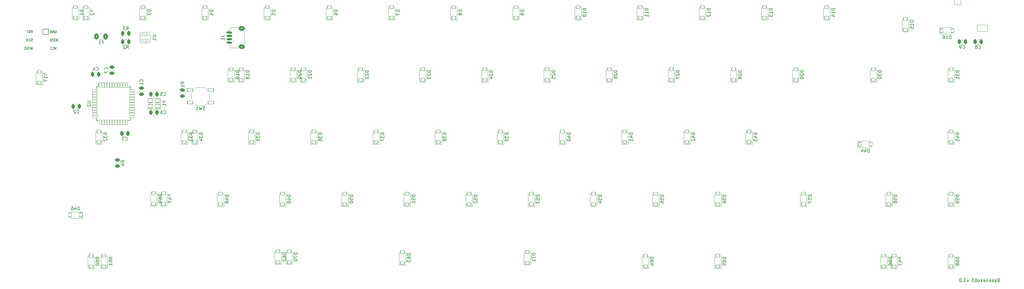
<source format=gbo>
G04 #@! TF.GenerationSoftware,KiCad,Pcbnew,6.99.0-unknown-af20d46d06~146~ubuntu21.10.1*
G04 #@! TF.CreationDate,2022-01-22T15:47:32-05:00*
G04 #@! TF.ProjectId,bakeneko-65-pcb,62616b65-6e65-46b6-9f2d-36352d706362,rev?*
G04 #@! TF.SameCoordinates,Original*
G04 #@! TF.FileFunction,Legend,Bot*
G04 #@! TF.FilePolarity,Positive*
%FSLAX46Y46*%
G04 Gerber Fmt 4.6, Leading zero omitted, Abs format (unit mm)*
G04 Created by KiCad (PCBNEW 6.99.0-unknown-af20d46d06~146~ubuntu21.10.1) date 2022-01-22 15:47:32*
%MOMM*%
%LPD*%
G01*
G04 APERTURE LIST*
G04 Aperture macros list*
%AMRoundRect*
0 Rectangle with rounded corners*
0 $1 Rounding radius*
0 $2 $3 $4 $5 $6 $7 $8 $9 X,Y pos of 4 corners*
0 Add a 4 corners polygon primitive as box body*
4,1,4,$2,$3,$4,$5,$6,$7,$8,$9,$2,$3,0*
0 Add four circle primitives for the rounded corners*
1,1,$1+$1,$2,$3*
1,1,$1+$1,$4,$5*
1,1,$1+$1,$6,$7*
1,1,$1+$1,$8,$9*
0 Add four rect primitives between the rounded corners*
20,1,$1+$1,$2,$3,$4,$5,0*
20,1,$1+$1,$4,$5,$6,$7,0*
20,1,$1+$1,$6,$7,$8,$9,0*
20,1,$1+$1,$8,$9,$2,$3,0*%
%AMHorizOval*
0 Thick line with rounded ends*
0 $1 width*
0 $2 $3 position (X,Y) of the first rounded end (center of the circle)*
0 $4 $5 position (X,Y) of the second rounded end (center of the circle)*
0 Add line between two ends*
20,1,$1,$2,$3,$4,$5,0*
0 Add two circle primitives to create the rounded ends*
1,1,$1,$2,$3*
1,1,$1,$4,$5*%
G04 Aperture macros list end*
%ADD10C,0.150000*%
%ADD11C,0.120000*%
%ADD12C,1.850000*%
%ADD13C,2.350000*%
%ADD14C,4.087800*%
%ADD15RoundRect,0.050000X-1.000000X-1.000000X1.000000X-1.000000X1.000000X1.000000X-1.000000X1.000000X0*%
%ADD16C,2.100000*%
%ADD17RoundRect,0.050000X-1.600000X-1.000000X1.600000X-1.000000X1.600000X1.000000X-1.600000X1.000000X0*%
%ADD18RoundRect,0.293750X-0.243750X-0.456250X0.243750X-0.456250X0.243750X0.456250X-0.243750X0.456250X0*%
%ADD19HorizOval,2.350000X0.655001X0.730000X-0.655001X-0.730000X0*%
%ADD20HorizOval,2.350000X0.020000X0.290000X-0.020000X-0.290000X0*%
%ADD21C,3.148000*%
%ADD22HorizOval,2.350000X-0.655001X-0.730000X0.655001X0.730000X0*%
%ADD23HorizOval,2.350000X-0.020000X-0.290000X0.020000X0.290000X0*%
%ADD24C,1.801800*%
%ADD25HorizOval,2.350000X0.290000X-0.019999X-0.290000X0.019999X0*%
%ADD26HorizOval,2.350000X0.730004X-0.654995X-0.730004X0.654995X0*%
%ADD27RoundRect,0.300000X-0.375000X-0.625000X0.375000X-0.625000X0.375000X0.625000X-0.375000X0.625000X0*%
%ADD28RoundRect,0.200000X-0.625000X0.150000X-0.625000X-0.150000X0.625000X-0.150000X0.625000X0.150000X0*%
%ADD29RoundRect,0.300000X-0.650000X0.350000X-0.650000X-0.350000X0.650000X-0.350000X0.650000X0.350000X0*%
%ADD30HorizOval,1.800000X0.000000X0.000000X0.000000X0.000000X0*%
%ADD31RoundRect,0.050000X0.850000X0.850000X-0.850000X0.850000X-0.850000X-0.850000X0.850000X-0.850000X0*%
%ADD32RoundRect,0.050000X-0.850000X-0.500000X0.850000X-0.500000X0.850000X0.500000X-0.850000X0.500000X0*%
%ADD33RoundRect,0.293750X0.243750X0.456250X-0.243750X0.456250X-0.243750X-0.456250X0.243750X-0.456250X0*%
%ADD34RoundRect,0.050000X-0.275000X0.750000X-0.275000X-0.750000X0.275000X-0.750000X0.275000X0.750000X0*%
%ADD35RoundRect,0.050000X0.750000X0.275000X-0.750000X0.275000X-0.750000X-0.275000X0.750000X-0.275000X0*%
%ADD36RoundRect,0.050000X0.700000X0.600000X-0.700000X0.600000X-0.700000X-0.600000X0.700000X-0.600000X0*%
%ADD37RoundRect,0.293750X-0.456250X0.243750X-0.456250X-0.243750X0.456250X-0.243750X0.456250X0.243750X0*%
%ADD38RoundRect,0.050000X0.600000X-0.450000X0.600000X0.450000X-0.600000X0.450000X-0.600000X-0.450000X0*%
%ADD39RoundRect,0.050000X-0.450000X-0.600000X0.450000X-0.600000X0.450000X0.600000X-0.450000X0.600000X0*%
%ADD40RoundRect,0.050000X0.450000X0.600000X-0.450000X0.600000X-0.450000X-0.600000X0.450000X-0.600000X0*%
%ADD41RoundRect,0.293750X0.456250X-0.243750X0.456250X0.243750X-0.456250X0.243750X-0.456250X-0.243750X0*%
%ADD42RoundRect,0.050000X0.325000X-0.530000X0.325000X0.530000X-0.325000X0.530000X-0.325000X-0.530000X0*%
G04 APERTURE END LIST*
D10*
X299741668Y-91836072D02*
X299598811Y-91883691D01*
X299598811Y-91883691D02*
X299551192Y-91931310D01*
X299551192Y-91931310D02*
X299503573Y-92026548D01*
X299503573Y-92026548D02*
X299503573Y-92169405D01*
X299503573Y-92169405D02*
X299551192Y-92264643D01*
X299551192Y-92264643D02*
X299598811Y-92312262D01*
X299598811Y-92312262D02*
X299694049Y-92359881D01*
X299694049Y-92359881D02*
X300075001Y-92359881D01*
X300075001Y-92359881D02*
X300075001Y-91359881D01*
X300075001Y-91359881D02*
X299741668Y-91359881D01*
X299741668Y-91359881D02*
X299646430Y-91407501D01*
X299646430Y-91407501D02*
X299598811Y-91455120D01*
X299598811Y-91455120D02*
X299551192Y-91550358D01*
X299551192Y-91550358D02*
X299551192Y-91645596D01*
X299551192Y-91645596D02*
X299598811Y-91740834D01*
X299598811Y-91740834D02*
X299646430Y-91788453D01*
X299646430Y-91788453D02*
X299741668Y-91836072D01*
X299741668Y-91836072D02*
X300075001Y-91836072D01*
X298646430Y-92359881D02*
X298646430Y-91836072D01*
X298646430Y-91836072D02*
X298694049Y-91740834D01*
X298694049Y-91740834D02*
X298789287Y-91693215D01*
X298789287Y-91693215D02*
X298979763Y-91693215D01*
X298979763Y-91693215D02*
X299075001Y-91740834D01*
X298646430Y-92312262D02*
X298741668Y-92359881D01*
X298741668Y-92359881D02*
X298979763Y-92359881D01*
X298979763Y-92359881D02*
X299075001Y-92312262D01*
X299075001Y-92312262D02*
X299122620Y-92217024D01*
X299122620Y-92217024D02*
X299122620Y-92121786D01*
X299122620Y-92121786D02*
X299075001Y-92026548D01*
X299075001Y-92026548D02*
X298979763Y-91978929D01*
X298979763Y-91978929D02*
X298741668Y-91978929D01*
X298741668Y-91978929D02*
X298646430Y-91931310D01*
X298170239Y-92359881D02*
X298170239Y-91359881D01*
X298075001Y-91978929D02*
X297789287Y-92359881D01*
X297789287Y-91693215D02*
X298170239Y-92074167D01*
X296979763Y-92312262D02*
X297075001Y-92359881D01*
X297075001Y-92359881D02*
X297265477Y-92359881D01*
X297265477Y-92359881D02*
X297360715Y-92312262D01*
X297360715Y-92312262D02*
X297408334Y-92217024D01*
X297408334Y-92217024D02*
X297408334Y-91836072D01*
X297408334Y-91836072D02*
X297360715Y-91740834D01*
X297360715Y-91740834D02*
X297265477Y-91693215D01*
X297265477Y-91693215D02*
X297075001Y-91693215D01*
X297075001Y-91693215D02*
X296979763Y-91740834D01*
X296979763Y-91740834D02*
X296932144Y-91836072D01*
X296932144Y-91836072D02*
X296932144Y-91931310D01*
X296932144Y-91931310D02*
X297408334Y-92026548D01*
X296503572Y-91693215D02*
X296503572Y-92359881D01*
X296503572Y-91788453D02*
X296455953Y-91740834D01*
X296455953Y-91740834D02*
X296360715Y-91693215D01*
X296360715Y-91693215D02*
X296217858Y-91693215D01*
X296217858Y-91693215D02*
X296122620Y-91740834D01*
X296122620Y-91740834D02*
X296075001Y-91836072D01*
X296075001Y-91836072D02*
X296075001Y-92359881D01*
X295217858Y-92312262D02*
X295313096Y-92359881D01*
X295313096Y-92359881D02*
X295503572Y-92359881D01*
X295503572Y-92359881D02*
X295598810Y-92312262D01*
X295598810Y-92312262D02*
X295646429Y-92217024D01*
X295646429Y-92217024D02*
X295646429Y-91836072D01*
X295646429Y-91836072D02*
X295598810Y-91740834D01*
X295598810Y-91740834D02*
X295503572Y-91693215D01*
X295503572Y-91693215D02*
X295313096Y-91693215D01*
X295313096Y-91693215D02*
X295217858Y-91740834D01*
X295217858Y-91740834D02*
X295170239Y-91836072D01*
X295170239Y-91836072D02*
X295170239Y-91931310D01*
X295170239Y-91931310D02*
X295646429Y-92026548D01*
X294741667Y-92359881D02*
X294741667Y-91359881D01*
X294646429Y-91978929D02*
X294360715Y-92359881D01*
X294360715Y-91693215D02*
X294741667Y-92074167D01*
X293789286Y-92359881D02*
X293884524Y-92312262D01*
X293884524Y-92312262D02*
X293932143Y-92264643D01*
X293932143Y-92264643D02*
X293979762Y-92169405D01*
X293979762Y-92169405D02*
X293979762Y-91883691D01*
X293979762Y-91883691D02*
X293932143Y-91788453D01*
X293932143Y-91788453D02*
X293884524Y-91740834D01*
X293884524Y-91740834D02*
X293789286Y-91693215D01*
X293789286Y-91693215D02*
X293646429Y-91693215D01*
X293646429Y-91693215D02*
X293551191Y-91740834D01*
X293551191Y-91740834D02*
X293503572Y-91788453D01*
X293503572Y-91788453D02*
X293455953Y-91883691D01*
X293455953Y-91883691D02*
X293455953Y-92169405D01*
X293455953Y-92169405D02*
X293503572Y-92264643D01*
X293503572Y-92264643D02*
X293551191Y-92312262D01*
X293551191Y-92312262D02*
X293646429Y-92359881D01*
X293646429Y-92359881D02*
X293789286Y-92359881D01*
X292598810Y-91359881D02*
X292789286Y-91359881D01*
X292789286Y-91359881D02*
X292884524Y-91407501D01*
X292884524Y-91407501D02*
X292932143Y-91455120D01*
X292932143Y-91455120D02*
X293027381Y-91597977D01*
X293027381Y-91597977D02*
X293075000Y-91788453D01*
X293075000Y-91788453D02*
X293075000Y-92169405D01*
X293075000Y-92169405D02*
X293027381Y-92264643D01*
X293027381Y-92264643D02*
X292979762Y-92312262D01*
X292979762Y-92312262D02*
X292884524Y-92359881D01*
X292884524Y-92359881D02*
X292694048Y-92359881D01*
X292694048Y-92359881D02*
X292598810Y-92312262D01*
X292598810Y-92312262D02*
X292551191Y-92264643D01*
X292551191Y-92264643D02*
X292503572Y-92169405D01*
X292503572Y-92169405D02*
X292503572Y-91931310D01*
X292503572Y-91931310D02*
X292551191Y-91836072D01*
X292551191Y-91836072D02*
X292598810Y-91788453D01*
X292598810Y-91788453D02*
X292694048Y-91740834D01*
X292694048Y-91740834D02*
X292884524Y-91740834D01*
X292884524Y-91740834D02*
X292979762Y-91788453D01*
X292979762Y-91788453D02*
X293027381Y-91836072D01*
X293027381Y-91836072D02*
X293075000Y-91931310D01*
X291598810Y-91359881D02*
X292075000Y-91359881D01*
X292075000Y-91359881D02*
X292122619Y-91836072D01*
X292122619Y-91836072D02*
X292075000Y-91788453D01*
X292075000Y-91788453D02*
X291979762Y-91740834D01*
X291979762Y-91740834D02*
X291741667Y-91740834D01*
X291741667Y-91740834D02*
X291646429Y-91788453D01*
X291646429Y-91788453D02*
X291598810Y-91836072D01*
X291598810Y-91836072D02*
X291551191Y-91931310D01*
X291551191Y-91931310D02*
X291551191Y-92169405D01*
X291551191Y-92169405D02*
X291598810Y-92264643D01*
X291598810Y-92264643D02*
X291646429Y-92312262D01*
X291646429Y-92312262D02*
X291741667Y-92359881D01*
X291741667Y-92359881D02*
X291979762Y-92359881D01*
X291979762Y-92359881D02*
X292075000Y-92312262D01*
X292075000Y-92312262D02*
X292122619Y-92264643D01*
X290617857Y-91693215D02*
X290379762Y-92359881D01*
X290379762Y-92359881D02*
X290141667Y-91693215D01*
X289855952Y-91359881D02*
X289236905Y-91359881D01*
X289236905Y-91359881D02*
X289570238Y-91740834D01*
X289570238Y-91740834D02*
X289427381Y-91740834D01*
X289427381Y-91740834D02*
X289332143Y-91788453D01*
X289332143Y-91788453D02*
X289284524Y-91836072D01*
X289284524Y-91836072D02*
X289236905Y-91931310D01*
X289236905Y-91931310D02*
X289236905Y-92169405D01*
X289236905Y-92169405D02*
X289284524Y-92264643D01*
X289284524Y-92264643D02*
X289332143Y-92312262D01*
X289332143Y-92312262D02*
X289427381Y-92359881D01*
X289427381Y-92359881D02*
X289713095Y-92359881D01*
X289713095Y-92359881D02*
X289808333Y-92312262D01*
X289808333Y-92312262D02*
X289855952Y-92264643D01*
X288808333Y-92264643D02*
X288760714Y-92312262D01*
X288760714Y-92312262D02*
X288808333Y-92359881D01*
X288808333Y-92359881D02*
X288855952Y-92312262D01*
X288855952Y-92312262D02*
X288808333Y-92264643D01*
X288808333Y-92264643D02*
X288808333Y-92359881D01*
X288141666Y-91359881D02*
X288046428Y-91359881D01*
X288046428Y-91359881D02*
X287951190Y-91407501D01*
X287951190Y-91407501D02*
X287903571Y-91455120D01*
X287903571Y-91455120D02*
X287855952Y-91550358D01*
X287855952Y-91550358D02*
X287808333Y-91740834D01*
X287808333Y-91740834D02*
X287808333Y-91978929D01*
X287808333Y-91978929D02*
X287855952Y-92169405D01*
X287855952Y-92169405D02*
X287903571Y-92264643D01*
X287903571Y-92264643D02*
X287951190Y-92312262D01*
X287951190Y-92312262D02*
X288046428Y-92359881D01*
X288046428Y-92359881D02*
X288141666Y-92359881D01*
X288141666Y-92359881D02*
X288236904Y-92312262D01*
X288236904Y-92312262D02*
X288284523Y-92264643D01*
X288284523Y-92264643D02*
X288332142Y-92169405D01*
X288332142Y-92169405D02*
X288379761Y-91978929D01*
X288379761Y-91978929D02*
X288379761Y-91740834D01*
X288379761Y-91740834D02*
X288332142Y-91550358D01*
X288332142Y-91550358D02*
X288284523Y-91455120D01*
X288284523Y-91455120D02*
X288236904Y-91407501D01*
X288236904Y-91407501D02*
X288141666Y-91359881D01*
X288837666Y-20803142D02*
X288885285Y-20850761D01*
X288885285Y-20850761D02*
X289028142Y-20898380D01*
X289028142Y-20898380D02*
X289123380Y-20898380D01*
X289123380Y-20898380D02*
X289266237Y-20850761D01*
X289266237Y-20850761D02*
X289361475Y-20755523D01*
X289361475Y-20755523D02*
X289409094Y-20660285D01*
X289409094Y-20660285D02*
X289456713Y-20469809D01*
X289456713Y-20469809D02*
X289456713Y-20326952D01*
X289456713Y-20326952D02*
X289409094Y-20136476D01*
X289409094Y-20136476D02*
X289361475Y-20041238D01*
X289361475Y-20041238D02*
X289266237Y-19946000D01*
X289266237Y-19946000D02*
X289123380Y-19898380D01*
X289123380Y-19898380D02*
X289028142Y-19898380D01*
X289028142Y-19898380D02*
X288885285Y-19946000D01*
X288885285Y-19946000D02*
X288837666Y-19993619D01*
X288361475Y-20898380D02*
X288170999Y-20898380D01*
X288170999Y-20898380D02*
X288075761Y-20850761D01*
X288075761Y-20850761D02*
X288028142Y-20803142D01*
X288028142Y-20803142D02*
X287932904Y-20660285D01*
X287932904Y-20660285D02*
X287885285Y-20469809D01*
X287885285Y-20469809D02*
X287885285Y-20088857D01*
X287885285Y-20088857D02*
X287932904Y-19993619D01*
X287932904Y-19993619D02*
X287980523Y-19946000D01*
X287980523Y-19946000D02*
X288075761Y-19898380D01*
X288075761Y-19898380D02*
X288266237Y-19898380D01*
X288266237Y-19898380D02*
X288361475Y-19946000D01*
X288361475Y-19946000D02*
X288409094Y-19993619D01*
X288409094Y-19993619D02*
X288456713Y-20088857D01*
X288456713Y-20088857D02*
X288456713Y-20326952D01*
X288456713Y-20326952D02*
X288409094Y-20422190D01*
X288409094Y-20422190D02*
X288361475Y-20469809D01*
X288361475Y-20469809D02*
X288266237Y-20517428D01*
X288266237Y-20517428D02*
X288075761Y-20517428D01*
X288075761Y-20517428D02*
X287980523Y-20469809D01*
X287980523Y-20469809D02*
X287932904Y-20422190D01*
X287932904Y-20422190D02*
X287885285Y-20326952D01*
X293663666Y-20803142D02*
X293711285Y-20850761D01*
X293711285Y-20850761D02*
X293854142Y-20898380D01*
X293854142Y-20898380D02*
X293949380Y-20898380D01*
X293949380Y-20898380D02*
X294092237Y-20850761D01*
X294092237Y-20850761D02*
X294187475Y-20755523D01*
X294187475Y-20755523D02*
X294235094Y-20660285D01*
X294235094Y-20660285D02*
X294282713Y-20469809D01*
X294282713Y-20469809D02*
X294282713Y-20326952D01*
X294282713Y-20326952D02*
X294235094Y-20136476D01*
X294235094Y-20136476D02*
X294187475Y-20041238D01*
X294187475Y-20041238D02*
X294092237Y-19946000D01*
X294092237Y-19946000D02*
X293949380Y-19898380D01*
X293949380Y-19898380D02*
X293854142Y-19898380D01*
X293854142Y-19898380D02*
X293711285Y-19946000D01*
X293711285Y-19946000D02*
X293663666Y-19993619D01*
X293092237Y-20326952D02*
X293187475Y-20279333D01*
X293187475Y-20279333D02*
X293235094Y-20231714D01*
X293235094Y-20231714D02*
X293282713Y-20136476D01*
X293282713Y-20136476D02*
X293282713Y-20088857D01*
X293282713Y-20088857D02*
X293235094Y-19993619D01*
X293235094Y-19993619D02*
X293187475Y-19946000D01*
X293187475Y-19946000D02*
X293092237Y-19898380D01*
X293092237Y-19898380D02*
X292901761Y-19898380D01*
X292901761Y-19898380D02*
X292806523Y-19946000D01*
X292806523Y-19946000D02*
X292758904Y-19993619D01*
X292758904Y-19993619D02*
X292711285Y-20088857D01*
X292711285Y-20088857D02*
X292711285Y-20136476D01*
X292711285Y-20136476D02*
X292758904Y-20231714D01*
X292758904Y-20231714D02*
X292806523Y-20279333D01*
X292806523Y-20279333D02*
X292901761Y-20326952D01*
X292901761Y-20326952D02*
X293092237Y-20326952D01*
X293092237Y-20326952D02*
X293187475Y-20374571D01*
X293187475Y-20374571D02*
X293235094Y-20422190D01*
X293235094Y-20422190D02*
X293282713Y-20517428D01*
X293282713Y-20517428D02*
X293282713Y-20707904D01*
X293282713Y-20707904D02*
X293235094Y-20803142D01*
X293235094Y-20803142D02*
X293187475Y-20850761D01*
X293187475Y-20850761D02*
X293092237Y-20898380D01*
X293092237Y-20898380D02*
X292901761Y-20898380D01*
X292901761Y-20898380D02*
X292806523Y-20850761D01*
X292806523Y-20850761D02*
X292758904Y-20803142D01*
X292758904Y-20803142D02*
X292711285Y-20707904D01*
X292711285Y-20707904D02*
X292711285Y-20517428D01*
X292711285Y-20517428D02*
X292758904Y-20422190D01*
X292758904Y-20422190D02*
X292806523Y-20374571D01*
X292806523Y-20374571D02*
X292901761Y-20326952D01*
X25043333Y-18868571D02*
X25376666Y-18868571D01*
X25376666Y-19392380D02*
X25376666Y-18392380D01*
X25376666Y-18392380D02*
X24900476Y-18392380D01*
X23995714Y-19392380D02*
X24567142Y-19392380D01*
X24281428Y-19392380D02*
X24281428Y-18392380D01*
X24281428Y-18392380D02*
X24376666Y-18535238D01*
X24376666Y-18535238D02*
X24471904Y-18630476D01*
X24471904Y-18630476D02*
X24567142Y-18678095D01*
X61522380Y-17170416D02*
X62236666Y-17170416D01*
X62236666Y-17170416D02*
X62379523Y-17122797D01*
X62379523Y-17122797D02*
X62474761Y-17027559D01*
X62474761Y-17027559D02*
X62522380Y-16884702D01*
X62522380Y-16884702D02*
X62522380Y-16789464D01*
X62522380Y-18170416D02*
X62522380Y-17598988D01*
X62522380Y-17884702D02*
X61522380Y-17884702D01*
X61522380Y-17884702D02*
X61665238Y-17789464D01*
X61665238Y-17789464D02*
X61760476Y-17694226D01*
X61760476Y-17694226D02*
X61808095Y-17598988D01*
X3741428Y-21146786D02*
X3741428Y-20396786D01*
X3741428Y-20396786D02*
X3491428Y-20932501D01*
X3491428Y-20932501D02*
X3241428Y-20396786D01*
X3241428Y-20396786D02*
X3241428Y-21146786D01*
X2884285Y-21146786D02*
X2884285Y-20396786D01*
X2562856Y-21111072D02*
X2455714Y-21146786D01*
X2455714Y-21146786D02*
X2277142Y-21146786D01*
X2277142Y-21146786D02*
X2205714Y-21111072D01*
X2205714Y-21111072D02*
X2169999Y-21075358D01*
X2169999Y-21075358D02*
X2134285Y-21003929D01*
X2134285Y-21003929D02*
X2134285Y-20932501D01*
X2134285Y-20932501D02*
X2169999Y-20861072D01*
X2169999Y-20861072D02*
X2205714Y-20825358D01*
X2205714Y-20825358D02*
X2277142Y-20789643D01*
X2277142Y-20789643D02*
X2419999Y-20753929D01*
X2419999Y-20753929D02*
X2491428Y-20718215D01*
X2491428Y-20718215D02*
X2527142Y-20682501D01*
X2527142Y-20682501D02*
X2562856Y-20611072D01*
X2562856Y-20611072D02*
X2562856Y-20539643D01*
X2562856Y-20539643D02*
X2527142Y-20468215D01*
X2527142Y-20468215D02*
X2491428Y-20432501D01*
X2491428Y-20432501D02*
X2419999Y-20396786D01*
X2419999Y-20396786D02*
X2241428Y-20396786D01*
X2241428Y-20396786D02*
X2134285Y-20432501D01*
X1669999Y-20396786D02*
X1527142Y-20396786D01*
X1527142Y-20396786D02*
X1455713Y-20432501D01*
X1455713Y-20432501D02*
X1384285Y-20503929D01*
X1384285Y-20503929D02*
X1348570Y-20646786D01*
X1348570Y-20646786D02*
X1348570Y-20896786D01*
X1348570Y-20896786D02*
X1384285Y-21039643D01*
X1384285Y-21039643D02*
X1455713Y-21111072D01*
X1455713Y-21111072D02*
X1527142Y-21146786D01*
X1527142Y-21146786D02*
X1669999Y-21146786D01*
X1669999Y-21146786D02*
X1741428Y-21111072D01*
X1741428Y-21111072D02*
X1812856Y-21039643D01*
X1812856Y-21039643D02*
X1848570Y-20896786D01*
X1848570Y-20896786D02*
X1848570Y-20646786D01*
X1848570Y-20646786D02*
X1812856Y-20503929D01*
X1812856Y-20503929D02*
X1741428Y-20432501D01*
X1741428Y-20432501D02*
X1669999Y-20396786D01*
X11071429Y-20396786D02*
X10821429Y-21146786D01*
X10821429Y-21146786D02*
X10571429Y-20396786D01*
X9892857Y-21075358D02*
X9928571Y-21111072D01*
X9928571Y-21111072D02*
X10035714Y-21146786D01*
X10035714Y-21146786D02*
X10107142Y-21146786D01*
X10107142Y-21146786D02*
X10214285Y-21111072D01*
X10214285Y-21111072D02*
X10285714Y-21039643D01*
X10285714Y-21039643D02*
X10321428Y-20968215D01*
X10321428Y-20968215D02*
X10357142Y-20825358D01*
X10357142Y-20825358D02*
X10357142Y-20718215D01*
X10357142Y-20718215D02*
X10321428Y-20575358D01*
X10321428Y-20575358D02*
X10285714Y-20503929D01*
X10285714Y-20503929D02*
X10214285Y-20432501D01*
X10214285Y-20432501D02*
X10107142Y-20396786D01*
X10107142Y-20396786D02*
X10035714Y-20396786D01*
X10035714Y-20396786D02*
X9928571Y-20432501D01*
X9928571Y-20432501D02*
X9892857Y-20468215D01*
X9142857Y-21075358D02*
X9178571Y-21111072D01*
X9178571Y-21111072D02*
X9285714Y-21146786D01*
X9285714Y-21146786D02*
X9357142Y-21146786D01*
X9357142Y-21146786D02*
X9464285Y-21111072D01*
X9464285Y-21111072D02*
X9535714Y-21039643D01*
X9535714Y-21039643D02*
X9571428Y-20968215D01*
X9571428Y-20968215D02*
X9607142Y-20825358D01*
X9607142Y-20825358D02*
X9607142Y-20718215D01*
X9607142Y-20718215D02*
X9571428Y-20575358D01*
X9571428Y-20575358D02*
X9535714Y-20503929D01*
X9535714Y-20503929D02*
X9464285Y-20432501D01*
X9464285Y-20432501D02*
X9357142Y-20396786D01*
X9357142Y-20396786D02*
X9285714Y-20396786D01*
X9285714Y-20396786D02*
X9178571Y-20432501D01*
X9178571Y-20432501D02*
X9142857Y-20468215D01*
X11535715Y-18606786D02*
X11535715Y-17856786D01*
X11535715Y-17856786D02*
X11285715Y-18392501D01*
X11285715Y-18392501D02*
X11035715Y-17856786D01*
X11035715Y-17856786D02*
X11035715Y-18606786D01*
X10535715Y-17856786D02*
X10392858Y-17856786D01*
X10392858Y-17856786D02*
X10321429Y-17892501D01*
X10321429Y-17892501D02*
X10250001Y-17963929D01*
X10250001Y-17963929D02*
X10214286Y-18106786D01*
X10214286Y-18106786D02*
X10214286Y-18356786D01*
X10214286Y-18356786D02*
X10250001Y-18499643D01*
X10250001Y-18499643D02*
X10321429Y-18571072D01*
X10321429Y-18571072D02*
X10392858Y-18606786D01*
X10392858Y-18606786D02*
X10535715Y-18606786D01*
X10535715Y-18606786D02*
X10607144Y-18571072D01*
X10607144Y-18571072D02*
X10678572Y-18499643D01*
X10678572Y-18499643D02*
X10714286Y-18356786D01*
X10714286Y-18356786D02*
X10714286Y-18106786D01*
X10714286Y-18106786D02*
X10678572Y-17963929D01*
X10678572Y-17963929D02*
X10607144Y-17892501D01*
X10607144Y-17892501D02*
X10535715Y-17856786D01*
X9928571Y-18571072D02*
X9821429Y-18606786D01*
X9821429Y-18606786D02*
X9642857Y-18606786D01*
X9642857Y-18606786D02*
X9571429Y-18571072D01*
X9571429Y-18571072D02*
X9535714Y-18535358D01*
X9535714Y-18535358D02*
X9500000Y-18463929D01*
X9500000Y-18463929D02*
X9500000Y-18392501D01*
X9500000Y-18392501D02*
X9535714Y-18321072D01*
X9535714Y-18321072D02*
X9571429Y-18285358D01*
X9571429Y-18285358D02*
X9642857Y-18249643D01*
X9642857Y-18249643D02*
X9785714Y-18213929D01*
X9785714Y-18213929D02*
X9857143Y-18178215D01*
X9857143Y-18178215D02*
X9892857Y-18142501D01*
X9892857Y-18142501D02*
X9928571Y-18071072D01*
X9928571Y-18071072D02*
X9928571Y-17999643D01*
X9928571Y-17999643D02*
X9892857Y-17928215D01*
X9892857Y-17928215D02*
X9857143Y-17892501D01*
X9857143Y-17892501D02*
X9785714Y-17856786D01*
X9785714Y-17856786D02*
X9607143Y-17856786D01*
X9607143Y-17856786D02*
X9500000Y-17892501D01*
X9178571Y-18606786D02*
X9178571Y-17856786D01*
X3777142Y-18571072D02*
X3670000Y-18606786D01*
X3670000Y-18606786D02*
X3491428Y-18606786D01*
X3491428Y-18606786D02*
X3420000Y-18571072D01*
X3420000Y-18571072D02*
X3384285Y-18535358D01*
X3384285Y-18535358D02*
X3348571Y-18463929D01*
X3348571Y-18463929D02*
X3348571Y-18392501D01*
X3348571Y-18392501D02*
X3384285Y-18321072D01*
X3384285Y-18321072D02*
X3420000Y-18285358D01*
X3420000Y-18285358D02*
X3491428Y-18249643D01*
X3491428Y-18249643D02*
X3634285Y-18213929D01*
X3634285Y-18213929D02*
X3705714Y-18178215D01*
X3705714Y-18178215D02*
X3741428Y-18142501D01*
X3741428Y-18142501D02*
X3777142Y-18071072D01*
X3777142Y-18071072D02*
X3777142Y-17999643D01*
X3777142Y-17999643D02*
X3741428Y-17928215D01*
X3741428Y-17928215D02*
X3705714Y-17892501D01*
X3705714Y-17892501D02*
X3634285Y-17856786D01*
X3634285Y-17856786D02*
X3455714Y-17856786D01*
X3455714Y-17856786D02*
X3348571Y-17892501D01*
X2598571Y-18535358D02*
X2634285Y-18571072D01*
X2634285Y-18571072D02*
X2741428Y-18606786D01*
X2741428Y-18606786D02*
X2812856Y-18606786D01*
X2812856Y-18606786D02*
X2919999Y-18571072D01*
X2919999Y-18571072D02*
X2991428Y-18499643D01*
X2991428Y-18499643D02*
X3027142Y-18428215D01*
X3027142Y-18428215D02*
X3062856Y-18285358D01*
X3062856Y-18285358D02*
X3062856Y-18178215D01*
X3062856Y-18178215D02*
X3027142Y-18035358D01*
X3027142Y-18035358D02*
X2991428Y-17963929D01*
X2991428Y-17963929D02*
X2919999Y-17892501D01*
X2919999Y-17892501D02*
X2812856Y-17856786D01*
X2812856Y-17856786D02*
X2741428Y-17856786D01*
X2741428Y-17856786D02*
X2634285Y-17892501D01*
X2634285Y-17892501D02*
X2598571Y-17928215D01*
X2277142Y-18606786D02*
X2277142Y-17856786D01*
X1848571Y-18606786D02*
X2169999Y-18178215D01*
X1848571Y-17856786D02*
X2277142Y-18285358D01*
X10714286Y-15352501D02*
X10785715Y-15316786D01*
X10785715Y-15316786D02*
X10892857Y-15316786D01*
X10892857Y-15316786D02*
X11000000Y-15352501D01*
X11000000Y-15352501D02*
X11071429Y-15423929D01*
X11071429Y-15423929D02*
X11107143Y-15495358D01*
X11107143Y-15495358D02*
X11142857Y-15638215D01*
X11142857Y-15638215D02*
X11142857Y-15745358D01*
X11142857Y-15745358D02*
X11107143Y-15888215D01*
X11107143Y-15888215D02*
X11071429Y-15959643D01*
X11071429Y-15959643D02*
X11000000Y-16031072D01*
X11000000Y-16031072D02*
X10892857Y-16066786D01*
X10892857Y-16066786D02*
X10821429Y-16066786D01*
X10821429Y-16066786D02*
X10714286Y-16031072D01*
X10714286Y-16031072D02*
X10678572Y-15995358D01*
X10678572Y-15995358D02*
X10678572Y-15745358D01*
X10678572Y-15745358D02*
X10821429Y-15745358D01*
X10357143Y-16066786D02*
X10357143Y-15316786D01*
X10357143Y-15316786D02*
X9928572Y-16066786D01*
X9928572Y-16066786D02*
X9928572Y-15316786D01*
X9571428Y-16066786D02*
X9571428Y-15316786D01*
X9571428Y-15316786D02*
X9392857Y-15316786D01*
X9392857Y-15316786D02*
X9285714Y-15352501D01*
X9285714Y-15352501D02*
X9214285Y-15423929D01*
X9214285Y-15423929D02*
X9178571Y-15495358D01*
X9178571Y-15495358D02*
X9142857Y-15638215D01*
X9142857Y-15638215D02*
X9142857Y-15745358D01*
X9142857Y-15745358D02*
X9178571Y-15888215D01*
X9178571Y-15888215D02*
X9214285Y-15959643D01*
X9214285Y-15959643D02*
X9285714Y-16031072D01*
X9285714Y-16031072D02*
X9392857Y-16066786D01*
X9392857Y-16066786D02*
X9571428Y-16066786D01*
X3312857Y-16066786D02*
X3562857Y-15709643D01*
X3741428Y-16066786D02*
X3741428Y-15316786D01*
X3741428Y-15316786D02*
X3455714Y-15316786D01*
X3455714Y-15316786D02*
X3384285Y-15352501D01*
X3384285Y-15352501D02*
X3348571Y-15388215D01*
X3348571Y-15388215D02*
X3312857Y-15459643D01*
X3312857Y-15459643D02*
X3312857Y-15566786D01*
X3312857Y-15566786D02*
X3348571Y-15638215D01*
X3348571Y-15638215D02*
X3384285Y-15673929D01*
X3384285Y-15673929D02*
X3455714Y-15709643D01*
X3455714Y-15709643D02*
X3741428Y-15709643D01*
X3027142Y-16031072D02*
X2920000Y-16066786D01*
X2920000Y-16066786D02*
X2741428Y-16066786D01*
X2741428Y-16066786D02*
X2670000Y-16031072D01*
X2670000Y-16031072D02*
X2634285Y-15995358D01*
X2634285Y-15995358D02*
X2598571Y-15923929D01*
X2598571Y-15923929D02*
X2598571Y-15852501D01*
X2598571Y-15852501D02*
X2634285Y-15781072D01*
X2634285Y-15781072D02*
X2670000Y-15745358D01*
X2670000Y-15745358D02*
X2741428Y-15709643D01*
X2741428Y-15709643D02*
X2884285Y-15673929D01*
X2884285Y-15673929D02*
X2955714Y-15638215D01*
X2955714Y-15638215D02*
X2991428Y-15602501D01*
X2991428Y-15602501D02*
X3027142Y-15531072D01*
X3027142Y-15531072D02*
X3027142Y-15459643D01*
X3027142Y-15459643D02*
X2991428Y-15388215D01*
X2991428Y-15388215D02*
X2955714Y-15352501D01*
X2955714Y-15352501D02*
X2884285Y-15316786D01*
X2884285Y-15316786D02*
X2705714Y-15316786D01*
X2705714Y-15316786D02*
X2598571Y-15352501D01*
X2384285Y-15316786D02*
X1955714Y-15316786D01*
X2169999Y-16066786D02*
X2169999Y-15316786D01*
X32506666Y-20856130D02*
X32839999Y-20379940D01*
X33078094Y-20856130D02*
X33078094Y-19856130D01*
X33078094Y-19856130D02*
X32697142Y-19856130D01*
X32697142Y-19856130D02*
X32601904Y-19903750D01*
X32601904Y-19903750D02*
X32554285Y-19951369D01*
X32554285Y-19951369D02*
X32506666Y-20046607D01*
X32506666Y-20046607D02*
X32506666Y-20189464D01*
X32506666Y-20189464D02*
X32554285Y-20284702D01*
X32554285Y-20284702D02*
X32601904Y-20332321D01*
X32601904Y-20332321D02*
X32697142Y-20379940D01*
X32697142Y-20379940D02*
X33078094Y-20379940D01*
X32125713Y-19951369D02*
X32078094Y-19903750D01*
X32078094Y-19903750D02*
X31982856Y-19856130D01*
X31982856Y-19856130D02*
X31744761Y-19856130D01*
X31744761Y-19856130D02*
X31649523Y-19903750D01*
X31649523Y-19903750D02*
X31601904Y-19951369D01*
X31601904Y-19951369D02*
X31554285Y-20046607D01*
X31554285Y-20046607D02*
X31554285Y-20141845D01*
X31554285Y-20141845D02*
X31601904Y-20284702D01*
X31601904Y-20284702D02*
X32173332Y-20856130D01*
X32173332Y-20856130D02*
X31554285Y-20856130D01*
X32556666Y-15122380D02*
X32889999Y-14646190D01*
X33128094Y-15122380D02*
X33128094Y-14122380D01*
X33128094Y-14122380D02*
X32747142Y-14122380D01*
X32747142Y-14122380D02*
X32651904Y-14170000D01*
X32651904Y-14170000D02*
X32604285Y-14217619D01*
X32604285Y-14217619D02*
X32556666Y-14312857D01*
X32556666Y-14312857D02*
X32556666Y-14455714D01*
X32556666Y-14455714D02*
X32604285Y-14550952D01*
X32604285Y-14550952D02*
X32651904Y-14598571D01*
X32651904Y-14598571D02*
X32747142Y-14646190D01*
X32747142Y-14646190D02*
X33128094Y-14646190D01*
X32223332Y-14122380D02*
X31604285Y-14122380D01*
X31604285Y-14122380D02*
X31937618Y-14503333D01*
X31937618Y-14503333D02*
X31794761Y-14503333D01*
X31794761Y-14503333D02*
X31699523Y-14550952D01*
X31699523Y-14550952D02*
X31651904Y-14598571D01*
X31651904Y-14598571D02*
X31604285Y-14693809D01*
X31604285Y-14693809D02*
X31604285Y-14931904D01*
X31604285Y-14931904D02*
X31651904Y-15027142D01*
X31651904Y-15027142D02*
X31699523Y-15074761D01*
X31699523Y-15074761D02*
X31794761Y-15122380D01*
X31794761Y-15122380D02*
X32080475Y-15122380D01*
X32080475Y-15122380D02*
X32175713Y-15074761D01*
X32175713Y-15074761D02*
X32223332Y-15027142D01*
X56577083Y-39639761D02*
X56434226Y-39687380D01*
X56434226Y-39687380D02*
X56196131Y-39687380D01*
X56196131Y-39687380D02*
X56100893Y-39639761D01*
X56100893Y-39639761D02*
X56053274Y-39592142D01*
X56053274Y-39592142D02*
X56005655Y-39496904D01*
X56005655Y-39496904D02*
X56005655Y-39401666D01*
X56005655Y-39401666D02*
X56053274Y-39306428D01*
X56053274Y-39306428D02*
X56100893Y-39258809D01*
X56100893Y-39258809D02*
X56196131Y-39211190D01*
X56196131Y-39211190D02*
X56386607Y-39163571D01*
X56386607Y-39163571D02*
X56481845Y-39115952D01*
X56481845Y-39115952D02*
X56529464Y-39068333D01*
X56529464Y-39068333D02*
X56577083Y-38973095D01*
X56577083Y-38973095D02*
X56577083Y-38877857D01*
X56577083Y-38877857D02*
X56529464Y-38782619D01*
X56529464Y-38782619D02*
X56481845Y-38735000D01*
X56481845Y-38735000D02*
X56386607Y-38687380D01*
X56386607Y-38687380D02*
X56148512Y-38687380D01*
X56148512Y-38687380D02*
X56005655Y-38735000D01*
X55672321Y-38687380D02*
X55434226Y-39687380D01*
X55434226Y-39687380D02*
X55243750Y-38973095D01*
X55243750Y-38973095D02*
X55053274Y-39687380D01*
X55053274Y-39687380D02*
X54815179Y-38687380D01*
X53910416Y-39687380D02*
X54481844Y-39687380D01*
X54196130Y-39687380D02*
X54196130Y-38687380D01*
X54196130Y-38687380D02*
X54291368Y-38830238D01*
X54291368Y-38830238D02*
X54386606Y-38925476D01*
X54386606Y-38925476D02*
X54481844Y-38973095D01*
X43902916Y-35188392D02*
X43950535Y-35236011D01*
X43950535Y-35236011D02*
X44093392Y-35283630D01*
X44093392Y-35283630D02*
X44188630Y-35283630D01*
X44188630Y-35283630D02*
X44331487Y-35236011D01*
X44331487Y-35236011D02*
X44426725Y-35140773D01*
X44426725Y-35140773D02*
X44474344Y-35045535D01*
X44474344Y-35045535D02*
X44521963Y-34855059D01*
X44521963Y-34855059D02*
X44521963Y-34712202D01*
X44521963Y-34712202D02*
X44474344Y-34521726D01*
X44474344Y-34521726D02*
X44426725Y-34426488D01*
X44426725Y-34426488D02*
X44331487Y-34331250D01*
X44331487Y-34331250D02*
X44188630Y-34283630D01*
X44188630Y-34283630D02*
X44093392Y-34283630D01*
X44093392Y-34283630D02*
X43950535Y-34331250D01*
X43950535Y-34331250D02*
X43902916Y-34378869D01*
X42998154Y-34283630D02*
X43474344Y-34283630D01*
X43474344Y-34283630D02*
X43521963Y-34759821D01*
X43521963Y-34759821D02*
X43474344Y-34712202D01*
X43474344Y-34712202D02*
X43379106Y-34664583D01*
X43379106Y-34664583D02*
X43141011Y-34664583D01*
X43141011Y-34664583D02*
X43045773Y-34712202D01*
X43045773Y-34712202D02*
X42998154Y-34759821D01*
X42998154Y-34759821D02*
X42950535Y-34855059D01*
X42950535Y-34855059D02*
X42950535Y-35093154D01*
X42950535Y-35093154D02*
X42998154Y-35188392D01*
X42998154Y-35188392D02*
X43045773Y-35236011D01*
X43045773Y-35236011D02*
X43141011Y-35283630D01*
X43141011Y-35283630D02*
X43379106Y-35283630D01*
X43379106Y-35283630D02*
X43474344Y-35236011D01*
X43474344Y-35236011D02*
X43521963Y-35188392D01*
X23290416Y-27457142D02*
X23338035Y-27504761D01*
X23338035Y-27504761D02*
X23480892Y-27552380D01*
X23480892Y-27552380D02*
X23576130Y-27552380D01*
X23576130Y-27552380D02*
X23718987Y-27504761D01*
X23718987Y-27504761D02*
X23814225Y-27409523D01*
X23814225Y-27409523D02*
X23861844Y-27314285D01*
X23861844Y-27314285D02*
X23909463Y-27123809D01*
X23909463Y-27123809D02*
X23909463Y-26980952D01*
X23909463Y-26980952D02*
X23861844Y-26790476D01*
X23861844Y-26790476D02*
X23814225Y-26695238D01*
X23814225Y-26695238D02*
X23718987Y-26600000D01*
X23718987Y-26600000D02*
X23576130Y-26552380D01*
X23576130Y-26552380D02*
X23480892Y-26552380D01*
X23480892Y-26552380D02*
X23338035Y-26600000D01*
X23338035Y-26600000D02*
X23290416Y-26647619D01*
X22433273Y-26885714D02*
X22433273Y-27552380D01*
X22671368Y-26504761D02*
X22909463Y-27219047D01*
X22909463Y-27219047D02*
X22290416Y-27219047D01*
X32226666Y-48917142D02*
X32274285Y-48964761D01*
X32274285Y-48964761D02*
X32417142Y-49012380D01*
X32417142Y-49012380D02*
X32512380Y-49012380D01*
X32512380Y-49012380D02*
X32655237Y-48964761D01*
X32655237Y-48964761D02*
X32750475Y-48869523D01*
X32750475Y-48869523D02*
X32798094Y-48774285D01*
X32798094Y-48774285D02*
X32845713Y-48583809D01*
X32845713Y-48583809D02*
X32845713Y-48440952D01*
X32845713Y-48440952D02*
X32798094Y-48250476D01*
X32798094Y-48250476D02*
X32750475Y-48155238D01*
X32750475Y-48155238D02*
X32655237Y-48060000D01*
X32655237Y-48060000D02*
X32512380Y-48012380D01*
X32512380Y-48012380D02*
X32417142Y-48012380D01*
X32417142Y-48012380D02*
X32274285Y-48060000D01*
X32274285Y-48060000D02*
X32226666Y-48107619D01*
X31893332Y-48012380D02*
X31274285Y-48012380D01*
X31274285Y-48012380D02*
X31607618Y-48393333D01*
X31607618Y-48393333D02*
X31464761Y-48393333D01*
X31464761Y-48393333D02*
X31369523Y-48440952D01*
X31369523Y-48440952D02*
X31321904Y-48488571D01*
X31321904Y-48488571D02*
X31274285Y-48583809D01*
X31274285Y-48583809D02*
X31274285Y-48821904D01*
X31274285Y-48821904D02*
X31321904Y-48917142D01*
X31321904Y-48917142D02*
X31369523Y-48964761D01*
X31369523Y-48964761D02*
X31464761Y-49012380D01*
X31464761Y-49012380D02*
X31750475Y-49012380D01*
X31750475Y-49012380D02*
X31845713Y-48964761D01*
X31845713Y-48964761D02*
X31893332Y-48917142D01*
X20556130Y-36996845D02*
X21365654Y-36996845D01*
X21365654Y-36996845D02*
X21460892Y-37044464D01*
X21460892Y-37044464D02*
X21508511Y-37092083D01*
X21508511Y-37092083D02*
X21556130Y-37187321D01*
X21556130Y-37187321D02*
X21556130Y-37377797D01*
X21556130Y-37377797D02*
X21508511Y-37473035D01*
X21508511Y-37473035D02*
X21460892Y-37520654D01*
X21460892Y-37520654D02*
X21365654Y-37568273D01*
X21365654Y-37568273D02*
X20556130Y-37568273D01*
X20651369Y-37996846D02*
X20603750Y-38044465D01*
X20603750Y-38044465D02*
X20556130Y-38139703D01*
X20556130Y-38139703D02*
X20556130Y-38377798D01*
X20556130Y-38377798D02*
X20603750Y-38473036D01*
X20603750Y-38473036D02*
X20651369Y-38520655D01*
X20651369Y-38520655D02*
X20746607Y-38568274D01*
X20746607Y-38568274D02*
X20841845Y-38568274D01*
X20841845Y-38568274D02*
X20984702Y-38520655D01*
X20984702Y-38520655D02*
X21556130Y-37949227D01*
X21556130Y-37949227D02*
X21556130Y-38568274D01*
X44097440Y-37157559D02*
X44573630Y-37157559D01*
X43573630Y-36824226D02*
X44097440Y-37157559D01*
X44097440Y-37157559D02*
X43573630Y-37490892D01*
X44573630Y-38348035D02*
X44573630Y-37776607D01*
X44573630Y-38062321D02*
X43573630Y-38062321D01*
X43573630Y-38062321D02*
X43716488Y-37967083D01*
X43716488Y-37967083D02*
X43811726Y-37871845D01*
X43811726Y-37871845D02*
X43859345Y-37776607D01*
X37505892Y-30989583D02*
X37553511Y-30941964D01*
X37553511Y-30941964D02*
X37601130Y-30799107D01*
X37601130Y-30799107D02*
X37601130Y-30703869D01*
X37601130Y-30703869D02*
X37553511Y-30561012D01*
X37553511Y-30561012D02*
X37458273Y-30465774D01*
X37458273Y-30465774D02*
X37363035Y-30418155D01*
X37363035Y-30418155D02*
X37172559Y-30370536D01*
X37172559Y-30370536D02*
X37029702Y-30370536D01*
X37029702Y-30370536D02*
X36839226Y-30418155D01*
X36839226Y-30418155D02*
X36743988Y-30465774D01*
X36743988Y-30465774D02*
X36648750Y-30561012D01*
X36648750Y-30561012D02*
X36601130Y-30703869D01*
X36601130Y-30703869D02*
X36601130Y-30799107D01*
X36601130Y-30799107D02*
X36648750Y-30941964D01*
X36648750Y-30941964D02*
X36696369Y-30989583D01*
X37601130Y-31941964D02*
X37601130Y-31370536D01*
X37601130Y-31656250D02*
X36601130Y-31656250D01*
X36601130Y-31656250D02*
X36743988Y-31561012D01*
X36743988Y-31561012D02*
X36839226Y-31465774D01*
X36839226Y-31465774D02*
X36886845Y-31370536D01*
X50173630Y-31677083D02*
X49697440Y-31343750D01*
X50173630Y-31105655D02*
X49173630Y-31105655D01*
X49173630Y-31105655D02*
X49173630Y-31486607D01*
X49173630Y-31486607D02*
X49221250Y-31581845D01*
X49221250Y-31581845D02*
X49268869Y-31629464D01*
X49268869Y-31629464D02*
X49364107Y-31677083D01*
X49364107Y-31677083D02*
X49506964Y-31677083D01*
X49506964Y-31677083D02*
X49602202Y-31629464D01*
X49602202Y-31629464D02*
X49649821Y-31581845D01*
X49649821Y-31581845D02*
X49697440Y-31486607D01*
X49697440Y-31486607D02*
X49697440Y-31105655D01*
X50173630Y-32629464D02*
X50173630Y-32058036D01*
X50173630Y-32343750D02*
X49173630Y-32343750D01*
X49173630Y-32343750D02*
X49316488Y-32248512D01*
X49316488Y-32248512D02*
X49411726Y-32153274D01*
X49411726Y-32153274D02*
X49459345Y-32058036D01*
X19389880Y-9055655D02*
X18389880Y-9055655D01*
X18389880Y-9055655D02*
X18389880Y-9293750D01*
X18389880Y-9293750D02*
X18437500Y-9436607D01*
X18437500Y-9436607D02*
X18532738Y-9531845D01*
X18532738Y-9531845D02*
X18627976Y-9579464D01*
X18627976Y-9579464D02*
X18818452Y-9627083D01*
X18818452Y-9627083D02*
X18961309Y-9627083D01*
X18961309Y-9627083D02*
X19151785Y-9579464D01*
X19151785Y-9579464D02*
X19247023Y-9531845D01*
X19247023Y-9531845D02*
X19342261Y-9436607D01*
X19342261Y-9436607D02*
X19389880Y-9293750D01*
X19389880Y-9293750D02*
X19389880Y-9055655D01*
X19389880Y-10579464D02*
X19389880Y-10008036D01*
X19389880Y-10293750D02*
X18389880Y-10293750D01*
X18389880Y-10293750D02*
X18532738Y-10198512D01*
X18532738Y-10198512D02*
X18627976Y-10103274D01*
X18627976Y-10103274D02*
X18675595Y-10008036D01*
X22564880Y-9055655D02*
X21564880Y-9055655D01*
X21564880Y-9055655D02*
X21564880Y-9293750D01*
X21564880Y-9293750D02*
X21612500Y-9436607D01*
X21612500Y-9436607D02*
X21707738Y-9531845D01*
X21707738Y-9531845D02*
X21802976Y-9579464D01*
X21802976Y-9579464D02*
X21993452Y-9627083D01*
X21993452Y-9627083D02*
X22136309Y-9627083D01*
X22136309Y-9627083D02*
X22326785Y-9579464D01*
X22326785Y-9579464D02*
X22422023Y-9531845D01*
X22422023Y-9531845D02*
X22517261Y-9436607D01*
X22517261Y-9436607D02*
X22564880Y-9293750D01*
X22564880Y-9293750D02*
X22564880Y-9055655D01*
X21660119Y-10008036D02*
X21612500Y-10055655D01*
X21612500Y-10055655D02*
X21564880Y-10150893D01*
X21564880Y-10150893D02*
X21564880Y-10388988D01*
X21564880Y-10388988D02*
X21612500Y-10484226D01*
X21612500Y-10484226D02*
X21660119Y-10531845D01*
X21660119Y-10531845D02*
X21755357Y-10579464D01*
X21755357Y-10579464D02*
X21850595Y-10579464D01*
X21850595Y-10579464D02*
X21993452Y-10531845D01*
X21993452Y-10531845D02*
X22564880Y-9960417D01*
X22564880Y-9960417D02*
X22564880Y-10579464D01*
X40027380Y-9055655D02*
X39027380Y-9055655D01*
X39027380Y-9055655D02*
X39027380Y-9293750D01*
X39027380Y-9293750D02*
X39075000Y-9436607D01*
X39075000Y-9436607D02*
X39170238Y-9531845D01*
X39170238Y-9531845D02*
X39265476Y-9579464D01*
X39265476Y-9579464D02*
X39455952Y-9627083D01*
X39455952Y-9627083D02*
X39598809Y-9627083D01*
X39598809Y-9627083D02*
X39789285Y-9579464D01*
X39789285Y-9579464D02*
X39884523Y-9531845D01*
X39884523Y-9531845D02*
X39979761Y-9436607D01*
X39979761Y-9436607D02*
X40027380Y-9293750D01*
X40027380Y-9293750D02*
X40027380Y-9055655D01*
X39027380Y-9960417D02*
X39027380Y-10579464D01*
X39027380Y-10579464D02*
X39408333Y-10246131D01*
X39408333Y-10246131D02*
X39408333Y-10388988D01*
X39408333Y-10388988D02*
X39455952Y-10484226D01*
X39455952Y-10484226D02*
X39503571Y-10531845D01*
X39503571Y-10531845D02*
X39598809Y-10579464D01*
X39598809Y-10579464D02*
X39836904Y-10579464D01*
X39836904Y-10579464D02*
X39932142Y-10531845D01*
X39932142Y-10531845D02*
X39979761Y-10484226D01*
X39979761Y-10484226D02*
X40027380Y-10388988D01*
X40027380Y-10388988D02*
X40027380Y-10103274D01*
X40027380Y-10103274D02*
X39979761Y-10008036D01*
X39979761Y-10008036D02*
X39932142Y-9960417D01*
X59077380Y-9055655D02*
X58077380Y-9055655D01*
X58077380Y-9055655D02*
X58077380Y-9293750D01*
X58077380Y-9293750D02*
X58125000Y-9436607D01*
X58125000Y-9436607D02*
X58220238Y-9531845D01*
X58220238Y-9531845D02*
X58315476Y-9579464D01*
X58315476Y-9579464D02*
X58505952Y-9627083D01*
X58505952Y-9627083D02*
X58648809Y-9627083D01*
X58648809Y-9627083D02*
X58839285Y-9579464D01*
X58839285Y-9579464D02*
X58934523Y-9531845D01*
X58934523Y-9531845D02*
X59029761Y-9436607D01*
X59029761Y-9436607D02*
X59077380Y-9293750D01*
X59077380Y-9293750D02*
X59077380Y-9055655D01*
X58410714Y-10484226D02*
X59077380Y-10484226D01*
X58029761Y-10246131D02*
X58744047Y-10008036D01*
X58744047Y-10008036D02*
X58744047Y-10627083D01*
X78127380Y-9055655D02*
X77127380Y-9055655D01*
X77127380Y-9055655D02*
X77127380Y-9293750D01*
X77127380Y-9293750D02*
X77175000Y-9436607D01*
X77175000Y-9436607D02*
X77270238Y-9531845D01*
X77270238Y-9531845D02*
X77365476Y-9579464D01*
X77365476Y-9579464D02*
X77555952Y-9627083D01*
X77555952Y-9627083D02*
X77698809Y-9627083D01*
X77698809Y-9627083D02*
X77889285Y-9579464D01*
X77889285Y-9579464D02*
X77984523Y-9531845D01*
X77984523Y-9531845D02*
X78079761Y-9436607D01*
X78079761Y-9436607D02*
X78127380Y-9293750D01*
X78127380Y-9293750D02*
X78127380Y-9055655D01*
X77127380Y-10531845D02*
X77127380Y-10055655D01*
X77127380Y-10055655D02*
X77603571Y-10008036D01*
X77603571Y-10008036D02*
X77555952Y-10055655D01*
X77555952Y-10055655D02*
X77508333Y-10150893D01*
X77508333Y-10150893D02*
X77508333Y-10388988D01*
X77508333Y-10388988D02*
X77555952Y-10484226D01*
X77555952Y-10484226D02*
X77603571Y-10531845D01*
X77603571Y-10531845D02*
X77698809Y-10579464D01*
X77698809Y-10579464D02*
X77936904Y-10579464D01*
X77936904Y-10579464D02*
X78032142Y-10531845D01*
X78032142Y-10531845D02*
X78079761Y-10484226D01*
X78079761Y-10484226D02*
X78127380Y-10388988D01*
X78127380Y-10388988D02*
X78127380Y-10150893D01*
X78127380Y-10150893D02*
X78079761Y-10055655D01*
X78079761Y-10055655D02*
X78032142Y-10008036D01*
X97177380Y-9055655D02*
X96177380Y-9055655D01*
X96177380Y-9055655D02*
X96177380Y-9293750D01*
X96177380Y-9293750D02*
X96225000Y-9436607D01*
X96225000Y-9436607D02*
X96320238Y-9531845D01*
X96320238Y-9531845D02*
X96415476Y-9579464D01*
X96415476Y-9579464D02*
X96605952Y-9627083D01*
X96605952Y-9627083D02*
X96748809Y-9627083D01*
X96748809Y-9627083D02*
X96939285Y-9579464D01*
X96939285Y-9579464D02*
X97034523Y-9531845D01*
X97034523Y-9531845D02*
X97129761Y-9436607D01*
X97129761Y-9436607D02*
X97177380Y-9293750D01*
X97177380Y-9293750D02*
X97177380Y-9055655D01*
X96177380Y-10484226D02*
X96177380Y-10293750D01*
X96177380Y-10293750D02*
X96225000Y-10198512D01*
X96225000Y-10198512D02*
X96272619Y-10150893D01*
X96272619Y-10150893D02*
X96415476Y-10055655D01*
X96415476Y-10055655D02*
X96605952Y-10008036D01*
X96605952Y-10008036D02*
X96986904Y-10008036D01*
X96986904Y-10008036D02*
X97082142Y-10055655D01*
X97082142Y-10055655D02*
X97129761Y-10103274D01*
X97129761Y-10103274D02*
X97177380Y-10198512D01*
X97177380Y-10198512D02*
X97177380Y-10388988D01*
X97177380Y-10388988D02*
X97129761Y-10484226D01*
X97129761Y-10484226D02*
X97082142Y-10531845D01*
X97082142Y-10531845D02*
X96986904Y-10579464D01*
X96986904Y-10579464D02*
X96748809Y-10579464D01*
X96748809Y-10579464D02*
X96653571Y-10531845D01*
X96653571Y-10531845D02*
X96605952Y-10484226D01*
X96605952Y-10484226D02*
X96558333Y-10388988D01*
X96558333Y-10388988D02*
X96558333Y-10198512D01*
X96558333Y-10198512D02*
X96605952Y-10103274D01*
X96605952Y-10103274D02*
X96653571Y-10055655D01*
X96653571Y-10055655D02*
X96748809Y-10008036D01*
X116227380Y-9055655D02*
X115227380Y-9055655D01*
X115227380Y-9055655D02*
X115227380Y-9293750D01*
X115227380Y-9293750D02*
X115275000Y-9436607D01*
X115275000Y-9436607D02*
X115370238Y-9531845D01*
X115370238Y-9531845D02*
X115465476Y-9579464D01*
X115465476Y-9579464D02*
X115655952Y-9627083D01*
X115655952Y-9627083D02*
X115798809Y-9627083D01*
X115798809Y-9627083D02*
X115989285Y-9579464D01*
X115989285Y-9579464D02*
X116084523Y-9531845D01*
X116084523Y-9531845D02*
X116179761Y-9436607D01*
X116179761Y-9436607D02*
X116227380Y-9293750D01*
X116227380Y-9293750D02*
X116227380Y-9055655D01*
X115227380Y-9960417D02*
X115227380Y-10627083D01*
X115227380Y-10627083D02*
X116227380Y-10198512D01*
X135277380Y-9055655D02*
X134277380Y-9055655D01*
X134277380Y-9055655D02*
X134277380Y-9293750D01*
X134277380Y-9293750D02*
X134325000Y-9436607D01*
X134325000Y-9436607D02*
X134420238Y-9531845D01*
X134420238Y-9531845D02*
X134515476Y-9579464D01*
X134515476Y-9579464D02*
X134705952Y-9627083D01*
X134705952Y-9627083D02*
X134848809Y-9627083D01*
X134848809Y-9627083D02*
X135039285Y-9579464D01*
X135039285Y-9579464D02*
X135134523Y-9531845D01*
X135134523Y-9531845D02*
X135229761Y-9436607D01*
X135229761Y-9436607D02*
X135277380Y-9293750D01*
X135277380Y-9293750D02*
X135277380Y-9055655D01*
X134705952Y-10198512D02*
X134658333Y-10103274D01*
X134658333Y-10103274D02*
X134610714Y-10055655D01*
X134610714Y-10055655D02*
X134515476Y-10008036D01*
X134515476Y-10008036D02*
X134467857Y-10008036D01*
X134467857Y-10008036D02*
X134372619Y-10055655D01*
X134372619Y-10055655D02*
X134325000Y-10103274D01*
X134325000Y-10103274D02*
X134277380Y-10198512D01*
X134277380Y-10198512D02*
X134277380Y-10388988D01*
X134277380Y-10388988D02*
X134325000Y-10484226D01*
X134325000Y-10484226D02*
X134372619Y-10531845D01*
X134372619Y-10531845D02*
X134467857Y-10579464D01*
X134467857Y-10579464D02*
X134515476Y-10579464D01*
X134515476Y-10579464D02*
X134610714Y-10531845D01*
X134610714Y-10531845D02*
X134658333Y-10484226D01*
X134658333Y-10484226D02*
X134705952Y-10388988D01*
X134705952Y-10388988D02*
X134705952Y-10198512D01*
X134705952Y-10198512D02*
X134753571Y-10103274D01*
X134753571Y-10103274D02*
X134801190Y-10055655D01*
X134801190Y-10055655D02*
X134896428Y-10008036D01*
X134896428Y-10008036D02*
X135086904Y-10008036D01*
X135086904Y-10008036D02*
X135182142Y-10055655D01*
X135182142Y-10055655D02*
X135229761Y-10103274D01*
X135229761Y-10103274D02*
X135277380Y-10198512D01*
X135277380Y-10198512D02*
X135277380Y-10388988D01*
X135277380Y-10388988D02*
X135229761Y-10484226D01*
X135229761Y-10484226D02*
X135182142Y-10531845D01*
X135182142Y-10531845D02*
X135086904Y-10579464D01*
X135086904Y-10579464D02*
X134896428Y-10579464D01*
X134896428Y-10579464D02*
X134801190Y-10531845D01*
X134801190Y-10531845D02*
X134753571Y-10484226D01*
X134753571Y-10484226D02*
X134705952Y-10388988D01*
X154327380Y-9055655D02*
X153327380Y-9055655D01*
X153327380Y-9055655D02*
X153327380Y-9293750D01*
X153327380Y-9293750D02*
X153375000Y-9436607D01*
X153375000Y-9436607D02*
X153470238Y-9531845D01*
X153470238Y-9531845D02*
X153565476Y-9579464D01*
X153565476Y-9579464D02*
X153755952Y-9627083D01*
X153755952Y-9627083D02*
X153898809Y-9627083D01*
X153898809Y-9627083D02*
X154089285Y-9579464D01*
X154089285Y-9579464D02*
X154184523Y-9531845D01*
X154184523Y-9531845D02*
X154279761Y-9436607D01*
X154279761Y-9436607D02*
X154327380Y-9293750D01*
X154327380Y-9293750D02*
X154327380Y-9055655D01*
X154327380Y-10103274D02*
X154327380Y-10293750D01*
X154327380Y-10293750D02*
X154279761Y-10388988D01*
X154279761Y-10388988D02*
X154232142Y-10436607D01*
X154232142Y-10436607D02*
X154089285Y-10531845D01*
X154089285Y-10531845D02*
X153898809Y-10579464D01*
X153898809Y-10579464D02*
X153517857Y-10579464D01*
X153517857Y-10579464D02*
X153422619Y-10531845D01*
X153422619Y-10531845D02*
X153375000Y-10484226D01*
X153375000Y-10484226D02*
X153327380Y-10388988D01*
X153327380Y-10388988D02*
X153327380Y-10198512D01*
X153327380Y-10198512D02*
X153375000Y-10103274D01*
X153375000Y-10103274D02*
X153422619Y-10055655D01*
X153422619Y-10055655D02*
X153517857Y-10008036D01*
X153517857Y-10008036D02*
X153755952Y-10008036D01*
X153755952Y-10008036D02*
X153851190Y-10055655D01*
X153851190Y-10055655D02*
X153898809Y-10103274D01*
X153898809Y-10103274D02*
X153946428Y-10198512D01*
X153946428Y-10198512D02*
X153946428Y-10388988D01*
X153946428Y-10388988D02*
X153898809Y-10484226D01*
X153898809Y-10484226D02*
X153851190Y-10531845D01*
X153851190Y-10531845D02*
X153755952Y-10579464D01*
X173377380Y-8579464D02*
X172377380Y-8579464D01*
X172377380Y-8579464D02*
X172377380Y-8817559D01*
X172377380Y-8817559D02*
X172425000Y-8960416D01*
X172425000Y-8960416D02*
X172520238Y-9055654D01*
X172520238Y-9055654D02*
X172615476Y-9103273D01*
X172615476Y-9103273D02*
X172805952Y-9150892D01*
X172805952Y-9150892D02*
X172948809Y-9150892D01*
X172948809Y-9150892D02*
X173139285Y-9103273D01*
X173139285Y-9103273D02*
X173234523Y-9055654D01*
X173234523Y-9055654D02*
X173329761Y-8960416D01*
X173329761Y-8960416D02*
X173377380Y-8817559D01*
X173377380Y-8817559D02*
X173377380Y-8579464D01*
X173377380Y-10103273D02*
X173377380Y-9531845D01*
X173377380Y-9817559D02*
X172377380Y-9817559D01*
X172377380Y-9817559D02*
X172520238Y-9722321D01*
X172520238Y-9722321D02*
X172615476Y-9627083D01*
X172615476Y-9627083D02*
X172663095Y-9531845D01*
X172377380Y-10722321D02*
X172377380Y-10817559D01*
X172377380Y-10817559D02*
X172425000Y-10912797D01*
X172425000Y-10912797D02*
X172472619Y-10960416D01*
X172472619Y-10960416D02*
X172567857Y-11008035D01*
X172567857Y-11008035D02*
X172758333Y-11055654D01*
X172758333Y-11055654D02*
X172996428Y-11055654D01*
X172996428Y-11055654D02*
X173186904Y-11008035D01*
X173186904Y-11008035D02*
X173282142Y-10960416D01*
X173282142Y-10960416D02*
X173329761Y-10912797D01*
X173329761Y-10912797D02*
X173377380Y-10817559D01*
X173377380Y-10817559D02*
X173377380Y-10722321D01*
X173377380Y-10722321D02*
X173329761Y-10627083D01*
X173329761Y-10627083D02*
X173282142Y-10579464D01*
X173282142Y-10579464D02*
X173186904Y-10531845D01*
X173186904Y-10531845D02*
X172996428Y-10484226D01*
X172996428Y-10484226D02*
X172758333Y-10484226D01*
X172758333Y-10484226D02*
X172567857Y-10531845D01*
X172567857Y-10531845D02*
X172472619Y-10579464D01*
X172472619Y-10579464D02*
X172425000Y-10627083D01*
X172425000Y-10627083D02*
X172377380Y-10722321D01*
X192427380Y-8579464D02*
X191427380Y-8579464D01*
X191427380Y-8579464D02*
X191427380Y-8817559D01*
X191427380Y-8817559D02*
X191475000Y-8960416D01*
X191475000Y-8960416D02*
X191570238Y-9055654D01*
X191570238Y-9055654D02*
X191665476Y-9103273D01*
X191665476Y-9103273D02*
X191855952Y-9150892D01*
X191855952Y-9150892D02*
X191998809Y-9150892D01*
X191998809Y-9150892D02*
X192189285Y-9103273D01*
X192189285Y-9103273D02*
X192284523Y-9055654D01*
X192284523Y-9055654D02*
X192379761Y-8960416D01*
X192379761Y-8960416D02*
X192427380Y-8817559D01*
X192427380Y-8817559D02*
X192427380Y-8579464D01*
X192427380Y-10103273D02*
X192427380Y-9531845D01*
X192427380Y-9817559D02*
X191427380Y-9817559D01*
X191427380Y-9817559D02*
X191570238Y-9722321D01*
X191570238Y-9722321D02*
X191665476Y-9627083D01*
X191665476Y-9627083D02*
X191713095Y-9531845D01*
X192427380Y-11055654D02*
X192427380Y-10484226D01*
X192427380Y-10769940D02*
X191427380Y-10769940D01*
X191427380Y-10769940D02*
X191570238Y-10674702D01*
X191570238Y-10674702D02*
X191665476Y-10579464D01*
X191665476Y-10579464D02*
X191713095Y-10484226D01*
X211477380Y-8579464D02*
X210477380Y-8579464D01*
X210477380Y-8579464D02*
X210477380Y-8817559D01*
X210477380Y-8817559D02*
X210525000Y-8960416D01*
X210525000Y-8960416D02*
X210620238Y-9055654D01*
X210620238Y-9055654D02*
X210715476Y-9103273D01*
X210715476Y-9103273D02*
X210905952Y-9150892D01*
X210905952Y-9150892D02*
X211048809Y-9150892D01*
X211048809Y-9150892D02*
X211239285Y-9103273D01*
X211239285Y-9103273D02*
X211334523Y-9055654D01*
X211334523Y-9055654D02*
X211429761Y-8960416D01*
X211429761Y-8960416D02*
X211477380Y-8817559D01*
X211477380Y-8817559D02*
X211477380Y-8579464D01*
X211477380Y-10103273D02*
X211477380Y-9531845D01*
X211477380Y-9817559D02*
X210477380Y-9817559D01*
X210477380Y-9817559D02*
X210620238Y-9722321D01*
X210620238Y-9722321D02*
X210715476Y-9627083D01*
X210715476Y-9627083D02*
X210763095Y-9531845D01*
X210572619Y-10484226D02*
X210525000Y-10531845D01*
X210525000Y-10531845D02*
X210477380Y-10627083D01*
X210477380Y-10627083D02*
X210477380Y-10865178D01*
X210477380Y-10865178D02*
X210525000Y-10960416D01*
X210525000Y-10960416D02*
X210572619Y-11008035D01*
X210572619Y-11008035D02*
X210667857Y-11055654D01*
X210667857Y-11055654D02*
X210763095Y-11055654D01*
X210763095Y-11055654D02*
X210905952Y-11008035D01*
X210905952Y-11008035D02*
X211477380Y-10436607D01*
X211477380Y-10436607D02*
X211477380Y-11055654D01*
X249577380Y-8579464D02*
X248577380Y-8579464D01*
X248577380Y-8579464D02*
X248577380Y-8817559D01*
X248577380Y-8817559D02*
X248625000Y-8960416D01*
X248625000Y-8960416D02*
X248720238Y-9055654D01*
X248720238Y-9055654D02*
X248815476Y-9103273D01*
X248815476Y-9103273D02*
X249005952Y-9150892D01*
X249005952Y-9150892D02*
X249148809Y-9150892D01*
X249148809Y-9150892D02*
X249339285Y-9103273D01*
X249339285Y-9103273D02*
X249434523Y-9055654D01*
X249434523Y-9055654D02*
X249529761Y-8960416D01*
X249529761Y-8960416D02*
X249577380Y-8817559D01*
X249577380Y-8817559D02*
X249577380Y-8579464D01*
X249577380Y-10103273D02*
X249577380Y-9531845D01*
X249577380Y-9817559D02*
X248577380Y-9817559D01*
X248577380Y-9817559D02*
X248720238Y-9722321D01*
X248720238Y-9722321D02*
X248815476Y-9627083D01*
X248815476Y-9627083D02*
X248863095Y-9531845D01*
X248910714Y-10960416D02*
X249577380Y-10960416D01*
X248529761Y-10722321D02*
X249244047Y-10484226D01*
X249244047Y-10484226D02*
X249244047Y-11103273D01*
X273724380Y-12247714D02*
X272724380Y-12247714D01*
X272724380Y-12247714D02*
X272724380Y-12485809D01*
X272724380Y-12485809D02*
X272772000Y-12628666D01*
X272772000Y-12628666D02*
X272867238Y-12723904D01*
X272867238Y-12723904D02*
X272962476Y-12771523D01*
X272962476Y-12771523D02*
X273152952Y-12819142D01*
X273152952Y-12819142D02*
X273295809Y-12819142D01*
X273295809Y-12819142D02*
X273486285Y-12771523D01*
X273486285Y-12771523D02*
X273581523Y-12723904D01*
X273581523Y-12723904D02*
X273676761Y-12628666D01*
X273676761Y-12628666D02*
X273724380Y-12485809D01*
X273724380Y-12485809D02*
X273724380Y-12247714D01*
X273724380Y-13771523D02*
X273724380Y-13200095D01*
X273724380Y-13485809D02*
X272724380Y-13485809D01*
X272724380Y-13485809D02*
X272867238Y-13390571D01*
X272867238Y-13390571D02*
X272962476Y-13295333D01*
X272962476Y-13295333D02*
X273010095Y-13200095D01*
X272724380Y-14676285D02*
X272724380Y-14200095D01*
X272724380Y-14200095D02*
X273200571Y-14152476D01*
X273200571Y-14152476D02*
X273152952Y-14200095D01*
X273152952Y-14200095D02*
X273105333Y-14295333D01*
X273105333Y-14295333D02*
X273105333Y-14533428D01*
X273105333Y-14533428D02*
X273152952Y-14628666D01*
X273152952Y-14628666D02*
X273200571Y-14676285D01*
X273200571Y-14676285D02*
X273295809Y-14723904D01*
X273295809Y-14723904D02*
X273533904Y-14723904D01*
X273533904Y-14723904D02*
X273629142Y-14676285D01*
X273629142Y-14676285D02*
X273676761Y-14628666D01*
X273676761Y-14628666D02*
X273724380Y-14533428D01*
X273724380Y-14533428D02*
X273724380Y-14295333D01*
X273724380Y-14295333D02*
X273676761Y-14200095D01*
X273676761Y-14200095D02*
X273629142Y-14152476D01*
X285186285Y-17819380D02*
X285186285Y-16819380D01*
X285186285Y-16819380D02*
X284948190Y-16819380D01*
X284948190Y-16819380D02*
X284805333Y-16867000D01*
X284805333Y-16867000D02*
X284710095Y-16962238D01*
X284710095Y-16962238D02*
X284662476Y-17057476D01*
X284662476Y-17057476D02*
X284614857Y-17247952D01*
X284614857Y-17247952D02*
X284614857Y-17390809D01*
X284614857Y-17390809D02*
X284662476Y-17581285D01*
X284662476Y-17581285D02*
X284710095Y-17676523D01*
X284710095Y-17676523D02*
X284805333Y-17771761D01*
X284805333Y-17771761D02*
X284948190Y-17819380D01*
X284948190Y-17819380D02*
X285186285Y-17819380D01*
X283662476Y-17819380D02*
X284233904Y-17819380D01*
X283948190Y-17819380D02*
X283948190Y-16819380D01*
X283948190Y-16819380D02*
X284043428Y-16962238D01*
X284043428Y-16962238D02*
X284138666Y-17057476D01*
X284138666Y-17057476D02*
X284233904Y-17105095D01*
X282805333Y-16819380D02*
X282995809Y-16819380D01*
X282995809Y-16819380D02*
X283091047Y-16867000D01*
X283091047Y-16867000D02*
X283138666Y-16914619D01*
X283138666Y-16914619D02*
X283233904Y-17057476D01*
X283233904Y-17057476D02*
X283281523Y-17247952D01*
X283281523Y-17247952D02*
X283281523Y-17628904D01*
X283281523Y-17628904D02*
X283233904Y-17724142D01*
X283233904Y-17724142D02*
X283186285Y-17771761D01*
X283186285Y-17771761D02*
X283091047Y-17819380D01*
X283091047Y-17819380D02*
X282900571Y-17819380D01*
X282900571Y-17819380D02*
X282805333Y-17771761D01*
X282805333Y-17771761D02*
X282757714Y-17724142D01*
X282757714Y-17724142D02*
X282710095Y-17628904D01*
X282710095Y-17628904D02*
X282710095Y-17390809D01*
X282710095Y-17390809D02*
X282757714Y-17295571D01*
X282757714Y-17295571D02*
X282805333Y-17247952D01*
X282805333Y-17247952D02*
X282900571Y-17200333D01*
X282900571Y-17200333D02*
X283091047Y-17200333D01*
X283091047Y-17200333D02*
X283186285Y-17247952D01*
X283186285Y-17247952D02*
X283233904Y-17295571D01*
X283233904Y-17295571D02*
X283281523Y-17390809D01*
X8277380Y-28423214D02*
X7277380Y-28423214D01*
X7277380Y-28423214D02*
X7277380Y-28661309D01*
X7277380Y-28661309D02*
X7325000Y-28804166D01*
X7325000Y-28804166D02*
X7420238Y-28899404D01*
X7420238Y-28899404D02*
X7515476Y-28947023D01*
X7515476Y-28947023D02*
X7705952Y-28994642D01*
X7705952Y-28994642D02*
X7848809Y-28994642D01*
X7848809Y-28994642D02*
X8039285Y-28947023D01*
X8039285Y-28947023D02*
X8134523Y-28899404D01*
X8134523Y-28899404D02*
X8229761Y-28804166D01*
X8229761Y-28804166D02*
X8277380Y-28661309D01*
X8277380Y-28661309D02*
X8277380Y-28423214D01*
X8277380Y-29947023D02*
X8277380Y-29375595D01*
X8277380Y-29661309D02*
X7277380Y-29661309D01*
X7277380Y-29661309D02*
X7420238Y-29566071D01*
X7420238Y-29566071D02*
X7515476Y-29470833D01*
X7515476Y-29470833D02*
X7563095Y-29375595D01*
X7277380Y-30280357D02*
X7277380Y-30947023D01*
X7277380Y-30947023D02*
X8277380Y-30518452D01*
X70189880Y-27629464D02*
X69189880Y-27629464D01*
X69189880Y-27629464D02*
X69189880Y-27867559D01*
X69189880Y-27867559D02*
X69237500Y-28010416D01*
X69237500Y-28010416D02*
X69332738Y-28105654D01*
X69332738Y-28105654D02*
X69427976Y-28153273D01*
X69427976Y-28153273D02*
X69618452Y-28200892D01*
X69618452Y-28200892D02*
X69761309Y-28200892D01*
X69761309Y-28200892D02*
X69951785Y-28153273D01*
X69951785Y-28153273D02*
X70047023Y-28105654D01*
X70047023Y-28105654D02*
X70142261Y-28010416D01*
X70142261Y-28010416D02*
X70189880Y-27867559D01*
X70189880Y-27867559D02*
X70189880Y-27629464D01*
X70189880Y-29153273D02*
X70189880Y-28581845D01*
X70189880Y-28867559D02*
X69189880Y-28867559D01*
X69189880Y-28867559D02*
X69332738Y-28772321D01*
X69332738Y-28772321D02*
X69427976Y-28677083D01*
X69427976Y-28677083D02*
X69475595Y-28581845D01*
X69618452Y-29724702D02*
X69570833Y-29629464D01*
X69570833Y-29629464D02*
X69523214Y-29581845D01*
X69523214Y-29581845D02*
X69427976Y-29534226D01*
X69427976Y-29534226D02*
X69380357Y-29534226D01*
X69380357Y-29534226D02*
X69285119Y-29581845D01*
X69285119Y-29581845D02*
X69237500Y-29629464D01*
X69237500Y-29629464D02*
X69189880Y-29724702D01*
X69189880Y-29724702D02*
X69189880Y-29915178D01*
X69189880Y-29915178D02*
X69237500Y-30010416D01*
X69237500Y-30010416D02*
X69285119Y-30058035D01*
X69285119Y-30058035D02*
X69380357Y-30105654D01*
X69380357Y-30105654D02*
X69427976Y-30105654D01*
X69427976Y-30105654D02*
X69523214Y-30058035D01*
X69523214Y-30058035D02*
X69570833Y-30010416D01*
X69570833Y-30010416D02*
X69618452Y-29915178D01*
X69618452Y-29915178D02*
X69618452Y-29724702D01*
X69618452Y-29724702D02*
X69666071Y-29629464D01*
X69666071Y-29629464D02*
X69713690Y-29581845D01*
X69713690Y-29581845D02*
X69808928Y-29534226D01*
X69808928Y-29534226D02*
X69999404Y-29534226D01*
X69999404Y-29534226D02*
X70094642Y-29581845D01*
X70094642Y-29581845D02*
X70142261Y-29629464D01*
X70142261Y-29629464D02*
X70189880Y-29724702D01*
X70189880Y-29724702D02*
X70189880Y-29915178D01*
X70189880Y-29915178D02*
X70142261Y-30010416D01*
X70142261Y-30010416D02*
X70094642Y-30058035D01*
X70094642Y-30058035D02*
X69999404Y-30105654D01*
X69999404Y-30105654D02*
X69808928Y-30105654D01*
X69808928Y-30105654D02*
X69713690Y-30058035D01*
X69713690Y-30058035D02*
X69666071Y-30010416D01*
X69666071Y-30010416D02*
X69618452Y-29915178D01*
X67014880Y-27629464D02*
X66014880Y-27629464D01*
X66014880Y-27629464D02*
X66014880Y-27867559D01*
X66014880Y-27867559D02*
X66062500Y-28010416D01*
X66062500Y-28010416D02*
X66157738Y-28105654D01*
X66157738Y-28105654D02*
X66252976Y-28153273D01*
X66252976Y-28153273D02*
X66443452Y-28200892D01*
X66443452Y-28200892D02*
X66586309Y-28200892D01*
X66586309Y-28200892D02*
X66776785Y-28153273D01*
X66776785Y-28153273D02*
X66872023Y-28105654D01*
X66872023Y-28105654D02*
X66967261Y-28010416D01*
X66967261Y-28010416D02*
X67014880Y-27867559D01*
X67014880Y-27867559D02*
X67014880Y-27629464D01*
X67014880Y-29153273D02*
X67014880Y-28581845D01*
X67014880Y-28867559D02*
X66014880Y-28867559D01*
X66014880Y-28867559D02*
X66157738Y-28772321D01*
X66157738Y-28772321D02*
X66252976Y-28677083D01*
X66252976Y-28677083D02*
X66300595Y-28581845D01*
X67014880Y-29629464D02*
X67014880Y-29819940D01*
X67014880Y-29819940D02*
X66967261Y-29915178D01*
X66967261Y-29915178D02*
X66919642Y-29962797D01*
X66919642Y-29962797D02*
X66776785Y-30058035D01*
X66776785Y-30058035D02*
X66586309Y-30105654D01*
X66586309Y-30105654D02*
X66205357Y-30105654D01*
X66205357Y-30105654D02*
X66110119Y-30058035D01*
X66110119Y-30058035D02*
X66062500Y-30010416D01*
X66062500Y-30010416D02*
X66014880Y-29915178D01*
X66014880Y-29915178D02*
X66014880Y-29724702D01*
X66014880Y-29724702D02*
X66062500Y-29629464D01*
X66062500Y-29629464D02*
X66110119Y-29581845D01*
X66110119Y-29581845D02*
X66205357Y-29534226D01*
X66205357Y-29534226D02*
X66443452Y-29534226D01*
X66443452Y-29534226D02*
X66538690Y-29581845D01*
X66538690Y-29581845D02*
X66586309Y-29629464D01*
X66586309Y-29629464D02*
X66633928Y-29724702D01*
X66633928Y-29724702D02*
X66633928Y-29915178D01*
X66633928Y-29915178D02*
X66586309Y-30010416D01*
X66586309Y-30010416D02*
X66538690Y-30058035D01*
X66538690Y-30058035D02*
X66443452Y-30105654D01*
X86064880Y-27629464D02*
X85064880Y-27629464D01*
X85064880Y-27629464D02*
X85064880Y-27867559D01*
X85064880Y-27867559D02*
X85112500Y-28010416D01*
X85112500Y-28010416D02*
X85207738Y-28105654D01*
X85207738Y-28105654D02*
X85302976Y-28153273D01*
X85302976Y-28153273D02*
X85493452Y-28200892D01*
X85493452Y-28200892D02*
X85636309Y-28200892D01*
X85636309Y-28200892D02*
X85826785Y-28153273D01*
X85826785Y-28153273D02*
X85922023Y-28105654D01*
X85922023Y-28105654D02*
X86017261Y-28010416D01*
X86017261Y-28010416D02*
X86064880Y-27867559D01*
X86064880Y-27867559D02*
X86064880Y-27629464D01*
X85160119Y-28581845D02*
X85112500Y-28629464D01*
X85112500Y-28629464D02*
X85064880Y-28724702D01*
X85064880Y-28724702D02*
X85064880Y-28962797D01*
X85064880Y-28962797D02*
X85112500Y-29058035D01*
X85112500Y-29058035D02*
X85160119Y-29105654D01*
X85160119Y-29105654D02*
X85255357Y-29153273D01*
X85255357Y-29153273D02*
X85350595Y-29153273D01*
X85350595Y-29153273D02*
X85493452Y-29105654D01*
X85493452Y-29105654D02*
X86064880Y-28534226D01*
X86064880Y-28534226D02*
X86064880Y-29153273D01*
X85064880Y-29772321D02*
X85064880Y-29867559D01*
X85064880Y-29867559D02*
X85112500Y-29962797D01*
X85112500Y-29962797D02*
X85160119Y-30010416D01*
X85160119Y-30010416D02*
X85255357Y-30058035D01*
X85255357Y-30058035D02*
X85445833Y-30105654D01*
X85445833Y-30105654D02*
X85683928Y-30105654D01*
X85683928Y-30105654D02*
X85874404Y-30058035D01*
X85874404Y-30058035D02*
X85969642Y-30010416D01*
X85969642Y-30010416D02*
X86017261Y-29962797D01*
X86017261Y-29962797D02*
X86064880Y-29867559D01*
X86064880Y-29867559D02*
X86064880Y-29772321D01*
X86064880Y-29772321D02*
X86017261Y-29677083D01*
X86017261Y-29677083D02*
X85969642Y-29629464D01*
X85969642Y-29629464D02*
X85874404Y-29581845D01*
X85874404Y-29581845D02*
X85683928Y-29534226D01*
X85683928Y-29534226D02*
X85445833Y-29534226D01*
X85445833Y-29534226D02*
X85255357Y-29581845D01*
X85255357Y-29581845D02*
X85160119Y-29629464D01*
X85160119Y-29629464D02*
X85112500Y-29677083D01*
X85112500Y-29677083D02*
X85064880Y-29772321D01*
X89239880Y-27629464D02*
X88239880Y-27629464D01*
X88239880Y-27629464D02*
X88239880Y-27867559D01*
X88239880Y-27867559D02*
X88287500Y-28010416D01*
X88287500Y-28010416D02*
X88382738Y-28105654D01*
X88382738Y-28105654D02*
X88477976Y-28153273D01*
X88477976Y-28153273D02*
X88668452Y-28200892D01*
X88668452Y-28200892D02*
X88811309Y-28200892D01*
X88811309Y-28200892D02*
X89001785Y-28153273D01*
X89001785Y-28153273D02*
X89097023Y-28105654D01*
X89097023Y-28105654D02*
X89192261Y-28010416D01*
X89192261Y-28010416D02*
X89239880Y-27867559D01*
X89239880Y-27867559D02*
X89239880Y-27629464D01*
X88335119Y-28581845D02*
X88287500Y-28629464D01*
X88287500Y-28629464D02*
X88239880Y-28724702D01*
X88239880Y-28724702D02*
X88239880Y-28962797D01*
X88239880Y-28962797D02*
X88287500Y-29058035D01*
X88287500Y-29058035D02*
X88335119Y-29105654D01*
X88335119Y-29105654D02*
X88430357Y-29153273D01*
X88430357Y-29153273D02*
X88525595Y-29153273D01*
X88525595Y-29153273D02*
X88668452Y-29105654D01*
X88668452Y-29105654D02*
X89239880Y-28534226D01*
X89239880Y-28534226D02*
X89239880Y-29153273D01*
X89239880Y-30105654D02*
X89239880Y-29534226D01*
X89239880Y-29819940D02*
X88239880Y-29819940D01*
X88239880Y-29819940D02*
X88382738Y-29724702D01*
X88382738Y-29724702D02*
X88477976Y-29629464D01*
X88477976Y-29629464D02*
X88525595Y-29534226D01*
X106702380Y-27629464D02*
X105702380Y-27629464D01*
X105702380Y-27629464D02*
X105702380Y-27867559D01*
X105702380Y-27867559D02*
X105750000Y-28010416D01*
X105750000Y-28010416D02*
X105845238Y-28105654D01*
X105845238Y-28105654D02*
X105940476Y-28153273D01*
X105940476Y-28153273D02*
X106130952Y-28200892D01*
X106130952Y-28200892D02*
X106273809Y-28200892D01*
X106273809Y-28200892D02*
X106464285Y-28153273D01*
X106464285Y-28153273D02*
X106559523Y-28105654D01*
X106559523Y-28105654D02*
X106654761Y-28010416D01*
X106654761Y-28010416D02*
X106702380Y-27867559D01*
X106702380Y-27867559D02*
X106702380Y-27629464D01*
X105797619Y-28581845D02*
X105750000Y-28629464D01*
X105750000Y-28629464D02*
X105702380Y-28724702D01*
X105702380Y-28724702D02*
X105702380Y-28962797D01*
X105702380Y-28962797D02*
X105750000Y-29058035D01*
X105750000Y-29058035D02*
X105797619Y-29105654D01*
X105797619Y-29105654D02*
X105892857Y-29153273D01*
X105892857Y-29153273D02*
X105988095Y-29153273D01*
X105988095Y-29153273D02*
X106130952Y-29105654D01*
X106130952Y-29105654D02*
X106702380Y-28534226D01*
X106702380Y-28534226D02*
X106702380Y-29153273D01*
X105797619Y-29534226D02*
X105750000Y-29581845D01*
X105750000Y-29581845D02*
X105702380Y-29677083D01*
X105702380Y-29677083D02*
X105702380Y-29915178D01*
X105702380Y-29915178D02*
X105750000Y-30010416D01*
X105750000Y-30010416D02*
X105797619Y-30058035D01*
X105797619Y-30058035D02*
X105892857Y-30105654D01*
X105892857Y-30105654D02*
X105988095Y-30105654D01*
X105988095Y-30105654D02*
X106130952Y-30058035D01*
X106130952Y-30058035D02*
X106702380Y-29486607D01*
X106702380Y-29486607D02*
X106702380Y-30105654D01*
X125752380Y-27629464D02*
X124752380Y-27629464D01*
X124752380Y-27629464D02*
X124752380Y-27867559D01*
X124752380Y-27867559D02*
X124800000Y-28010416D01*
X124800000Y-28010416D02*
X124895238Y-28105654D01*
X124895238Y-28105654D02*
X124990476Y-28153273D01*
X124990476Y-28153273D02*
X125180952Y-28200892D01*
X125180952Y-28200892D02*
X125323809Y-28200892D01*
X125323809Y-28200892D02*
X125514285Y-28153273D01*
X125514285Y-28153273D02*
X125609523Y-28105654D01*
X125609523Y-28105654D02*
X125704761Y-28010416D01*
X125704761Y-28010416D02*
X125752380Y-27867559D01*
X125752380Y-27867559D02*
X125752380Y-27629464D01*
X124847619Y-28581845D02*
X124800000Y-28629464D01*
X124800000Y-28629464D02*
X124752380Y-28724702D01*
X124752380Y-28724702D02*
X124752380Y-28962797D01*
X124752380Y-28962797D02*
X124800000Y-29058035D01*
X124800000Y-29058035D02*
X124847619Y-29105654D01*
X124847619Y-29105654D02*
X124942857Y-29153273D01*
X124942857Y-29153273D02*
X125038095Y-29153273D01*
X125038095Y-29153273D02*
X125180952Y-29105654D01*
X125180952Y-29105654D02*
X125752380Y-28534226D01*
X125752380Y-28534226D02*
X125752380Y-29153273D01*
X124752380Y-29486607D02*
X124752380Y-30105654D01*
X124752380Y-30105654D02*
X125133333Y-29772321D01*
X125133333Y-29772321D02*
X125133333Y-29915178D01*
X125133333Y-29915178D02*
X125180952Y-30010416D01*
X125180952Y-30010416D02*
X125228571Y-30058035D01*
X125228571Y-30058035D02*
X125323809Y-30105654D01*
X125323809Y-30105654D02*
X125561904Y-30105654D01*
X125561904Y-30105654D02*
X125657142Y-30058035D01*
X125657142Y-30058035D02*
X125704761Y-30010416D01*
X125704761Y-30010416D02*
X125752380Y-29915178D01*
X125752380Y-29915178D02*
X125752380Y-29629464D01*
X125752380Y-29629464D02*
X125704761Y-29534226D01*
X125704761Y-29534226D02*
X125657142Y-29486607D01*
X144802380Y-27629464D02*
X143802380Y-27629464D01*
X143802380Y-27629464D02*
X143802380Y-27867559D01*
X143802380Y-27867559D02*
X143850000Y-28010416D01*
X143850000Y-28010416D02*
X143945238Y-28105654D01*
X143945238Y-28105654D02*
X144040476Y-28153273D01*
X144040476Y-28153273D02*
X144230952Y-28200892D01*
X144230952Y-28200892D02*
X144373809Y-28200892D01*
X144373809Y-28200892D02*
X144564285Y-28153273D01*
X144564285Y-28153273D02*
X144659523Y-28105654D01*
X144659523Y-28105654D02*
X144754761Y-28010416D01*
X144754761Y-28010416D02*
X144802380Y-27867559D01*
X144802380Y-27867559D02*
X144802380Y-27629464D01*
X143897619Y-28581845D02*
X143850000Y-28629464D01*
X143850000Y-28629464D02*
X143802380Y-28724702D01*
X143802380Y-28724702D02*
X143802380Y-28962797D01*
X143802380Y-28962797D02*
X143850000Y-29058035D01*
X143850000Y-29058035D02*
X143897619Y-29105654D01*
X143897619Y-29105654D02*
X143992857Y-29153273D01*
X143992857Y-29153273D02*
X144088095Y-29153273D01*
X144088095Y-29153273D02*
X144230952Y-29105654D01*
X144230952Y-29105654D02*
X144802380Y-28534226D01*
X144802380Y-28534226D02*
X144802380Y-29153273D01*
X144135714Y-30010416D02*
X144802380Y-30010416D01*
X143754761Y-29772321D02*
X144469047Y-29534226D01*
X144469047Y-29534226D02*
X144469047Y-30153273D01*
X163852380Y-27629464D02*
X162852380Y-27629464D01*
X162852380Y-27629464D02*
X162852380Y-27867559D01*
X162852380Y-27867559D02*
X162900000Y-28010416D01*
X162900000Y-28010416D02*
X162995238Y-28105654D01*
X162995238Y-28105654D02*
X163090476Y-28153273D01*
X163090476Y-28153273D02*
X163280952Y-28200892D01*
X163280952Y-28200892D02*
X163423809Y-28200892D01*
X163423809Y-28200892D02*
X163614285Y-28153273D01*
X163614285Y-28153273D02*
X163709523Y-28105654D01*
X163709523Y-28105654D02*
X163804761Y-28010416D01*
X163804761Y-28010416D02*
X163852380Y-27867559D01*
X163852380Y-27867559D02*
X163852380Y-27629464D01*
X162947619Y-28581845D02*
X162900000Y-28629464D01*
X162900000Y-28629464D02*
X162852380Y-28724702D01*
X162852380Y-28724702D02*
X162852380Y-28962797D01*
X162852380Y-28962797D02*
X162900000Y-29058035D01*
X162900000Y-29058035D02*
X162947619Y-29105654D01*
X162947619Y-29105654D02*
X163042857Y-29153273D01*
X163042857Y-29153273D02*
X163138095Y-29153273D01*
X163138095Y-29153273D02*
X163280952Y-29105654D01*
X163280952Y-29105654D02*
X163852380Y-28534226D01*
X163852380Y-28534226D02*
X163852380Y-29153273D01*
X162852380Y-30058035D02*
X162852380Y-29581845D01*
X162852380Y-29581845D02*
X163328571Y-29534226D01*
X163328571Y-29534226D02*
X163280952Y-29581845D01*
X163280952Y-29581845D02*
X163233333Y-29677083D01*
X163233333Y-29677083D02*
X163233333Y-29915178D01*
X163233333Y-29915178D02*
X163280952Y-30010416D01*
X163280952Y-30010416D02*
X163328571Y-30058035D01*
X163328571Y-30058035D02*
X163423809Y-30105654D01*
X163423809Y-30105654D02*
X163661904Y-30105654D01*
X163661904Y-30105654D02*
X163757142Y-30058035D01*
X163757142Y-30058035D02*
X163804761Y-30010416D01*
X163804761Y-30010416D02*
X163852380Y-29915178D01*
X163852380Y-29915178D02*
X163852380Y-29677083D01*
X163852380Y-29677083D02*
X163804761Y-29581845D01*
X163804761Y-29581845D02*
X163757142Y-29534226D01*
X182902380Y-27629464D02*
X181902380Y-27629464D01*
X181902380Y-27629464D02*
X181902380Y-27867559D01*
X181902380Y-27867559D02*
X181950000Y-28010416D01*
X181950000Y-28010416D02*
X182045238Y-28105654D01*
X182045238Y-28105654D02*
X182140476Y-28153273D01*
X182140476Y-28153273D02*
X182330952Y-28200892D01*
X182330952Y-28200892D02*
X182473809Y-28200892D01*
X182473809Y-28200892D02*
X182664285Y-28153273D01*
X182664285Y-28153273D02*
X182759523Y-28105654D01*
X182759523Y-28105654D02*
X182854761Y-28010416D01*
X182854761Y-28010416D02*
X182902380Y-27867559D01*
X182902380Y-27867559D02*
X182902380Y-27629464D01*
X181997619Y-28581845D02*
X181950000Y-28629464D01*
X181950000Y-28629464D02*
X181902380Y-28724702D01*
X181902380Y-28724702D02*
X181902380Y-28962797D01*
X181902380Y-28962797D02*
X181950000Y-29058035D01*
X181950000Y-29058035D02*
X181997619Y-29105654D01*
X181997619Y-29105654D02*
X182092857Y-29153273D01*
X182092857Y-29153273D02*
X182188095Y-29153273D01*
X182188095Y-29153273D02*
X182330952Y-29105654D01*
X182330952Y-29105654D02*
X182902380Y-28534226D01*
X182902380Y-28534226D02*
X182902380Y-29153273D01*
X181902380Y-30010416D02*
X181902380Y-29819940D01*
X181902380Y-29819940D02*
X181950000Y-29724702D01*
X181950000Y-29724702D02*
X181997619Y-29677083D01*
X181997619Y-29677083D02*
X182140476Y-29581845D01*
X182140476Y-29581845D02*
X182330952Y-29534226D01*
X182330952Y-29534226D02*
X182711904Y-29534226D01*
X182711904Y-29534226D02*
X182807142Y-29581845D01*
X182807142Y-29581845D02*
X182854761Y-29629464D01*
X182854761Y-29629464D02*
X182902380Y-29724702D01*
X182902380Y-29724702D02*
X182902380Y-29915178D01*
X182902380Y-29915178D02*
X182854761Y-30010416D01*
X182854761Y-30010416D02*
X182807142Y-30058035D01*
X182807142Y-30058035D02*
X182711904Y-30105654D01*
X182711904Y-30105654D02*
X182473809Y-30105654D01*
X182473809Y-30105654D02*
X182378571Y-30058035D01*
X182378571Y-30058035D02*
X182330952Y-30010416D01*
X182330952Y-30010416D02*
X182283333Y-29915178D01*
X182283333Y-29915178D02*
X182283333Y-29724702D01*
X182283333Y-29724702D02*
X182330952Y-29629464D01*
X182330952Y-29629464D02*
X182378571Y-29581845D01*
X182378571Y-29581845D02*
X182473809Y-29534226D01*
X201952380Y-27629464D02*
X200952380Y-27629464D01*
X200952380Y-27629464D02*
X200952380Y-27867559D01*
X200952380Y-27867559D02*
X201000000Y-28010416D01*
X201000000Y-28010416D02*
X201095238Y-28105654D01*
X201095238Y-28105654D02*
X201190476Y-28153273D01*
X201190476Y-28153273D02*
X201380952Y-28200892D01*
X201380952Y-28200892D02*
X201523809Y-28200892D01*
X201523809Y-28200892D02*
X201714285Y-28153273D01*
X201714285Y-28153273D02*
X201809523Y-28105654D01*
X201809523Y-28105654D02*
X201904761Y-28010416D01*
X201904761Y-28010416D02*
X201952380Y-27867559D01*
X201952380Y-27867559D02*
X201952380Y-27629464D01*
X201047619Y-28581845D02*
X201000000Y-28629464D01*
X201000000Y-28629464D02*
X200952380Y-28724702D01*
X200952380Y-28724702D02*
X200952380Y-28962797D01*
X200952380Y-28962797D02*
X201000000Y-29058035D01*
X201000000Y-29058035D02*
X201047619Y-29105654D01*
X201047619Y-29105654D02*
X201142857Y-29153273D01*
X201142857Y-29153273D02*
X201238095Y-29153273D01*
X201238095Y-29153273D02*
X201380952Y-29105654D01*
X201380952Y-29105654D02*
X201952380Y-28534226D01*
X201952380Y-28534226D02*
X201952380Y-29153273D01*
X200952380Y-29486607D02*
X200952380Y-30153273D01*
X200952380Y-30153273D02*
X201952380Y-29724702D01*
X221002380Y-27629464D02*
X220002380Y-27629464D01*
X220002380Y-27629464D02*
X220002380Y-27867559D01*
X220002380Y-27867559D02*
X220050000Y-28010416D01*
X220050000Y-28010416D02*
X220145238Y-28105654D01*
X220145238Y-28105654D02*
X220240476Y-28153273D01*
X220240476Y-28153273D02*
X220430952Y-28200892D01*
X220430952Y-28200892D02*
X220573809Y-28200892D01*
X220573809Y-28200892D02*
X220764285Y-28153273D01*
X220764285Y-28153273D02*
X220859523Y-28105654D01*
X220859523Y-28105654D02*
X220954761Y-28010416D01*
X220954761Y-28010416D02*
X221002380Y-27867559D01*
X221002380Y-27867559D02*
X221002380Y-27629464D01*
X220097619Y-28581845D02*
X220050000Y-28629464D01*
X220050000Y-28629464D02*
X220002380Y-28724702D01*
X220002380Y-28724702D02*
X220002380Y-28962797D01*
X220002380Y-28962797D02*
X220050000Y-29058035D01*
X220050000Y-29058035D02*
X220097619Y-29105654D01*
X220097619Y-29105654D02*
X220192857Y-29153273D01*
X220192857Y-29153273D02*
X220288095Y-29153273D01*
X220288095Y-29153273D02*
X220430952Y-29105654D01*
X220430952Y-29105654D02*
X221002380Y-28534226D01*
X221002380Y-28534226D02*
X221002380Y-29153273D01*
X220430952Y-29724702D02*
X220383333Y-29629464D01*
X220383333Y-29629464D02*
X220335714Y-29581845D01*
X220335714Y-29581845D02*
X220240476Y-29534226D01*
X220240476Y-29534226D02*
X220192857Y-29534226D01*
X220192857Y-29534226D02*
X220097619Y-29581845D01*
X220097619Y-29581845D02*
X220050000Y-29629464D01*
X220050000Y-29629464D02*
X220002380Y-29724702D01*
X220002380Y-29724702D02*
X220002380Y-29915178D01*
X220002380Y-29915178D02*
X220050000Y-30010416D01*
X220050000Y-30010416D02*
X220097619Y-30058035D01*
X220097619Y-30058035D02*
X220192857Y-30105654D01*
X220192857Y-30105654D02*
X220240476Y-30105654D01*
X220240476Y-30105654D02*
X220335714Y-30058035D01*
X220335714Y-30058035D02*
X220383333Y-30010416D01*
X220383333Y-30010416D02*
X220430952Y-29915178D01*
X220430952Y-29915178D02*
X220430952Y-29724702D01*
X220430952Y-29724702D02*
X220478571Y-29629464D01*
X220478571Y-29629464D02*
X220526190Y-29581845D01*
X220526190Y-29581845D02*
X220621428Y-29534226D01*
X220621428Y-29534226D02*
X220811904Y-29534226D01*
X220811904Y-29534226D02*
X220907142Y-29581845D01*
X220907142Y-29581845D02*
X220954761Y-29629464D01*
X220954761Y-29629464D02*
X221002380Y-29724702D01*
X221002380Y-29724702D02*
X221002380Y-29915178D01*
X221002380Y-29915178D02*
X220954761Y-30010416D01*
X220954761Y-30010416D02*
X220907142Y-30058035D01*
X220907142Y-30058035D02*
X220811904Y-30105654D01*
X220811904Y-30105654D02*
X220621428Y-30105654D01*
X220621428Y-30105654D02*
X220526190Y-30058035D01*
X220526190Y-30058035D02*
X220478571Y-30010416D01*
X220478571Y-30010416D02*
X220430952Y-29915178D01*
X240052380Y-27629464D02*
X239052380Y-27629464D01*
X239052380Y-27629464D02*
X239052380Y-27867559D01*
X239052380Y-27867559D02*
X239100000Y-28010416D01*
X239100000Y-28010416D02*
X239195238Y-28105654D01*
X239195238Y-28105654D02*
X239290476Y-28153273D01*
X239290476Y-28153273D02*
X239480952Y-28200892D01*
X239480952Y-28200892D02*
X239623809Y-28200892D01*
X239623809Y-28200892D02*
X239814285Y-28153273D01*
X239814285Y-28153273D02*
X239909523Y-28105654D01*
X239909523Y-28105654D02*
X240004761Y-28010416D01*
X240004761Y-28010416D02*
X240052380Y-27867559D01*
X240052380Y-27867559D02*
X240052380Y-27629464D01*
X239147619Y-28581845D02*
X239100000Y-28629464D01*
X239100000Y-28629464D02*
X239052380Y-28724702D01*
X239052380Y-28724702D02*
X239052380Y-28962797D01*
X239052380Y-28962797D02*
X239100000Y-29058035D01*
X239100000Y-29058035D02*
X239147619Y-29105654D01*
X239147619Y-29105654D02*
X239242857Y-29153273D01*
X239242857Y-29153273D02*
X239338095Y-29153273D01*
X239338095Y-29153273D02*
X239480952Y-29105654D01*
X239480952Y-29105654D02*
X240052380Y-28534226D01*
X240052380Y-28534226D02*
X240052380Y-29153273D01*
X240052380Y-29629464D02*
X240052380Y-29819940D01*
X240052380Y-29819940D02*
X240004761Y-29915178D01*
X240004761Y-29915178D02*
X239957142Y-29962797D01*
X239957142Y-29962797D02*
X239814285Y-30058035D01*
X239814285Y-30058035D02*
X239623809Y-30105654D01*
X239623809Y-30105654D02*
X239242857Y-30105654D01*
X239242857Y-30105654D02*
X239147619Y-30058035D01*
X239147619Y-30058035D02*
X239100000Y-30010416D01*
X239100000Y-30010416D02*
X239052380Y-29915178D01*
X239052380Y-29915178D02*
X239052380Y-29724702D01*
X239052380Y-29724702D02*
X239100000Y-29629464D01*
X239100000Y-29629464D02*
X239147619Y-29581845D01*
X239147619Y-29581845D02*
X239242857Y-29534226D01*
X239242857Y-29534226D02*
X239480952Y-29534226D01*
X239480952Y-29534226D02*
X239576190Y-29581845D01*
X239576190Y-29581845D02*
X239623809Y-29629464D01*
X239623809Y-29629464D02*
X239671428Y-29724702D01*
X239671428Y-29724702D02*
X239671428Y-29915178D01*
X239671428Y-29915178D02*
X239623809Y-30010416D01*
X239623809Y-30010416D02*
X239576190Y-30058035D01*
X239576190Y-30058035D02*
X239480952Y-30105654D01*
X263864880Y-27629464D02*
X262864880Y-27629464D01*
X262864880Y-27629464D02*
X262864880Y-27867559D01*
X262864880Y-27867559D02*
X262912500Y-28010416D01*
X262912500Y-28010416D02*
X263007738Y-28105654D01*
X263007738Y-28105654D02*
X263102976Y-28153273D01*
X263102976Y-28153273D02*
X263293452Y-28200892D01*
X263293452Y-28200892D02*
X263436309Y-28200892D01*
X263436309Y-28200892D02*
X263626785Y-28153273D01*
X263626785Y-28153273D02*
X263722023Y-28105654D01*
X263722023Y-28105654D02*
X263817261Y-28010416D01*
X263817261Y-28010416D02*
X263864880Y-27867559D01*
X263864880Y-27867559D02*
X263864880Y-27629464D01*
X262864880Y-28534226D02*
X262864880Y-29153273D01*
X262864880Y-29153273D02*
X263245833Y-28819940D01*
X263245833Y-28819940D02*
X263245833Y-28962797D01*
X263245833Y-28962797D02*
X263293452Y-29058035D01*
X263293452Y-29058035D02*
X263341071Y-29105654D01*
X263341071Y-29105654D02*
X263436309Y-29153273D01*
X263436309Y-29153273D02*
X263674404Y-29153273D01*
X263674404Y-29153273D02*
X263769642Y-29105654D01*
X263769642Y-29105654D02*
X263817261Y-29058035D01*
X263817261Y-29058035D02*
X263864880Y-28962797D01*
X263864880Y-28962797D02*
X263864880Y-28677083D01*
X263864880Y-28677083D02*
X263817261Y-28581845D01*
X263817261Y-28581845D02*
X263769642Y-28534226D01*
X262864880Y-29772321D02*
X262864880Y-29867559D01*
X262864880Y-29867559D02*
X262912500Y-29962797D01*
X262912500Y-29962797D02*
X262960119Y-30010416D01*
X262960119Y-30010416D02*
X263055357Y-30058035D01*
X263055357Y-30058035D02*
X263245833Y-30105654D01*
X263245833Y-30105654D02*
X263483928Y-30105654D01*
X263483928Y-30105654D02*
X263674404Y-30058035D01*
X263674404Y-30058035D02*
X263769642Y-30010416D01*
X263769642Y-30010416D02*
X263817261Y-29962797D01*
X263817261Y-29962797D02*
X263864880Y-29867559D01*
X263864880Y-29867559D02*
X263864880Y-29772321D01*
X263864880Y-29772321D02*
X263817261Y-29677083D01*
X263817261Y-29677083D02*
X263769642Y-29629464D01*
X263769642Y-29629464D02*
X263674404Y-29581845D01*
X263674404Y-29581845D02*
X263483928Y-29534226D01*
X263483928Y-29534226D02*
X263245833Y-29534226D01*
X263245833Y-29534226D02*
X263055357Y-29581845D01*
X263055357Y-29581845D02*
X262960119Y-29629464D01*
X262960119Y-29629464D02*
X262912500Y-29677083D01*
X262912500Y-29677083D02*
X262864880Y-29772321D01*
X287677380Y-27629464D02*
X286677380Y-27629464D01*
X286677380Y-27629464D02*
X286677380Y-27867559D01*
X286677380Y-27867559D02*
X286725000Y-28010416D01*
X286725000Y-28010416D02*
X286820238Y-28105654D01*
X286820238Y-28105654D02*
X286915476Y-28153273D01*
X286915476Y-28153273D02*
X287105952Y-28200892D01*
X287105952Y-28200892D02*
X287248809Y-28200892D01*
X287248809Y-28200892D02*
X287439285Y-28153273D01*
X287439285Y-28153273D02*
X287534523Y-28105654D01*
X287534523Y-28105654D02*
X287629761Y-28010416D01*
X287629761Y-28010416D02*
X287677380Y-27867559D01*
X287677380Y-27867559D02*
X287677380Y-27629464D01*
X286677380Y-28534226D02*
X286677380Y-29153273D01*
X286677380Y-29153273D02*
X287058333Y-28819940D01*
X287058333Y-28819940D02*
X287058333Y-28962797D01*
X287058333Y-28962797D02*
X287105952Y-29058035D01*
X287105952Y-29058035D02*
X287153571Y-29105654D01*
X287153571Y-29105654D02*
X287248809Y-29153273D01*
X287248809Y-29153273D02*
X287486904Y-29153273D01*
X287486904Y-29153273D02*
X287582142Y-29105654D01*
X287582142Y-29105654D02*
X287629761Y-29058035D01*
X287629761Y-29058035D02*
X287677380Y-28962797D01*
X287677380Y-28962797D02*
X287677380Y-28677083D01*
X287677380Y-28677083D02*
X287629761Y-28581845D01*
X287629761Y-28581845D02*
X287582142Y-28534226D01*
X287677380Y-30105654D02*
X287677380Y-29534226D01*
X287677380Y-29819940D02*
X286677380Y-29819940D01*
X286677380Y-29819940D02*
X286820238Y-29724702D01*
X286820238Y-29724702D02*
X286915476Y-29629464D01*
X286915476Y-29629464D02*
X286963095Y-29534226D01*
X26533630Y-46679464D02*
X25533630Y-46679464D01*
X25533630Y-46679464D02*
X25533630Y-46917559D01*
X25533630Y-46917559D02*
X25581250Y-47060416D01*
X25581250Y-47060416D02*
X25676488Y-47155654D01*
X25676488Y-47155654D02*
X25771726Y-47203273D01*
X25771726Y-47203273D02*
X25962202Y-47250892D01*
X25962202Y-47250892D02*
X26105059Y-47250892D01*
X26105059Y-47250892D02*
X26295535Y-47203273D01*
X26295535Y-47203273D02*
X26390773Y-47155654D01*
X26390773Y-47155654D02*
X26486011Y-47060416D01*
X26486011Y-47060416D02*
X26533630Y-46917559D01*
X26533630Y-46917559D02*
X26533630Y-46679464D01*
X25533630Y-47584226D02*
X25533630Y-48203273D01*
X25533630Y-48203273D02*
X25914583Y-47869940D01*
X25914583Y-47869940D02*
X25914583Y-48012797D01*
X25914583Y-48012797D02*
X25962202Y-48108035D01*
X25962202Y-48108035D02*
X26009821Y-48155654D01*
X26009821Y-48155654D02*
X26105059Y-48203273D01*
X26105059Y-48203273D02*
X26343154Y-48203273D01*
X26343154Y-48203273D02*
X26438392Y-48155654D01*
X26438392Y-48155654D02*
X26486011Y-48108035D01*
X26486011Y-48108035D02*
X26533630Y-48012797D01*
X26533630Y-48012797D02*
X26533630Y-47727083D01*
X26533630Y-47727083D02*
X26486011Y-47631845D01*
X26486011Y-47631845D02*
X26438392Y-47584226D01*
X25628869Y-48584226D02*
X25581250Y-48631845D01*
X25581250Y-48631845D02*
X25533630Y-48727083D01*
X25533630Y-48727083D02*
X25533630Y-48965178D01*
X25533630Y-48965178D02*
X25581250Y-49060416D01*
X25581250Y-49060416D02*
X25628869Y-49108035D01*
X25628869Y-49108035D02*
X25724107Y-49155654D01*
X25724107Y-49155654D02*
X25819345Y-49155654D01*
X25819345Y-49155654D02*
X25962202Y-49108035D01*
X25962202Y-49108035D02*
X26533630Y-48536607D01*
X26533630Y-48536607D02*
X26533630Y-49155654D01*
X52727380Y-46679464D02*
X51727380Y-46679464D01*
X51727380Y-46679464D02*
X51727380Y-46917559D01*
X51727380Y-46917559D02*
X51775000Y-47060416D01*
X51775000Y-47060416D02*
X51870238Y-47155654D01*
X51870238Y-47155654D02*
X51965476Y-47203273D01*
X51965476Y-47203273D02*
X52155952Y-47250892D01*
X52155952Y-47250892D02*
X52298809Y-47250892D01*
X52298809Y-47250892D02*
X52489285Y-47203273D01*
X52489285Y-47203273D02*
X52584523Y-47155654D01*
X52584523Y-47155654D02*
X52679761Y-47060416D01*
X52679761Y-47060416D02*
X52727380Y-46917559D01*
X52727380Y-46917559D02*
X52727380Y-46679464D01*
X51727380Y-47584226D02*
X51727380Y-48203273D01*
X51727380Y-48203273D02*
X52108333Y-47869940D01*
X52108333Y-47869940D02*
X52108333Y-48012797D01*
X52108333Y-48012797D02*
X52155952Y-48108035D01*
X52155952Y-48108035D02*
X52203571Y-48155654D01*
X52203571Y-48155654D02*
X52298809Y-48203273D01*
X52298809Y-48203273D02*
X52536904Y-48203273D01*
X52536904Y-48203273D02*
X52632142Y-48155654D01*
X52632142Y-48155654D02*
X52679761Y-48108035D01*
X52679761Y-48108035D02*
X52727380Y-48012797D01*
X52727380Y-48012797D02*
X52727380Y-47727083D01*
X52727380Y-47727083D02*
X52679761Y-47631845D01*
X52679761Y-47631845D02*
X52632142Y-47584226D01*
X51727380Y-48536607D02*
X51727380Y-49155654D01*
X51727380Y-49155654D02*
X52108333Y-48822321D01*
X52108333Y-48822321D02*
X52108333Y-48965178D01*
X52108333Y-48965178D02*
X52155952Y-49060416D01*
X52155952Y-49060416D02*
X52203571Y-49108035D01*
X52203571Y-49108035D02*
X52298809Y-49155654D01*
X52298809Y-49155654D02*
X52536904Y-49155654D01*
X52536904Y-49155654D02*
X52632142Y-49108035D01*
X52632142Y-49108035D02*
X52679761Y-49060416D01*
X52679761Y-49060416D02*
X52727380Y-48965178D01*
X52727380Y-48965178D02*
X52727380Y-48679464D01*
X52727380Y-48679464D02*
X52679761Y-48584226D01*
X52679761Y-48584226D02*
X52632142Y-48536607D01*
X55902380Y-46679464D02*
X54902380Y-46679464D01*
X54902380Y-46679464D02*
X54902380Y-46917559D01*
X54902380Y-46917559D02*
X54950000Y-47060416D01*
X54950000Y-47060416D02*
X55045238Y-47155654D01*
X55045238Y-47155654D02*
X55140476Y-47203273D01*
X55140476Y-47203273D02*
X55330952Y-47250892D01*
X55330952Y-47250892D02*
X55473809Y-47250892D01*
X55473809Y-47250892D02*
X55664285Y-47203273D01*
X55664285Y-47203273D02*
X55759523Y-47155654D01*
X55759523Y-47155654D02*
X55854761Y-47060416D01*
X55854761Y-47060416D02*
X55902380Y-46917559D01*
X55902380Y-46917559D02*
X55902380Y-46679464D01*
X54902380Y-47584226D02*
X54902380Y-48203273D01*
X54902380Y-48203273D02*
X55283333Y-47869940D01*
X55283333Y-47869940D02*
X55283333Y-48012797D01*
X55283333Y-48012797D02*
X55330952Y-48108035D01*
X55330952Y-48108035D02*
X55378571Y-48155654D01*
X55378571Y-48155654D02*
X55473809Y-48203273D01*
X55473809Y-48203273D02*
X55711904Y-48203273D01*
X55711904Y-48203273D02*
X55807142Y-48155654D01*
X55807142Y-48155654D02*
X55854761Y-48108035D01*
X55854761Y-48108035D02*
X55902380Y-48012797D01*
X55902380Y-48012797D02*
X55902380Y-47727083D01*
X55902380Y-47727083D02*
X55854761Y-47631845D01*
X55854761Y-47631845D02*
X55807142Y-47584226D01*
X55235714Y-49060416D02*
X55902380Y-49060416D01*
X54854761Y-48822321D02*
X55569047Y-48584226D01*
X55569047Y-48584226D02*
X55569047Y-49203273D01*
X73364880Y-46679464D02*
X72364880Y-46679464D01*
X72364880Y-46679464D02*
X72364880Y-46917559D01*
X72364880Y-46917559D02*
X72412500Y-47060416D01*
X72412500Y-47060416D02*
X72507738Y-47155654D01*
X72507738Y-47155654D02*
X72602976Y-47203273D01*
X72602976Y-47203273D02*
X72793452Y-47250892D01*
X72793452Y-47250892D02*
X72936309Y-47250892D01*
X72936309Y-47250892D02*
X73126785Y-47203273D01*
X73126785Y-47203273D02*
X73222023Y-47155654D01*
X73222023Y-47155654D02*
X73317261Y-47060416D01*
X73317261Y-47060416D02*
X73364880Y-46917559D01*
X73364880Y-46917559D02*
X73364880Y-46679464D01*
X72364880Y-47584226D02*
X72364880Y-48203273D01*
X72364880Y-48203273D02*
X72745833Y-47869940D01*
X72745833Y-47869940D02*
X72745833Y-48012797D01*
X72745833Y-48012797D02*
X72793452Y-48108035D01*
X72793452Y-48108035D02*
X72841071Y-48155654D01*
X72841071Y-48155654D02*
X72936309Y-48203273D01*
X72936309Y-48203273D02*
X73174404Y-48203273D01*
X73174404Y-48203273D02*
X73269642Y-48155654D01*
X73269642Y-48155654D02*
X73317261Y-48108035D01*
X73317261Y-48108035D02*
X73364880Y-48012797D01*
X73364880Y-48012797D02*
X73364880Y-47727083D01*
X73364880Y-47727083D02*
X73317261Y-47631845D01*
X73317261Y-47631845D02*
X73269642Y-47584226D01*
X72364880Y-49108035D02*
X72364880Y-48631845D01*
X72364880Y-48631845D02*
X72841071Y-48584226D01*
X72841071Y-48584226D02*
X72793452Y-48631845D01*
X72793452Y-48631845D02*
X72745833Y-48727083D01*
X72745833Y-48727083D02*
X72745833Y-48965178D01*
X72745833Y-48965178D02*
X72793452Y-49060416D01*
X72793452Y-49060416D02*
X72841071Y-49108035D01*
X72841071Y-49108035D02*
X72936309Y-49155654D01*
X72936309Y-49155654D02*
X73174404Y-49155654D01*
X73174404Y-49155654D02*
X73269642Y-49108035D01*
X73269642Y-49108035D02*
X73317261Y-49060416D01*
X73317261Y-49060416D02*
X73364880Y-48965178D01*
X73364880Y-48965178D02*
X73364880Y-48727083D01*
X73364880Y-48727083D02*
X73317261Y-48631845D01*
X73317261Y-48631845D02*
X73269642Y-48584226D01*
X111464880Y-46679464D02*
X110464880Y-46679464D01*
X110464880Y-46679464D02*
X110464880Y-46917559D01*
X110464880Y-46917559D02*
X110512500Y-47060416D01*
X110512500Y-47060416D02*
X110607738Y-47155654D01*
X110607738Y-47155654D02*
X110702976Y-47203273D01*
X110702976Y-47203273D02*
X110893452Y-47250892D01*
X110893452Y-47250892D02*
X111036309Y-47250892D01*
X111036309Y-47250892D02*
X111226785Y-47203273D01*
X111226785Y-47203273D02*
X111322023Y-47155654D01*
X111322023Y-47155654D02*
X111417261Y-47060416D01*
X111417261Y-47060416D02*
X111464880Y-46917559D01*
X111464880Y-46917559D02*
X111464880Y-46679464D01*
X110464880Y-47584226D02*
X110464880Y-48203273D01*
X110464880Y-48203273D02*
X110845833Y-47869940D01*
X110845833Y-47869940D02*
X110845833Y-48012797D01*
X110845833Y-48012797D02*
X110893452Y-48108035D01*
X110893452Y-48108035D02*
X110941071Y-48155654D01*
X110941071Y-48155654D02*
X111036309Y-48203273D01*
X111036309Y-48203273D02*
X111274404Y-48203273D01*
X111274404Y-48203273D02*
X111369642Y-48155654D01*
X111369642Y-48155654D02*
X111417261Y-48108035D01*
X111417261Y-48108035D02*
X111464880Y-48012797D01*
X111464880Y-48012797D02*
X111464880Y-47727083D01*
X111464880Y-47727083D02*
X111417261Y-47631845D01*
X111417261Y-47631845D02*
X111369642Y-47584226D01*
X110464880Y-48536607D02*
X110464880Y-49203273D01*
X110464880Y-49203273D02*
X111464880Y-48774702D01*
X130514880Y-46679464D02*
X129514880Y-46679464D01*
X129514880Y-46679464D02*
X129514880Y-46917559D01*
X129514880Y-46917559D02*
X129562500Y-47060416D01*
X129562500Y-47060416D02*
X129657738Y-47155654D01*
X129657738Y-47155654D02*
X129752976Y-47203273D01*
X129752976Y-47203273D02*
X129943452Y-47250892D01*
X129943452Y-47250892D02*
X130086309Y-47250892D01*
X130086309Y-47250892D02*
X130276785Y-47203273D01*
X130276785Y-47203273D02*
X130372023Y-47155654D01*
X130372023Y-47155654D02*
X130467261Y-47060416D01*
X130467261Y-47060416D02*
X130514880Y-46917559D01*
X130514880Y-46917559D02*
X130514880Y-46679464D01*
X129514880Y-47584226D02*
X129514880Y-48203273D01*
X129514880Y-48203273D02*
X129895833Y-47869940D01*
X129895833Y-47869940D02*
X129895833Y-48012797D01*
X129895833Y-48012797D02*
X129943452Y-48108035D01*
X129943452Y-48108035D02*
X129991071Y-48155654D01*
X129991071Y-48155654D02*
X130086309Y-48203273D01*
X130086309Y-48203273D02*
X130324404Y-48203273D01*
X130324404Y-48203273D02*
X130419642Y-48155654D01*
X130419642Y-48155654D02*
X130467261Y-48108035D01*
X130467261Y-48108035D02*
X130514880Y-48012797D01*
X130514880Y-48012797D02*
X130514880Y-47727083D01*
X130514880Y-47727083D02*
X130467261Y-47631845D01*
X130467261Y-47631845D02*
X130419642Y-47584226D01*
X129943452Y-48774702D02*
X129895833Y-48679464D01*
X129895833Y-48679464D02*
X129848214Y-48631845D01*
X129848214Y-48631845D02*
X129752976Y-48584226D01*
X129752976Y-48584226D02*
X129705357Y-48584226D01*
X129705357Y-48584226D02*
X129610119Y-48631845D01*
X129610119Y-48631845D02*
X129562500Y-48679464D01*
X129562500Y-48679464D02*
X129514880Y-48774702D01*
X129514880Y-48774702D02*
X129514880Y-48965178D01*
X129514880Y-48965178D02*
X129562500Y-49060416D01*
X129562500Y-49060416D02*
X129610119Y-49108035D01*
X129610119Y-49108035D02*
X129705357Y-49155654D01*
X129705357Y-49155654D02*
X129752976Y-49155654D01*
X129752976Y-49155654D02*
X129848214Y-49108035D01*
X129848214Y-49108035D02*
X129895833Y-49060416D01*
X129895833Y-49060416D02*
X129943452Y-48965178D01*
X129943452Y-48965178D02*
X129943452Y-48774702D01*
X129943452Y-48774702D02*
X129991071Y-48679464D01*
X129991071Y-48679464D02*
X130038690Y-48631845D01*
X130038690Y-48631845D02*
X130133928Y-48584226D01*
X130133928Y-48584226D02*
X130324404Y-48584226D01*
X130324404Y-48584226D02*
X130419642Y-48631845D01*
X130419642Y-48631845D02*
X130467261Y-48679464D01*
X130467261Y-48679464D02*
X130514880Y-48774702D01*
X130514880Y-48774702D02*
X130514880Y-48965178D01*
X130514880Y-48965178D02*
X130467261Y-49060416D01*
X130467261Y-49060416D02*
X130419642Y-49108035D01*
X130419642Y-49108035D02*
X130324404Y-49155654D01*
X130324404Y-49155654D02*
X130133928Y-49155654D01*
X130133928Y-49155654D02*
X130038690Y-49108035D01*
X130038690Y-49108035D02*
X129991071Y-49060416D01*
X129991071Y-49060416D02*
X129943452Y-48965178D01*
X149564880Y-46679464D02*
X148564880Y-46679464D01*
X148564880Y-46679464D02*
X148564880Y-46917559D01*
X148564880Y-46917559D02*
X148612500Y-47060416D01*
X148612500Y-47060416D02*
X148707738Y-47155654D01*
X148707738Y-47155654D02*
X148802976Y-47203273D01*
X148802976Y-47203273D02*
X148993452Y-47250892D01*
X148993452Y-47250892D02*
X149136309Y-47250892D01*
X149136309Y-47250892D02*
X149326785Y-47203273D01*
X149326785Y-47203273D02*
X149422023Y-47155654D01*
X149422023Y-47155654D02*
X149517261Y-47060416D01*
X149517261Y-47060416D02*
X149564880Y-46917559D01*
X149564880Y-46917559D02*
X149564880Y-46679464D01*
X148564880Y-47584226D02*
X148564880Y-48203273D01*
X148564880Y-48203273D02*
X148945833Y-47869940D01*
X148945833Y-47869940D02*
X148945833Y-48012797D01*
X148945833Y-48012797D02*
X148993452Y-48108035D01*
X148993452Y-48108035D02*
X149041071Y-48155654D01*
X149041071Y-48155654D02*
X149136309Y-48203273D01*
X149136309Y-48203273D02*
X149374404Y-48203273D01*
X149374404Y-48203273D02*
X149469642Y-48155654D01*
X149469642Y-48155654D02*
X149517261Y-48108035D01*
X149517261Y-48108035D02*
X149564880Y-48012797D01*
X149564880Y-48012797D02*
X149564880Y-47727083D01*
X149564880Y-47727083D02*
X149517261Y-47631845D01*
X149517261Y-47631845D02*
X149469642Y-47584226D01*
X149564880Y-48679464D02*
X149564880Y-48869940D01*
X149564880Y-48869940D02*
X149517261Y-48965178D01*
X149517261Y-48965178D02*
X149469642Y-49012797D01*
X149469642Y-49012797D02*
X149326785Y-49108035D01*
X149326785Y-49108035D02*
X149136309Y-49155654D01*
X149136309Y-49155654D02*
X148755357Y-49155654D01*
X148755357Y-49155654D02*
X148660119Y-49108035D01*
X148660119Y-49108035D02*
X148612500Y-49060416D01*
X148612500Y-49060416D02*
X148564880Y-48965178D01*
X148564880Y-48965178D02*
X148564880Y-48774702D01*
X148564880Y-48774702D02*
X148612500Y-48679464D01*
X148612500Y-48679464D02*
X148660119Y-48631845D01*
X148660119Y-48631845D02*
X148755357Y-48584226D01*
X148755357Y-48584226D02*
X148993452Y-48584226D01*
X148993452Y-48584226D02*
X149088690Y-48631845D01*
X149088690Y-48631845D02*
X149136309Y-48679464D01*
X149136309Y-48679464D02*
X149183928Y-48774702D01*
X149183928Y-48774702D02*
X149183928Y-48965178D01*
X149183928Y-48965178D02*
X149136309Y-49060416D01*
X149136309Y-49060416D02*
X149088690Y-49108035D01*
X149088690Y-49108035D02*
X148993452Y-49155654D01*
X168614880Y-46679464D02*
X167614880Y-46679464D01*
X167614880Y-46679464D02*
X167614880Y-46917559D01*
X167614880Y-46917559D02*
X167662500Y-47060416D01*
X167662500Y-47060416D02*
X167757738Y-47155654D01*
X167757738Y-47155654D02*
X167852976Y-47203273D01*
X167852976Y-47203273D02*
X168043452Y-47250892D01*
X168043452Y-47250892D02*
X168186309Y-47250892D01*
X168186309Y-47250892D02*
X168376785Y-47203273D01*
X168376785Y-47203273D02*
X168472023Y-47155654D01*
X168472023Y-47155654D02*
X168567261Y-47060416D01*
X168567261Y-47060416D02*
X168614880Y-46917559D01*
X168614880Y-46917559D02*
X168614880Y-46679464D01*
X167948214Y-48108035D02*
X168614880Y-48108035D01*
X167567261Y-47869940D02*
X168281547Y-47631845D01*
X168281547Y-47631845D02*
X168281547Y-48250892D01*
X167614880Y-48822321D02*
X167614880Y-48917559D01*
X167614880Y-48917559D02*
X167662500Y-49012797D01*
X167662500Y-49012797D02*
X167710119Y-49060416D01*
X167710119Y-49060416D02*
X167805357Y-49108035D01*
X167805357Y-49108035D02*
X167995833Y-49155654D01*
X167995833Y-49155654D02*
X168233928Y-49155654D01*
X168233928Y-49155654D02*
X168424404Y-49108035D01*
X168424404Y-49108035D02*
X168519642Y-49060416D01*
X168519642Y-49060416D02*
X168567261Y-49012797D01*
X168567261Y-49012797D02*
X168614880Y-48917559D01*
X168614880Y-48917559D02*
X168614880Y-48822321D01*
X168614880Y-48822321D02*
X168567261Y-48727083D01*
X168567261Y-48727083D02*
X168519642Y-48679464D01*
X168519642Y-48679464D02*
X168424404Y-48631845D01*
X168424404Y-48631845D02*
X168233928Y-48584226D01*
X168233928Y-48584226D02*
X167995833Y-48584226D01*
X167995833Y-48584226D02*
X167805357Y-48631845D01*
X167805357Y-48631845D02*
X167710119Y-48679464D01*
X167710119Y-48679464D02*
X167662500Y-48727083D01*
X167662500Y-48727083D02*
X167614880Y-48822321D01*
X187664880Y-46679464D02*
X186664880Y-46679464D01*
X186664880Y-46679464D02*
X186664880Y-46917559D01*
X186664880Y-46917559D02*
X186712500Y-47060416D01*
X186712500Y-47060416D02*
X186807738Y-47155654D01*
X186807738Y-47155654D02*
X186902976Y-47203273D01*
X186902976Y-47203273D02*
X187093452Y-47250892D01*
X187093452Y-47250892D02*
X187236309Y-47250892D01*
X187236309Y-47250892D02*
X187426785Y-47203273D01*
X187426785Y-47203273D02*
X187522023Y-47155654D01*
X187522023Y-47155654D02*
X187617261Y-47060416D01*
X187617261Y-47060416D02*
X187664880Y-46917559D01*
X187664880Y-46917559D02*
X187664880Y-46679464D01*
X186998214Y-48108035D02*
X187664880Y-48108035D01*
X186617261Y-47869940D02*
X187331547Y-47631845D01*
X187331547Y-47631845D02*
X187331547Y-48250892D01*
X187664880Y-49155654D02*
X187664880Y-48584226D01*
X187664880Y-48869940D02*
X186664880Y-48869940D01*
X186664880Y-48869940D02*
X186807738Y-48774702D01*
X186807738Y-48774702D02*
X186902976Y-48679464D01*
X186902976Y-48679464D02*
X186950595Y-48584226D01*
X206714880Y-46679464D02*
X205714880Y-46679464D01*
X205714880Y-46679464D02*
X205714880Y-46917559D01*
X205714880Y-46917559D02*
X205762500Y-47060416D01*
X205762500Y-47060416D02*
X205857738Y-47155654D01*
X205857738Y-47155654D02*
X205952976Y-47203273D01*
X205952976Y-47203273D02*
X206143452Y-47250892D01*
X206143452Y-47250892D02*
X206286309Y-47250892D01*
X206286309Y-47250892D02*
X206476785Y-47203273D01*
X206476785Y-47203273D02*
X206572023Y-47155654D01*
X206572023Y-47155654D02*
X206667261Y-47060416D01*
X206667261Y-47060416D02*
X206714880Y-46917559D01*
X206714880Y-46917559D02*
X206714880Y-46679464D01*
X206048214Y-48108035D02*
X206714880Y-48108035D01*
X205667261Y-47869940D02*
X206381547Y-47631845D01*
X206381547Y-47631845D02*
X206381547Y-48250892D01*
X205810119Y-48584226D02*
X205762500Y-48631845D01*
X205762500Y-48631845D02*
X205714880Y-48727083D01*
X205714880Y-48727083D02*
X205714880Y-48965178D01*
X205714880Y-48965178D02*
X205762500Y-49060416D01*
X205762500Y-49060416D02*
X205810119Y-49108035D01*
X205810119Y-49108035D02*
X205905357Y-49155654D01*
X205905357Y-49155654D02*
X206000595Y-49155654D01*
X206000595Y-49155654D02*
X206143452Y-49108035D01*
X206143452Y-49108035D02*
X206714880Y-48536607D01*
X206714880Y-48536607D02*
X206714880Y-49155654D01*
X225764880Y-46679464D02*
X224764880Y-46679464D01*
X224764880Y-46679464D02*
X224764880Y-46917559D01*
X224764880Y-46917559D02*
X224812500Y-47060416D01*
X224812500Y-47060416D02*
X224907738Y-47155654D01*
X224907738Y-47155654D02*
X225002976Y-47203273D01*
X225002976Y-47203273D02*
X225193452Y-47250892D01*
X225193452Y-47250892D02*
X225336309Y-47250892D01*
X225336309Y-47250892D02*
X225526785Y-47203273D01*
X225526785Y-47203273D02*
X225622023Y-47155654D01*
X225622023Y-47155654D02*
X225717261Y-47060416D01*
X225717261Y-47060416D02*
X225764880Y-46917559D01*
X225764880Y-46917559D02*
X225764880Y-46679464D01*
X225098214Y-48108035D02*
X225764880Y-48108035D01*
X224717261Y-47869940D02*
X225431547Y-47631845D01*
X225431547Y-47631845D02*
X225431547Y-48250892D01*
X224764880Y-48536607D02*
X224764880Y-49155654D01*
X224764880Y-49155654D02*
X225145833Y-48822321D01*
X225145833Y-48822321D02*
X225145833Y-48965178D01*
X225145833Y-48965178D02*
X225193452Y-49060416D01*
X225193452Y-49060416D02*
X225241071Y-49108035D01*
X225241071Y-49108035D02*
X225336309Y-49155654D01*
X225336309Y-49155654D02*
X225574404Y-49155654D01*
X225574404Y-49155654D02*
X225669642Y-49108035D01*
X225669642Y-49108035D02*
X225717261Y-49060416D01*
X225717261Y-49060416D02*
X225764880Y-48965178D01*
X225764880Y-48965178D02*
X225764880Y-48679464D01*
X225764880Y-48679464D02*
X225717261Y-48584226D01*
X225717261Y-48584226D02*
X225669642Y-48536607D01*
X260167285Y-52617380D02*
X260167285Y-51617380D01*
X260167285Y-51617380D02*
X259929190Y-51617380D01*
X259929190Y-51617380D02*
X259786333Y-51665000D01*
X259786333Y-51665000D02*
X259691095Y-51760238D01*
X259691095Y-51760238D02*
X259643476Y-51855476D01*
X259643476Y-51855476D02*
X259595857Y-52045952D01*
X259595857Y-52045952D02*
X259595857Y-52188809D01*
X259595857Y-52188809D02*
X259643476Y-52379285D01*
X259643476Y-52379285D02*
X259691095Y-52474523D01*
X259691095Y-52474523D02*
X259786333Y-52569761D01*
X259786333Y-52569761D02*
X259929190Y-52617380D01*
X259929190Y-52617380D02*
X260167285Y-52617380D01*
X258738714Y-51950714D02*
X258738714Y-52617380D01*
X258976809Y-51569761D02*
X259214904Y-52284047D01*
X259214904Y-52284047D02*
X258595857Y-52284047D01*
X257786333Y-51950714D02*
X257786333Y-52617380D01*
X258024428Y-51569761D02*
X258262523Y-52284047D01*
X258262523Y-52284047D02*
X257643476Y-52284047D01*
X287677380Y-46679464D02*
X286677380Y-46679464D01*
X286677380Y-46679464D02*
X286677380Y-46917559D01*
X286677380Y-46917559D02*
X286725000Y-47060416D01*
X286725000Y-47060416D02*
X286820238Y-47155654D01*
X286820238Y-47155654D02*
X286915476Y-47203273D01*
X286915476Y-47203273D02*
X287105952Y-47250892D01*
X287105952Y-47250892D02*
X287248809Y-47250892D01*
X287248809Y-47250892D02*
X287439285Y-47203273D01*
X287439285Y-47203273D02*
X287534523Y-47155654D01*
X287534523Y-47155654D02*
X287629761Y-47060416D01*
X287629761Y-47060416D02*
X287677380Y-46917559D01*
X287677380Y-46917559D02*
X287677380Y-46679464D01*
X287010714Y-48108035D02*
X287677380Y-48108035D01*
X286629761Y-47869940D02*
X287344047Y-47631845D01*
X287344047Y-47631845D02*
X287344047Y-48250892D01*
X286677380Y-49108035D02*
X286677380Y-48631845D01*
X286677380Y-48631845D02*
X287153571Y-48584226D01*
X287153571Y-48584226D02*
X287105952Y-48631845D01*
X287105952Y-48631845D02*
X287058333Y-48727083D01*
X287058333Y-48727083D02*
X287058333Y-48965178D01*
X287058333Y-48965178D02*
X287105952Y-49060416D01*
X287105952Y-49060416D02*
X287153571Y-49108035D01*
X287153571Y-49108035D02*
X287248809Y-49155654D01*
X287248809Y-49155654D02*
X287486904Y-49155654D01*
X287486904Y-49155654D02*
X287582142Y-49108035D01*
X287582142Y-49108035D02*
X287629761Y-49060416D01*
X287629761Y-49060416D02*
X287677380Y-48965178D01*
X287677380Y-48965178D02*
X287677380Y-48727083D01*
X287677380Y-48727083D02*
X287629761Y-48631845D01*
X287629761Y-48631845D02*
X287582142Y-48584226D01*
X18105285Y-70334380D02*
X18105285Y-69334380D01*
X18105285Y-69334380D02*
X17867190Y-69334380D01*
X17867190Y-69334380D02*
X17724333Y-69382000D01*
X17724333Y-69382000D02*
X17629095Y-69477238D01*
X17629095Y-69477238D02*
X17581476Y-69572476D01*
X17581476Y-69572476D02*
X17533857Y-69762952D01*
X17533857Y-69762952D02*
X17533857Y-69905809D01*
X17533857Y-69905809D02*
X17581476Y-70096285D01*
X17581476Y-70096285D02*
X17629095Y-70191523D01*
X17629095Y-70191523D02*
X17724333Y-70286761D01*
X17724333Y-70286761D02*
X17867190Y-70334380D01*
X17867190Y-70334380D02*
X18105285Y-70334380D01*
X16676714Y-69667714D02*
X16676714Y-70334380D01*
X16914809Y-69286761D02*
X17152904Y-70001047D01*
X17152904Y-70001047D02*
X16533857Y-70001047D01*
X15724333Y-69334380D02*
X15914809Y-69334380D01*
X15914809Y-69334380D02*
X16010047Y-69382000D01*
X16010047Y-69382000D02*
X16057666Y-69429619D01*
X16057666Y-69429619D02*
X16152904Y-69572476D01*
X16152904Y-69572476D02*
X16200523Y-69762952D01*
X16200523Y-69762952D02*
X16200523Y-70143904D01*
X16200523Y-70143904D02*
X16152904Y-70239142D01*
X16152904Y-70239142D02*
X16105285Y-70286761D01*
X16105285Y-70286761D02*
X16010047Y-70334380D01*
X16010047Y-70334380D02*
X15819571Y-70334380D01*
X15819571Y-70334380D02*
X15724333Y-70286761D01*
X15724333Y-70286761D02*
X15676714Y-70239142D01*
X15676714Y-70239142D02*
X15629095Y-70143904D01*
X15629095Y-70143904D02*
X15629095Y-69905809D01*
X15629095Y-69905809D02*
X15676714Y-69810571D01*
X15676714Y-69810571D02*
X15724333Y-69762952D01*
X15724333Y-69762952D02*
X15819571Y-69715333D01*
X15819571Y-69715333D02*
X16010047Y-69715333D01*
X16010047Y-69715333D02*
X16105285Y-69762952D01*
X16105285Y-69762952D02*
X16152904Y-69810571D01*
X16152904Y-69810571D02*
X16200523Y-69905809D01*
X46394380Y-65587714D02*
X45394380Y-65587714D01*
X45394380Y-65587714D02*
X45394380Y-65825809D01*
X45394380Y-65825809D02*
X45442000Y-65968666D01*
X45442000Y-65968666D02*
X45537238Y-66063904D01*
X45537238Y-66063904D02*
X45632476Y-66111523D01*
X45632476Y-66111523D02*
X45822952Y-66159142D01*
X45822952Y-66159142D02*
X45965809Y-66159142D01*
X45965809Y-66159142D02*
X46156285Y-66111523D01*
X46156285Y-66111523D02*
X46251523Y-66063904D01*
X46251523Y-66063904D02*
X46346761Y-65968666D01*
X46346761Y-65968666D02*
X46394380Y-65825809D01*
X46394380Y-65825809D02*
X46394380Y-65587714D01*
X45727714Y-67016285D02*
X46394380Y-67016285D01*
X45346761Y-66778190D02*
X46061047Y-66540095D01*
X46061047Y-66540095D02*
X46061047Y-67159142D01*
X45394380Y-67444857D02*
X45394380Y-68111523D01*
X45394380Y-68111523D02*
X46394380Y-67682952D01*
X63839880Y-65729464D02*
X62839880Y-65729464D01*
X62839880Y-65729464D02*
X62839880Y-65967559D01*
X62839880Y-65967559D02*
X62887500Y-66110416D01*
X62887500Y-66110416D02*
X62982738Y-66205654D01*
X62982738Y-66205654D02*
X63077976Y-66253273D01*
X63077976Y-66253273D02*
X63268452Y-66300892D01*
X63268452Y-66300892D02*
X63411309Y-66300892D01*
X63411309Y-66300892D02*
X63601785Y-66253273D01*
X63601785Y-66253273D02*
X63697023Y-66205654D01*
X63697023Y-66205654D02*
X63792261Y-66110416D01*
X63792261Y-66110416D02*
X63839880Y-65967559D01*
X63839880Y-65967559D02*
X63839880Y-65729464D01*
X63173214Y-67158035D02*
X63839880Y-67158035D01*
X62792261Y-66919940D02*
X63506547Y-66681845D01*
X63506547Y-66681845D02*
X63506547Y-67300892D01*
X63268452Y-67824702D02*
X63220833Y-67729464D01*
X63220833Y-67729464D02*
X63173214Y-67681845D01*
X63173214Y-67681845D02*
X63077976Y-67634226D01*
X63077976Y-67634226D02*
X63030357Y-67634226D01*
X63030357Y-67634226D02*
X62935119Y-67681845D01*
X62935119Y-67681845D02*
X62887500Y-67729464D01*
X62887500Y-67729464D02*
X62839880Y-67824702D01*
X62839880Y-67824702D02*
X62839880Y-68015178D01*
X62839880Y-68015178D02*
X62887500Y-68110416D01*
X62887500Y-68110416D02*
X62935119Y-68158035D01*
X62935119Y-68158035D02*
X63030357Y-68205654D01*
X63030357Y-68205654D02*
X63077976Y-68205654D01*
X63077976Y-68205654D02*
X63173214Y-68158035D01*
X63173214Y-68158035D02*
X63220833Y-68110416D01*
X63220833Y-68110416D02*
X63268452Y-68015178D01*
X63268452Y-68015178D02*
X63268452Y-67824702D01*
X63268452Y-67824702D02*
X63316071Y-67729464D01*
X63316071Y-67729464D02*
X63363690Y-67681845D01*
X63363690Y-67681845D02*
X63458928Y-67634226D01*
X63458928Y-67634226D02*
X63649404Y-67634226D01*
X63649404Y-67634226D02*
X63744642Y-67681845D01*
X63744642Y-67681845D02*
X63792261Y-67729464D01*
X63792261Y-67729464D02*
X63839880Y-67824702D01*
X63839880Y-67824702D02*
X63839880Y-68015178D01*
X63839880Y-68015178D02*
X63792261Y-68110416D01*
X63792261Y-68110416D02*
X63744642Y-68158035D01*
X63744642Y-68158035D02*
X63649404Y-68205654D01*
X63649404Y-68205654D02*
X63458928Y-68205654D01*
X63458928Y-68205654D02*
X63363690Y-68158035D01*
X63363690Y-68158035D02*
X63316071Y-68110416D01*
X63316071Y-68110416D02*
X63268452Y-68015178D01*
X82889880Y-65729464D02*
X81889880Y-65729464D01*
X81889880Y-65729464D02*
X81889880Y-65967559D01*
X81889880Y-65967559D02*
X81937500Y-66110416D01*
X81937500Y-66110416D02*
X82032738Y-66205654D01*
X82032738Y-66205654D02*
X82127976Y-66253273D01*
X82127976Y-66253273D02*
X82318452Y-66300892D01*
X82318452Y-66300892D02*
X82461309Y-66300892D01*
X82461309Y-66300892D02*
X82651785Y-66253273D01*
X82651785Y-66253273D02*
X82747023Y-66205654D01*
X82747023Y-66205654D02*
X82842261Y-66110416D01*
X82842261Y-66110416D02*
X82889880Y-65967559D01*
X82889880Y-65967559D02*
X82889880Y-65729464D01*
X82223214Y-67158035D02*
X82889880Y-67158035D01*
X81842261Y-66919940D02*
X82556547Y-66681845D01*
X82556547Y-66681845D02*
X82556547Y-67300892D01*
X82889880Y-67729464D02*
X82889880Y-67919940D01*
X82889880Y-67919940D02*
X82842261Y-68015178D01*
X82842261Y-68015178D02*
X82794642Y-68062797D01*
X82794642Y-68062797D02*
X82651785Y-68158035D01*
X82651785Y-68158035D02*
X82461309Y-68205654D01*
X82461309Y-68205654D02*
X82080357Y-68205654D01*
X82080357Y-68205654D02*
X81985119Y-68158035D01*
X81985119Y-68158035D02*
X81937500Y-68110416D01*
X81937500Y-68110416D02*
X81889880Y-68015178D01*
X81889880Y-68015178D02*
X81889880Y-67824702D01*
X81889880Y-67824702D02*
X81937500Y-67729464D01*
X81937500Y-67729464D02*
X81985119Y-67681845D01*
X81985119Y-67681845D02*
X82080357Y-67634226D01*
X82080357Y-67634226D02*
X82318452Y-67634226D01*
X82318452Y-67634226D02*
X82413690Y-67681845D01*
X82413690Y-67681845D02*
X82461309Y-67729464D01*
X82461309Y-67729464D02*
X82508928Y-67824702D01*
X82508928Y-67824702D02*
X82508928Y-68015178D01*
X82508928Y-68015178D02*
X82461309Y-68110416D01*
X82461309Y-68110416D02*
X82413690Y-68158035D01*
X82413690Y-68158035D02*
X82318452Y-68205654D01*
X101939880Y-65729464D02*
X100939880Y-65729464D01*
X100939880Y-65729464D02*
X100939880Y-65967559D01*
X100939880Y-65967559D02*
X100987500Y-66110416D01*
X100987500Y-66110416D02*
X101082738Y-66205654D01*
X101082738Y-66205654D02*
X101177976Y-66253273D01*
X101177976Y-66253273D02*
X101368452Y-66300892D01*
X101368452Y-66300892D02*
X101511309Y-66300892D01*
X101511309Y-66300892D02*
X101701785Y-66253273D01*
X101701785Y-66253273D02*
X101797023Y-66205654D01*
X101797023Y-66205654D02*
X101892261Y-66110416D01*
X101892261Y-66110416D02*
X101939880Y-65967559D01*
X101939880Y-65967559D02*
X101939880Y-65729464D01*
X100939880Y-67205654D02*
X100939880Y-66729464D01*
X100939880Y-66729464D02*
X101416071Y-66681845D01*
X101416071Y-66681845D02*
X101368452Y-66729464D01*
X101368452Y-66729464D02*
X101320833Y-66824702D01*
X101320833Y-66824702D02*
X101320833Y-67062797D01*
X101320833Y-67062797D02*
X101368452Y-67158035D01*
X101368452Y-67158035D02*
X101416071Y-67205654D01*
X101416071Y-67205654D02*
X101511309Y-67253273D01*
X101511309Y-67253273D02*
X101749404Y-67253273D01*
X101749404Y-67253273D02*
X101844642Y-67205654D01*
X101844642Y-67205654D02*
X101892261Y-67158035D01*
X101892261Y-67158035D02*
X101939880Y-67062797D01*
X101939880Y-67062797D02*
X101939880Y-66824702D01*
X101939880Y-66824702D02*
X101892261Y-66729464D01*
X101892261Y-66729464D02*
X101844642Y-66681845D01*
X100939880Y-67872321D02*
X100939880Y-67967559D01*
X100939880Y-67967559D02*
X100987500Y-68062797D01*
X100987500Y-68062797D02*
X101035119Y-68110416D01*
X101035119Y-68110416D02*
X101130357Y-68158035D01*
X101130357Y-68158035D02*
X101320833Y-68205654D01*
X101320833Y-68205654D02*
X101558928Y-68205654D01*
X101558928Y-68205654D02*
X101749404Y-68158035D01*
X101749404Y-68158035D02*
X101844642Y-68110416D01*
X101844642Y-68110416D02*
X101892261Y-68062797D01*
X101892261Y-68062797D02*
X101939880Y-67967559D01*
X101939880Y-67967559D02*
X101939880Y-67872321D01*
X101939880Y-67872321D02*
X101892261Y-67777083D01*
X101892261Y-67777083D02*
X101844642Y-67729464D01*
X101844642Y-67729464D02*
X101749404Y-67681845D01*
X101749404Y-67681845D02*
X101558928Y-67634226D01*
X101558928Y-67634226D02*
X101320833Y-67634226D01*
X101320833Y-67634226D02*
X101130357Y-67681845D01*
X101130357Y-67681845D02*
X101035119Y-67729464D01*
X101035119Y-67729464D02*
X100987500Y-67777083D01*
X100987500Y-67777083D02*
X100939880Y-67872321D01*
X120989880Y-65729464D02*
X119989880Y-65729464D01*
X119989880Y-65729464D02*
X119989880Y-65967559D01*
X119989880Y-65967559D02*
X120037500Y-66110416D01*
X120037500Y-66110416D02*
X120132738Y-66205654D01*
X120132738Y-66205654D02*
X120227976Y-66253273D01*
X120227976Y-66253273D02*
X120418452Y-66300892D01*
X120418452Y-66300892D02*
X120561309Y-66300892D01*
X120561309Y-66300892D02*
X120751785Y-66253273D01*
X120751785Y-66253273D02*
X120847023Y-66205654D01*
X120847023Y-66205654D02*
X120942261Y-66110416D01*
X120942261Y-66110416D02*
X120989880Y-65967559D01*
X120989880Y-65967559D02*
X120989880Y-65729464D01*
X119989880Y-67205654D02*
X119989880Y-66729464D01*
X119989880Y-66729464D02*
X120466071Y-66681845D01*
X120466071Y-66681845D02*
X120418452Y-66729464D01*
X120418452Y-66729464D02*
X120370833Y-66824702D01*
X120370833Y-66824702D02*
X120370833Y-67062797D01*
X120370833Y-67062797D02*
X120418452Y-67158035D01*
X120418452Y-67158035D02*
X120466071Y-67205654D01*
X120466071Y-67205654D02*
X120561309Y-67253273D01*
X120561309Y-67253273D02*
X120799404Y-67253273D01*
X120799404Y-67253273D02*
X120894642Y-67205654D01*
X120894642Y-67205654D02*
X120942261Y-67158035D01*
X120942261Y-67158035D02*
X120989880Y-67062797D01*
X120989880Y-67062797D02*
X120989880Y-66824702D01*
X120989880Y-66824702D02*
X120942261Y-66729464D01*
X120942261Y-66729464D02*
X120894642Y-66681845D01*
X120989880Y-68205654D02*
X120989880Y-67634226D01*
X120989880Y-67919940D02*
X119989880Y-67919940D01*
X119989880Y-67919940D02*
X120132738Y-67824702D01*
X120132738Y-67824702D02*
X120227976Y-67729464D01*
X120227976Y-67729464D02*
X120275595Y-67634226D01*
X140039880Y-65729464D02*
X139039880Y-65729464D01*
X139039880Y-65729464D02*
X139039880Y-65967559D01*
X139039880Y-65967559D02*
X139087500Y-66110416D01*
X139087500Y-66110416D02*
X139182738Y-66205654D01*
X139182738Y-66205654D02*
X139277976Y-66253273D01*
X139277976Y-66253273D02*
X139468452Y-66300892D01*
X139468452Y-66300892D02*
X139611309Y-66300892D01*
X139611309Y-66300892D02*
X139801785Y-66253273D01*
X139801785Y-66253273D02*
X139897023Y-66205654D01*
X139897023Y-66205654D02*
X139992261Y-66110416D01*
X139992261Y-66110416D02*
X140039880Y-65967559D01*
X140039880Y-65967559D02*
X140039880Y-65729464D01*
X139039880Y-67205654D02*
X139039880Y-66729464D01*
X139039880Y-66729464D02*
X139516071Y-66681845D01*
X139516071Y-66681845D02*
X139468452Y-66729464D01*
X139468452Y-66729464D02*
X139420833Y-66824702D01*
X139420833Y-66824702D02*
X139420833Y-67062797D01*
X139420833Y-67062797D02*
X139468452Y-67158035D01*
X139468452Y-67158035D02*
X139516071Y-67205654D01*
X139516071Y-67205654D02*
X139611309Y-67253273D01*
X139611309Y-67253273D02*
X139849404Y-67253273D01*
X139849404Y-67253273D02*
X139944642Y-67205654D01*
X139944642Y-67205654D02*
X139992261Y-67158035D01*
X139992261Y-67158035D02*
X140039880Y-67062797D01*
X140039880Y-67062797D02*
X140039880Y-66824702D01*
X140039880Y-66824702D02*
X139992261Y-66729464D01*
X139992261Y-66729464D02*
X139944642Y-66681845D01*
X139135119Y-67634226D02*
X139087500Y-67681845D01*
X139087500Y-67681845D02*
X139039880Y-67777083D01*
X139039880Y-67777083D02*
X139039880Y-68015178D01*
X139039880Y-68015178D02*
X139087500Y-68110416D01*
X139087500Y-68110416D02*
X139135119Y-68158035D01*
X139135119Y-68158035D02*
X139230357Y-68205654D01*
X139230357Y-68205654D02*
X139325595Y-68205654D01*
X139325595Y-68205654D02*
X139468452Y-68158035D01*
X139468452Y-68158035D02*
X140039880Y-67586607D01*
X140039880Y-67586607D02*
X140039880Y-68205654D01*
X159089880Y-65729464D02*
X158089880Y-65729464D01*
X158089880Y-65729464D02*
X158089880Y-65967559D01*
X158089880Y-65967559D02*
X158137500Y-66110416D01*
X158137500Y-66110416D02*
X158232738Y-66205654D01*
X158232738Y-66205654D02*
X158327976Y-66253273D01*
X158327976Y-66253273D02*
X158518452Y-66300892D01*
X158518452Y-66300892D02*
X158661309Y-66300892D01*
X158661309Y-66300892D02*
X158851785Y-66253273D01*
X158851785Y-66253273D02*
X158947023Y-66205654D01*
X158947023Y-66205654D02*
X159042261Y-66110416D01*
X159042261Y-66110416D02*
X159089880Y-65967559D01*
X159089880Y-65967559D02*
X159089880Y-65729464D01*
X158089880Y-67205654D02*
X158089880Y-66729464D01*
X158089880Y-66729464D02*
X158566071Y-66681845D01*
X158566071Y-66681845D02*
X158518452Y-66729464D01*
X158518452Y-66729464D02*
X158470833Y-66824702D01*
X158470833Y-66824702D02*
X158470833Y-67062797D01*
X158470833Y-67062797D02*
X158518452Y-67158035D01*
X158518452Y-67158035D02*
X158566071Y-67205654D01*
X158566071Y-67205654D02*
X158661309Y-67253273D01*
X158661309Y-67253273D02*
X158899404Y-67253273D01*
X158899404Y-67253273D02*
X158994642Y-67205654D01*
X158994642Y-67205654D02*
X159042261Y-67158035D01*
X159042261Y-67158035D02*
X159089880Y-67062797D01*
X159089880Y-67062797D02*
X159089880Y-66824702D01*
X159089880Y-66824702D02*
X159042261Y-66729464D01*
X159042261Y-66729464D02*
X158994642Y-66681845D01*
X158089880Y-67586607D02*
X158089880Y-68205654D01*
X158089880Y-68205654D02*
X158470833Y-67872321D01*
X158470833Y-67872321D02*
X158470833Y-68015178D01*
X158470833Y-68015178D02*
X158518452Y-68110416D01*
X158518452Y-68110416D02*
X158566071Y-68158035D01*
X158566071Y-68158035D02*
X158661309Y-68205654D01*
X158661309Y-68205654D02*
X158899404Y-68205654D01*
X158899404Y-68205654D02*
X158994642Y-68158035D01*
X158994642Y-68158035D02*
X159042261Y-68110416D01*
X159042261Y-68110416D02*
X159089880Y-68015178D01*
X159089880Y-68015178D02*
X159089880Y-67729464D01*
X159089880Y-67729464D02*
X159042261Y-67634226D01*
X159042261Y-67634226D02*
X158994642Y-67586607D01*
X178139880Y-65729464D02*
X177139880Y-65729464D01*
X177139880Y-65729464D02*
X177139880Y-65967559D01*
X177139880Y-65967559D02*
X177187500Y-66110416D01*
X177187500Y-66110416D02*
X177282738Y-66205654D01*
X177282738Y-66205654D02*
X177377976Y-66253273D01*
X177377976Y-66253273D02*
X177568452Y-66300892D01*
X177568452Y-66300892D02*
X177711309Y-66300892D01*
X177711309Y-66300892D02*
X177901785Y-66253273D01*
X177901785Y-66253273D02*
X177997023Y-66205654D01*
X177997023Y-66205654D02*
X178092261Y-66110416D01*
X178092261Y-66110416D02*
X178139880Y-65967559D01*
X178139880Y-65967559D02*
X178139880Y-65729464D01*
X177139880Y-67205654D02*
X177139880Y-66729464D01*
X177139880Y-66729464D02*
X177616071Y-66681845D01*
X177616071Y-66681845D02*
X177568452Y-66729464D01*
X177568452Y-66729464D02*
X177520833Y-66824702D01*
X177520833Y-66824702D02*
X177520833Y-67062797D01*
X177520833Y-67062797D02*
X177568452Y-67158035D01*
X177568452Y-67158035D02*
X177616071Y-67205654D01*
X177616071Y-67205654D02*
X177711309Y-67253273D01*
X177711309Y-67253273D02*
X177949404Y-67253273D01*
X177949404Y-67253273D02*
X178044642Y-67205654D01*
X178044642Y-67205654D02*
X178092261Y-67158035D01*
X178092261Y-67158035D02*
X178139880Y-67062797D01*
X178139880Y-67062797D02*
X178139880Y-66824702D01*
X178139880Y-66824702D02*
X178092261Y-66729464D01*
X178092261Y-66729464D02*
X178044642Y-66681845D01*
X177473214Y-68110416D02*
X178139880Y-68110416D01*
X177092261Y-67872321D02*
X177806547Y-67634226D01*
X177806547Y-67634226D02*
X177806547Y-68253273D01*
X197189880Y-65729464D02*
X196189880Y-65729464D01*
X196189880Y-65729464D02*
X196189880Y-65967559D01*
X196189880Y-65967559D02*
X196237500Y-66110416D01*
X196237500Y-66110416D02*
X196332738Y-66205654D01*
X196332738Y-66205654D02*
X196427976Y-66253273D01*
X196427976Y-66253273D02*
X196618452Y-66300892D01*
X196618452Y-66300892D02*
X196761309Y-66300892D01*
X196761309Y-66300892D02*
X196951785Y-66253273D01*
X196951785Y-66253273D02*
X197047023Y-66205654D01*
X197047023Y-66205654D02*
X197142261Y-66110416D01*
X197142261Y-66110416D02*
X197189880Y-65967559D01*
X197189880Y-65967559D02*
X197189880Y-65729464D01*
X196189880Y-67205654D02*
X196189880Y-66729464D01*
X196189880Y-66729464D02*
X196666071Y-66681845D01*
X196666071Y-66681845D02*
X196618452Y-66729464D01*
X196618452Y-66729464D02*
X196570833Y-66824702D01*
X196570833Y-66824702D02*
X196570833Y-67062797D01*
X196570833Y-67062797D02*
X196618452Y-67158035D01*
X196618452Y-67158035D02*
X196666071Y-67205654D01*
X196666071Y-67205654D02*
X196761309Y-67253273D01*
X196761309Y-67253273D02*
X196999404Y-67253273D01*
X196999404Y-67253273D02*
X197094642Y-67205654D01*
X197094642Y-67205654D02*
X197142261Y-67158035D01*
X197142261Y-67158035D02*
X197189880Y-67062797D01*
X197189880Y-67062797D02*
X197189880Y-66824702D01*
X197189880Y-66824702D02*
X197142261Y-66729464D01*
X197142261Y-66729464D02*
X197094642Y-66681845D01*
X196189880Y-68158035D02*
X196189880Y-67681845D01*
X196189880Y-67681845D02*
X196666071Y-67634226D01*
X196666071Y-67634226D02*
X196618452Y-67681845D01*
X196618452Y-67681845D02*
X196570833Y-67777083D01*
X196570833Y-67777083D02*
X196570833Y-68015178D01*
X196570833Y-68015178D02*
X196618452Y-68110416D01*
X196618452Y-68110416D02*
X196666071Y-68158035D01*
X196666071Y-68158035D02*
X196761309Y-68205654D01*
X196761309Y-68205654D02*
X196999404Y-68205654D01*
X196999404Y-68205654D02*
X197094642Y-68158035D01*
X197094642Y-68158035D02*
X197142261Y-68110416D01*
X197142261Y-68110416D02*
X197189880Y-68015178D01*
X197189880Y-68015178D02*
X197189880Y-67777083D01*
X197189880Y-67777083D02*
X197142261Y-67681845D01*
X197142261Y-67681845D02*
X197094642Y-67634226D01*
X216239880Y-65729464D02*
X215239880Y-65729464D01*
X215239880Y-65729464D02*
X215239880Y-65967559D01*
X215239880Y-65967559D02*
X215287500Y-66110416D01*
X215287500Y-66110416D02*
X215382738Y-66205654D01*
X215382738Y-66205654D02*
X215477976Y-66253273D01*
X215477976Y-66253273D02*
X215668452Y-66300892D01*
X215668452Y-66300892D02*
X215811309Y-66300892D01*
X215811309Y-66300892D02*
X216001785Y-66253273D01*
X216001785Y-66253273D02*
X216097023Y-66205654D01*
X216097023Y-66205654D02*
X216192261Y-66110416D01*
X216192261Y-66110416D02*
X216239880Y-65967559D01*
X216239880Y-65967559D02*
X216239880Y-65729464D01*
X215239880Y-67205654D02*
X215239880Y-66729464D01*
X215239880Y-66729464D02*
X215716071Y-66681845D01*
X215716071Y-66681845D02*
X215668452Y-66729464D01*
X215668452Y-66729464D02*
X215620833Y-66824702D01*
X215620833Y-66824702D02*
X215620833Y-67062797D01*
X215620833Y-67062797D02*
X215668452Y-67158035D01*
X215668452Y-67158035D02*
X215716071Y-67205654D01*
X215716071Y-67205654D02*
X215811309Y-67253273D01*
X215811309Y-67253273D02*
X216049404Y-67253273D01*
X216049404Y-67253273D02*
X216144642Y-67205654D01*
X216144642Y-67205654D02*
X216192261Y-67158035D01*
X216192261Y-67158035D02*
X216239880Y-67062797D01*
X216239880Y-67062797D02*
X216239880Y-66824702D01*
X216239880Y-66824702D02*
X216192261Y-66729464D01*
X216192261Y-66729464D02*
X216144642Y-66681845D01*
X215239880Y-68110416D02*
X215239880Y-67919940D01*
X215239880Y-67919940D02*
X215287500Y-67824702D01*
X215287500Y-67824702D02*
X215335119Y-67777083D01*
X215335119Y-67777083D02*
X215477976Y-67681845D01*
X215477976Y-67681845D02*
X215668452Y-67634226D01*
X215668452Y-67634226D02*
X216049404Y-67634226D01*
X216049404Y-67634226D02*
X216144642Y-67681845D01*
X216144642Y-67681845D02*
X216192261Y-67729464D01*
X216192261Y-67729464D02*
X216239880Y-67824702D01*
X216239880Y-67824702D02*
X216239880Y-68015178D01*
X216239880Y-68015178D02*
X216192261Y-68110416D01*
X216192261Y-68110416D02*
X216144642Y-68158035D01*
X216144642Y-68158035D02*
X216049404Y-68205654D01*
X216049404Y-68205654D02*
X215811309Y-68205654D01*
X215811309Y-68205654D02*
X215716071Y-68158035D01*
X215716071Y-68158035D02*
X215668452Y-68110416D01*
X215668452Y-68110416D02*
X215620833Y-68015178D01*
X215620833Y-68015178D02*
X215620833Y-67824702D01*
X215620833Y-67824702D02*
X215668452Y-67729464D01*
X215668452Y-67729464D02*
X215716071Y-67681845D01*
X215716071Y-67681845D02*
X215811309Y-67634226D01*
X242433630Y-65729464D02*
X241433630Y-65729464D01*
X241433630Y-65729464D02*
X241433630Y-65967559D01*
X241433630Y-65967559D02*
X241481250Y-66110416D01*
X241481250Y-66110416D02*
X241576488Y-66205654D01*
X241576488Y-66205654D02*
X241671726Y-66253273D01*
X241671726Y-66253273D02*
X241862202Y-66300892D01*
X241862202Y-66300892D02*
X242005059Y-66300892D01*
X242005059Y-66300892D02*
X242195535Y-66253273D01*
X242195535Y-66253273D02*
X242290773Y-66205654D01*
X242290773Y-66205654D02*
X242386011Y-66110416D01*
X242386011Y-66110416D02*
X242433630Y-65967559D01*
X242433630Y-65967559D02*
X242433630Y-65729464D01*
X241433630Y-67205654D02*
X241433630Y-66729464D01*
X241433630Y-66729464D02*
X241909821Y-66681845D01*
X241909821Y-66681845D02*
X241862202Y-66729464D01*
X241862202Y-66729464D02*
X241814583Y-66824702D01*
X241814583Y-66824702D02*
X241814583Y-67062797D01*
X241814583Y-67062797D02*
X241862202Y-67158035D01*
X241862202Y-67158035D02*
X241909821Y-67205654D01*
X241909821Y-67205654D02*
X242005059Y-67253273D01*
X242005059Y-67253273D02*
X242243154Y-67253273D01*
X242243154Y-67253273D02*
X242338392Y-67205654D01*
X242338392Y-67205654D02*
X242386011Y-67158035D01*
X242386011Y-67158035D02*
X242433630Y-67062797D01*
X242433630Y-67062797D02*
X242433630Y-66824702D01*
X242433630Y-66824702D02*
X242386011Y-66729464D01*
X242386011Y-66729464D02*
X242338392Y-66681845D01*
X241433630Y-67586607D02*
X241433630Y-68253273D01*
X241433630Y-68253273D02*
X242433630Y-67824702D01*
X268627380Y-65729464D02*
X267627380Y-65729464D01*
X267627380Y-65729464D02*
X267627380Y-65967559D01*
X267627380Y-65967559D02*
X267675000Y-66110416D01*
X267675000Y-66110416D02*
X267770238Y-66205654D01*
X267770238Y-66205654D02*
X267865476Y-66253273D01*
X267865476Y-66253273D02*
X268055952Y-66300892D01*
X268055952Y-66300892D02*
X268198809Y-66300892D01*
X268198809Y-66300892D02*
X268389285Y-66253273D01*
X268389285Y-66253273D02*
X268484523Y-66205654D01*
X268484523Y-66205654D02*
X268579761Y-66110416D01*
X268579761Y-66110416D02*
X268627380Y-65967559D01*
X268627380Y-65967559D02*
X268627380Y-65729464D01*
X267627380Y-67205654D02*
X267627380Y-66729464D01*
X267627380Y-66729464D02*
X268103571Y-66681845D01*
X268103571Y-66681845D02*
X268055952Y-66729464D01*
X268055952Y-66729464D02*
X268008333Y-66824702D01*
X268008333Y-66824702D02*
X268008333Y-67062797D01*
X268008333Y-67062797D02*
X268055952Y-67158035D01*
X268055952Y-67158035D02*
X268103571Y-67205654D01*
X268103571Y-67205654D02*
X268198809Y-67253273D01*
X268198809Y-67253273D02*
X268436904Y-67253273D01*
X268436904Y-67253273D02*
X268532142Y-67205654D01*
X268532142Y-67205654D02*
X268579761Y-67158035D01*
X268579761Y-67158035D02*
X268627380Y-67062797D01*
X268627380Y-67062797D02*
X268627380Y-66824702D01*
X268627380Y-66824702D02*
X268579761Y-66729464D01*
X268579761Y-66729464D02*
X268532142Y-66681845D01*
X268055952Y-67824702D02*
X268008333Y-67729464D01*
X268008333Y-67729464D02*
X267960714Y-67681845D01*
X267960714Y-67681845D02*
X267865476Y-67634226D01*
X267865476Y-67634226D02*
X267817857Y-67634226D01*
X267817857Y-67634226D02*
X267722619Y-67681845D01*
X267722619Y-67681845D02*
X267675000Y-67729464D01*
X267675000Y-67729464D02*
X267627380Y-67824702D01*
X267627380Y-67824702D02*
X267627380Y-68015178D01*
X267627380Y-68015178D02*
X267675000Y-68110416D01*
X267675000Y-68110416D02*
X267722619Y-68158035D01*
X267722619Y-68158035D02*
X267817857Y-68205654D01*
X267817857Y-68205654D02*
X267865476Y-68205654D01*
X267865476Y-68205654D02*
X267960714Y-68158035D01*
X267960714Y-68158035D02*
X268008333Y-68110416D01*
X268008333Y-68110416D02*
X268055952Y-68015178D01*
X268055952Y-68015178D02*
X268055952Y-67824702D01*
X268055952Y-67824702D02*
X268103571Y-67729464D01*
X268103571Y-67729464D02*
X268151190Y-67681845D01*
X268151190Y-67681845D02*
X268246428Y-67634226D01*
X268246428Y-67634226D02*
X268436904Y-67634226D01*
X268436904Y-67634226D02*
X268532142Y-67681845D01*
X268532142Y-67681845D02*
X268579761Y-67729464D01*
X268579761Y-67729464D02*
X268627380Y-67824702D01*
X268627380Y-67824702D02*
X268627380Y-68015178D01*
X268627380Y-68015178D02*
X268579761Y-68110416D01*
X268579761Y-68110416D02*
X268532142Y-68158035D01*
X268532142Y-68158035D02*
X268436904Y-68205654D01*
X268436904Y-68205654D02*
X268246428Y-68205654D01*
X268246428Y-68205654D02*
X268151190Y-68158035D01*
X268151190Y-68158035D02*
X268103571Y-68110416D01*
X268103571Y-68110416D02*
X268055952Y-68015178D01*
X287677380Y-65729464D02*
X286677380Y-65729464D01*
X286677380Y-65729464D02*
X286677380Y-65967559D01*
X286677380Y-65967559D02*
X286725000Y-66110416D01*
X286725000Y-66110416D02*
X286820238Y-66205654D01*
X286820238Y-66205654D02*
X286915476Y-66253273D01*
X286915476Y-66253273D02*
X287105952Y-66300892D01*
X287105952Y-66300892D02*
X287248809Y-66300892D01*
X287248809Y-66300892D02*
X287439285Y-66253273D01*
X287439285Y-66253273D02*
X287534523Y-66205654D01*
X287534523Y-66205654D02*
X287629761Y-66110416D01*
X287629761Y-66110416D02*
X287677380Y-65967559D01*
X287677380Y-65967559D02*
X287677380Y-65729464D01*
X286677380Y-67205654D02*
X286677380Y-66729464D01*
X286677380Y-66729464D02*
X287153571Y-66681845D01*
X287153571Y-66681845D02*
X287105952Y-66729464D01*
X287105952Y-66729464D02*
X287058333Y-66824702D01*
X287058333Y-66824702D02*
X287058333Y-67062797D01*
X287058333Y-67062797D02*
X287105952Y-67158035D01*
X287105952Y-67158035D02*
X287153571Y-67205654D01*
X287153571Y-67205654D02*
X287248809Y-67253273D01*
X287248809Y-67253273D02*
X287486904Y-67253273D01*
X287486904Y-67253273D02*
X287582142Y-67205654D01*
X287582142Y-67205654D02*
X287629761Y-67158035D01*
X287629761Y-67158035D02*
X287677380Y-67062797D01*
X287677380Y-67062797D02*
X287677380Y-66824702D01*
X287677380Y-66824702D02*
X287629761Y-66729464D01*
X287629761Y-66729464D02*
X287582142Y-66681845D01*
X287677380Y-67729464D02*
X287677380Y-67919940D01*
X287677380Y-67919940D02*
X287629761Y-68015178D01*
X287629761Y-68015178D02*
X287582142Y-68062797D01*
X287582142Y-68062797D02*
X287439285Y-68158035D01*
X287439285Y-68158035D02*
X287248809Y-68205654D01*
X287248809Y-68205654D02*
X286867857Y-68205654D01*
X286867857Y-68205654D02*
X286772619Y-68158035D01*
X286772619Y-68158035D02*
X286725000Y-68110416D01*
X286725000Y-68110416D02*
X286677380Y-68015178D01*
X286677380Y-68015178D02*
X286677380Y-67824702D01*
X286677380Y-67824702D02*
X286725000Y-67729464D01*
X286725000Y-67729464D02*
X286772619Y-67681845D01*
X286772619Y-67681845D02*
X286867857Y-67634226D01*
X286867857Y-67634226D02*
X287105952Y-67634226D01*
X287105952Y-67634226D02*
X287201190Y-67681845D01*
X287201190Y-67681845D02*
X287248809Y-67729464D01*
X287248809Y-67729464D02*
X287296428Y-67824702D01*
X287296428Y-67824702D02*
X287296428Y-68015178D01*
X287296428Y-68015178D02*
X287248809Y-68110416D01*
X287248809Y-68110416D02*
X287201190Y-68158035D01*
X287201190Y-68158035D02*
X287105952Y-68205654D01*
X24152380Y-84779464D02*
X23152380Y-84779464D01*
X23152380Y-84779464D02*
X23152380Y-85017559D01*
X23152380Y-85017559D02*
X23200000Y-85160416D01*
X23200000Y-85160416D02*
X23295238Y-85255654D01*
X23295238Y-85255654D02*
X23390476Y-85303273D01*
X23390476Y-85303273D02*
X23580952Y-85350892D01*
X23580952Y-85350892D02*
X23723809Y-85350892D01*
X23723809Y-85350892D02*
X23914285Y-85303273D01*
X23914285Y-85303273D02*
X24009523Y-85255654D01*
X24009523Y-85255654D02*
X24104761Y-85160416D01*
X24104761Y-85160416D02*
X24152380Y-85017559D01*
X24152380Y-85017559D02*
X24152380Y-84779464D01*
X23152380Y-86208035D02*
X23152380Y-86017559D01*
X23152380Y-86017559D02*
X23200000Y-85922321D01*
X23200000Y-85922321D02*
X23247619Y-85874702D01*
X23247619Y-85874702D02*
X23390476Y-85779464D01*
X23390476Y-85779464D02*
X23580952Y-85731845D01*
X23580952Y-85731845D02*
X23961904Y-85731845D01*
X23961904Y-85731845D02*
X24057142Y-85779464D01*
X24057142Y-85779464D02*
X24104761Y-85827083D01*
X24104761Y-85827083D02*
X24152380Y-85922321D01*
X24152380Y-85922321D02*
X24152380Y-86112797D01*
X24152380Y-86112797D02*
X24104761Y-86208035D01*
X24104761Y-86208035D02*
X24057142Y-86255654D01*
X24057142Y-86255654D02*
X23961904Y-86303273D01*
X23961904Y-86303273D02*
X23723809Y-86303273D01*
X23723809Y-86303273D02*
X23628571Y-86255654D01*
X23628571Y-86255654D02*
X23580952Y-86208035D01*
X23580952Y-86208035D02*
X23533333Y-86112797D01*
X23533333Y-86112797D02*
X23533333Y-85922321D01*
X23533333Y-85922321D02*
X23580952Y-85827083D01*
X23580952Y-85827083D02*
X23628571Y-85779464D01*
X23628571Y-85779464D02*
X23723809Y-85731845D01*
X23152380Y-86922321D02*
X23152380Y-87017559D01*
X23152380Y-87017559D02*
X23200000Y-87112797D01*
X23200000Y-87112797D02*
X23247619Y-87160416D01*
X23247619Y-87160416D02*
X23342857Y-87208035D01*
X23342857Y-87208035D02*
X23533333Y-87255654D01*
X23533333Y-87255654D02*
X23771428Y-87255654D01*
X23771428Y-87255654D02*
X23961904Y-87208035D01*
X23961904Y-87208035D02*
X24057142Y-87160416D01*
X24057142Y-87160416D02*
X24104761Y-87112797D01*
X24104761Y-87112797D02*
X24152380Y-87017559D01*
X24152380Y-87017559D02*
X24152380Y-86922321D01*
X24152380Y-86922321D02*
X24104761Y-86827083D01*
X24104761Y-86827083D02*
X24057142Y-86779464D01*
X24057142Y-86779464D02*
X23961904Y-86731845D01*
X23961904Y-86731845D02*
X23771428Y-86684226D01*
X23771428Y-86684226D02*
X23533333Y-86684226D01*
X23533333Y-86684226D02*
X23342857Y-86731845D01*
X23342857Y-86731845D02*
X23247619Y-86779464D01*
X23247619Y-86779464D02*
X23200000Y-86827083D01*
X23200000Y-86827083D02*
X23152380Y-86922321D01*
X28121130Y-84779464D02*
X27121130Y-84779464D01*
X27121130Y-84779464D02*
X27121130Y-85017559D01*
X27121130Y-85017559D02*
X27168750Y-85160416D01*
X27168750Y-85160416D02*
X27263988Y-85255654D01*
X27263988Y-85255654D02*
X27359226Y-85303273D01*
X27359226Y-85303273D02*
X27549702Y-85350892D01*
X27549702Y-85350892D02*
X27692559Y-85350892D01*
X27692559Y-85350892D02*
X27883035Y-85303273D01*
X27883035Y-85303273D02*
X27978273Y-85255654D01*
X27978273Y-85255654D02*
X28073511Y-85160416D01*
X28073511Y-85160416D02*
X28121130Y-85017559D01*
X28121130Y-85017559D02*
X28121130Y-84779464D01*
X27121130Y-86208035D02*
X27121130Y-86017559D01*
X27121130Y-86017559D02*
X27168750Y-85922321D01*
X27168750Y-85922321D02*
X27216369Y-85874702D01*
X27216369Y-85874702D02*
X27359226Y-85779464D01*
X27359226Y-85779464D02*
X27549702Y-85731845D01*
X27549702Y-85731845D02*
X27930654Y-85731845D01*
X27930654Y-85731845D02*
X28025892Y-85779464D01*
X28025892Y-85779464D02*
X28073511Y-85827083D01*
X28073511Y-85827083D02*
X28121130Y-85922321D01*
X28121130Y-85922321D02*
X28121130Y-86112797D01*
X28121130Y-86112797D02*
X28073511Y-86208035D01*
X28073511Y-86208035D02*
X28025892Y-86255654D01*
X28025892Y-86255654D02*
X27930654Y-86303273D01*
X27930654Y-86303273D02*
X27692559Y-86303273D01*
X27692559Y-86303273D02*
X27597321Y-86255654D01*
X27597321Y-86255654D02*
X27549702Y-86208035D01*
X27549702Y-86208035D02*
X27502083Y-86112797D01*
X27502083Y-86112797D02*
X27502083Y-85922321D01*
X27502083Y-85922321D02*
X27549702Y-85827083D01*
X27549702Y-85827083D02*
X27597321Y-85779464D01*
X27597321Y-85779464D02*
X27692559Y-85731845D01*
X28121130Y-87255654D02*
X28121130Y-86684226D01*
X28121130Y-86969940D02*
X27121130Y-86969940D01*
X27121130Y-86969940D02*
X27263988Y-86874702D01*
X27263988Y-86874702D02*
X27359226Y-86779464D01*
X27359226Y-86779464D02*
X27406845Y-86684226D01*
X81446380Y-83494714D02*
X80446380Y-83494714D01*
X80446380Y-83494714D02*
X80446380Y-83732809D01*
X80446380Y-83732809D02*
X80494000Y-83875666D01*
X80494000Y-83875666D02*
X80589238Y-83970904D01*
X80589238Y-83970904D02*
X80684476Y-84018523D01*
X80684476Y-84018523D02*
X80874952Y-84066142D01*
X80874952Y-84066142D02*
X81017809Y-84066142D01*
X81017809Y-84066142D02*
X81208285Y-84018523D01*
X81208285Y-84018523D02*
X81303523Y-83970904D01*
X81303523Y-83970904D02*
X81398761Y-83875666D01*
X81398761Y-83875666D02*
X81446380Y-83732809D01*
X81446380Y-83732809D02*
X81446380Y-83494714D01*
X80446380Y-84923285D02*
X80446380Y-84732809D01*
X80446380Y-84732809D02*
X80494000Y-84637571D01*
X80494000Y-84637571D02*
X80541619Y-84589952D01*
X80541619Y-84589952D02*
X80684476Y-84494714D01*
X80684476Y-84494714D02*
X80874952Y-84447095D01*
X80874952Y-84447095D02*
X81255904Y-84447095D01*
X81255904Y-84447095D02*
X81351142Y-84494714D01*
X81351142Y-84494714D02*
X81398761Y-84542333D01*
X81398761Y-84542333D02*
X81446380Y-84637571D01*
X81446380Y-84637571D02*
X81446380Y-84828047D01*
X81446380Y-84828047D02*
X81398761Y-84923285D01*
X81398761Y-84923285D02*
X81351142Y-84970904D01*
X81351142Y-84970904D02*
X81255904Y-85018523D01*
X81255904Y-85018523D02*
X81017809Y-85018523D01*
X81017809Y-85018523D02*
X80922571Y-84970904D01*
X80922571Y-84970904D02*
X80874952Y-84923285D01*
X80874952Y-84923285D02*
X80827333Y-84828047D01*
X80827333Y-84828047D02*
X80827333Y-84637571D01*
X80827333Y-84637571D02*
X80874952Y-84542333D01*
X80874952Y-84542333D02*
X80922571Y-84494714D01*
X80922571Y-84494714D02*
X81017809Y-84447095D01*
X80541619Y-85399476D02*
X80494000Y-85447095D01*
X80494000Y-85447095D02*
X80446380Y-85542333D01*
X80446380Y-85542333D02*
X80446380Y-85780428D01*
X80446380Y-85780428D02*
X80494000Y-85875666D01*
X80494000Y-85875666D02*
X80541619Y-85923285D01*
X80541619Y-85923285D02*
X80636857Y-85970904D01*
X80636857Y-85970904D02*
X80732095Y-85970904D01*
X80732095Y-85970904D02*
X80874952Y-85923285D01*
X80874952Y-85923285D02*
X81446380Y-85351857D01*
X81446380Y-85351857D02*
X81446380Y-85970904D01*
X119546380Y-83748714D02*
X118546380Y-83748714D01*
X118546380Y-83748714D02*
X118546380Y-83986809D01*
X118546380Y-83986809D02*
X118594000Y-84129666D01*
X118594000Y-84129666D02*
X118689238Y-84224904D01*
X118689238Y-84224904D02*
X118784476Y-84272523D01*
X118784476Y-84272523D02*
X118974952Y-84320142D01*
X118974952Y-84320142D02*
X119117809Y-84320142D01*
X119117809Y-84320142D02*
X119308285Y-84272523D01*
X119308285Y-84272523D02*
X119403523Y-84224904D01*
X119403523Y-84224904D02*
X119498761Y-84129666D01*
X119498761Y-84129666D02*
X119546380Y-83986809D01*
X119546380Y-83986809D02*
X119546380Y-83748714D01*
X118546380Y-85177285D02*
X118546380Y-84986809D01*
X118546380Y-84986809D02*
X118594000Y-84891571D01*
X118594000Y-84891571D02*
X118641619Y-84843952D01*
X118641619Y-84843952D02*
X118784476Y-84748714D01*
X118784476Y-84748714D02*
X118974952Y-84701095D01*
X118974952Y-84701095D02*
X119355904Y-84701095D01*
X119355904Y-84701095D02*
X119451142Y-84748714D01*
X119451142Y-84748714D02*
X119498761Y-84796333D01*
X119498761Y-84796333D02*
X119546380Y-84891571D01*
X119546380Y-84891571D02*
X119546380Y-85082047D01*
X119546380Y-85082047D02*
X119498761Y-85177285D01*
X119498761Y-85177285D02*
X119451142Y-85224904D01*
X119451142Y-85224904D02*
X119355904Y-85272523D01*
X119355904Y-85272523D02*
X119117809Y-85272523D01*
X119117809Y-85272523D02*
X119022571Y-85224904D01*
X119022571Y-85224904D02*
X118974952Y-85177285D01*
X118974952Y-85177285D02*
X118927333Y-85082047D01*
X118927333Y-85082047D02*
X118927333Y-84891571D01*
X118927333Y-84891571D02*
X118974952Y-84796333D01*
X118974952Y-84796333D02*
X119022571Y-84748714D01*
X119022571Y-84748714D02*
X119117809Y-84701095D01*
X118546380Y-85605857D02*
X118546380Y-86224904D01*
X118546380Y-86224904D02*
X118927333Y-85891571D01*
X118927333Y-85891571D02*
X118927333Y-86034428D01*
X118927333Y-86034428D02*
X118974952Y-86129666D01*
X118974952Y-86129666D02*
X119022571Y-86177285D01*
X119022571Y-86177285D02*
X119117809Y-86224904D01*
X119117809Y-86224904D02*
X119355904Y-86224904D01*
X119355904Y-86224904D02*
X119451142Y-86177285D01*
X119451142Y-86177285D02*
X119498761Y-86129666D01*
X119498761Y-86129666D02*
X119546380Y-86034428D01*
X119546380Y-86034428D02*
X119546380Y-85748714D01*
X119546380Y-85748714D02*
X119498761Y-85653476D01*
X119498761Y-85653476D02*
X119451142Y-85605857D01*
X216239880Y-84779464D02*
X215239880Y-84779464D01*
X215239880Y-84779464D02*
X215239880Y-85017559D01*
X215239880Y-85017559D02*
X215287500Y-85160416D01*
X215287500Y-85160416D02*
X215382738Y-85255654D01*
X215382738Y-85255654D02*
X215477976Y-85303273D01*
X215477976Y-85303273D02*
X215668452Y-85350892D01*
X215668452Y-85350892D02*
X215811309Y-85350892D01*
X215811309Y-85350892D02*
X216001785Y-85303273D01*
X216001785Y-85303273D02*
X216097023Y-85255654D01*
X216097023Y-85255654D02*
X216192261Y-85160416D01*
X216192261Y-85160416D02*
X216239880Y-85017559D01*
X216239880Y-85017559D02*
X216239880Y-84779464D01*
X215239880Y-86208035D02*
X215239880Y-86017559D01*
X215239880Y-86017559D02*
X215287500Y-85922321D01*
X215287500Y-85922321D02*
X215335119Y-85874702D01*
X215335119Y-85874702D02*
X215477976Y-85779464D01*
X215477976Y-85779464D02*
X215668452Y-85731845D01*
X215668452Y-85731845D02*
X216049404Y-85731845D01*
X216049404Y-85731845D02*
X216144642Y-85779464D01*
X216144642Y-85779464D02*
X216192261Y-85827083D01*
X216192261Y-85827083D02*
X216239880Y-85922321D01*
X216239880Y-85922321D02*
X216239880Y-86112797D01*
X216239880Y-86112797D02*
X216192261Y-86208035D01*
X216192261Y-86208035D02*
X216144642Y-86255654D01*
X216144642Y-86255654D02*
X216049404Y-86303273D01*
X216049404Y-86303273D02*
X215811309Y-86303273D01*
X215811309Y-86303273D02*
X215716071Y-86255654D01*
X215716071Y-86255654D02*
X215668452Y-86208035D01*
X215668452Y-86208035D02*
X215620833Y-86112797D01*
X215620833Y-86112797D02*
X215620833Y-85922321D01*
X215620833Y-85922321D02*
X215668452Y-85827083D01*
X215668452Y-85827083D02*
X215716071Y-85779464D01*
X215716071Y-85779464D02*
X215811309Y-85731845D01*
X215239880Y-87208035D02*
X215239880Y-86731845D01*
X215239880Y-86731845D02*
X215716071Y-86684226D01*
X215716071Y-86684226D02*
X215668452Y-86731845D01*
X215668452Y-86731845D02*
X215620833Y-86827083D01*
X215620833Y-86827083D02*
X215620833Y-87065178D01*
X215620833Y-87065178D02*
X215668452Y-87160416D01*
X215668452Y-87160416D02*
X215716071Y-87208035D01*
X215716071Y-87208035D02*
X215811309Y-87255654D01*
X215811309Y-87255654D02*
X216049404Y-87255654D01*
X216049404Y-87255654D02*
X216144642Y-87208035D01*
X216144642Y-87208035D02*
X216192261Y-87160416D01*
X216192261Y-87160416D02*
X216239880Y-87065178D01*
X216239880Y-87065178D02*
X216239880Y-86827083D01*
X216239880Y-86827083D02*
X216192261Y-86731845D01*
X216192261Y-86731845D02*
X216144642Y-86684226D01*
X267039880Y-84779464D02*
X266039880Y-84779464D01*
X266039880Y-84779464D02*
X266039880Y-85017559D01*
X266039880Y-85017559D02*
X266087500Y-85160416D01*
X266087500Y-85160416D02*
X266182738Y-85255654D01*
X266182738Y-85255654D02*
X266277976Y-85303273D01*
X266277976Y-85303273D02*
X266468452Y-85350892D01*
X266468452Y-85350892D02*
X266611309Y-85350892D01*
X266611309Y-85350892D02*
X266801785Y-85303273D01*
X266801785Y-85303273D02*
X266897023Y-85255654D01*
X266897023Y-85255654D02*
X266992261Y-85160416D01*
X266992261Y-85160416D02*
X267039880Y-85017559D01*
X267039880Y-85017559D02*
X267039880Y-84779464D01*
X266039880Y-86208035D02*
X266039880Y-86017559D01*
X266039880Y-86017559D02*
X266087500Y-85922321D01*
X266087500Y-85922321D02*
X266135119Y-85874702D01*
X266135119Y-85874702D02*
X266277976Y-85779464D01*
X266277976Y-85779464D02*
X266468452Y-85731845D01*
X266468452Y-85731845D02*
X266849404Y-85731845D01*
X266849404Y-85731845D02*
X266944642Y-85779464D01*
X266944642Y-85779464D02*
X266992261Y-85827083D01*
X266992261Y-85827083D02*
X267039880Y-85922321D01*
X267039880Y-85922321D02*
X267039880Y-86112797D01*
X267039880Y-86112797D02*
X266992261Y-86208035D01*
X266992261Y-86208035D02*
X266944642Y-86255654D01*
X266944642Y-86255654D02*
X266849404Y-86303273D01*
X266849404Y-86303273D02*
X266611309Y-86303273D01*
X266611309Y-86303273D02*
X266516071Y-86255654D01*
X266516071Y-86255654D02*
X266468452Y-86208035D01*
X266468452Y-86208035D02*
X266420833Y-86112797D01*
X266420833Y-86112797D02*
X266420833Y-85922321D01*
X266420833Y-85922321D02*
X266468452Y-85827083D01*
X266468452Y-85827083D02*
X266516071Y-85779464D01*
X266516071Y-85779464D02*
X266611309Y-85731845D01*
X266039880Y-87160416D02*
X266039880Y-86969940D01*
X266039880Y-86969940D02*
X266087500Y-86874702D01*
X266087500Y-86874702D02*
X266135119Y-86827083D01*
X266135119Y-86827083D02*
X266277976Y-86731845D01*
X266277976Y-86731845D02*
X266468452Y-86684226D01*
X266468452Y-86684226D02*
X266849404Y-86684226D01*
X266849404Y-86684226D02*
X266944642Y-86731845D01*
X266944642Y-86731845D02*
X266992261Y-86779464D01*
X266992261Y-86779464D02*
X267039880Y-86874702D01*
X267039880Y-86874702D02*
X267039880Y-87065178D01*
X267039880Y-87065178D02*
X266992261Y-87160416D01*
X266992261Y-87160416D02*
X266944642Y-87208035D01*
X266944642Y-87208035D02*
X266849404Y-87255654D01*
X266849404Y-87255654D02*
X266611309Y-87255654D01*
X266611309Y-87255654D02*
X266516071Y-87208035D01*
X266516071Y-87208035D02*
X266468452Y-87160416D01*
X266468452Y-87160416D02*
X266420833Y-87065178D01*
X266420833Y-87065178D02*
X266420833Y-86874702D01*
X266420833Y-86874702D02*
X266468452Y-86779464D01*
X266468452Y-86779464D02*
X266516071Y-86731845D01*
X266516071Y-86731845D02*
X266611309Y-86684226D01*
X270214880Y-84779464D02*
X269214880Y-84779464D01*
X269214880Y-84779464D02*
X269214880Y-85017559D01*
X269214880Y-85017559D02*
X269262500Y-85160416D01*
X269262500Y-85160416D02*
X269357738Y-85255654D01*
X269357738Y-85255654D02*
X269452976Y-85303273D01*
X269452976Y-85303273D02*
X269643452Y-85350892D01*
X269643452Y-85350892D02*
X269786309Y-85350892D01*
X269786309Y-85350892D02*
X269976785Y-85303273D01*
X269976785Y-85303273D02*
X270072023Y-85255654D01*
X270072023Y-85255654D02*
X270167261Y-85160416D01*
X270167261Y-85160416D02*
X270214880Y-85017559D01*
X270214880Y-85017559D02*
X270214880Y-84779464D01*
X269214880Y-86208035D02*
X269214880Y-86017559D01*
X269214880Y-86017559D02*
X269262500Y-85922321D01*
X269262500Y-85922321D02*
X269310119Y-85874702D01*
X269310119Y-85874702D02*
X269452976Y-85779464D01*
X269452976Y-85779464D02*
X269643452Y-85731845D01*
X269643452Y-85731845D02*
X270024404Y-85731845D01*
X270024404Y-85731845D02*
X270119642Y-85779464D01*
X270119642Y-85779464D02*
X270167261Y-85827083D01*
X270167261Y-85827083D02*
X270214880Y-85922321D01*
X270214880Y-85922321D02*
X270214880Y-86112797D01*
X270214880Y-86112797D02*
X270167261Y-86208035D01*
X270167261Y-86208035D02*
X270119642Y-86255654D01*
X270119642Y-86255654D02*
X270024404Y-86303273D01*
X270024404Y-86303273D02*
X269786309Y-86303273D01*
X269786309Y-86303273D02*
X269691071Y-86255654D01*
X269691071Y-86255654D02*
X269643452Y-86208035D01*
X269643452Y-86208035D02*
X269595833Y-86112797D01*
X269595833Y-86112797D02*
X269595833Y-85922321D01*
X269595833Y-85922321D02*
X269643452Y-85827083D01*
X269643452Y-85827083D02*
X269691071Y-85779464D01*
X269691071Y-85779464D02*
X269786309Y-85731845D01*
X269214880Y-86636607D02*
X269214880Y-87303273D01*
X269214880Y-87303273D02*
X270214880Y-86874702D01*
X287677380Y-84779464D02*
X286677380Y-84779464D01*
X286677380Y-84779464D02*
X286677380Y-85017559D01*
X286677380Y-85017559D02*
X286725000Y-85160416D01*
X286725000Y-85160416D02*
X286820238Y-85255654D01*
X286820238Y-85255654D02*
X286915476Y-85303273D01*
X286915476Y-85303273D02*
X287105952Y-85350892D01*
X287105952Y-85350892D02*
X287248809Y-85350892D01*
X287248809Y-85350892D02*
X287439285Y-85303273D01*
X287439285Y-85303273D02*
X287534523Y-85255654D01*
X287534523Y-85255654D02*
X287629761Y-85160416D01*
X287629761Y-85160416D02*
X287677380Y-85017559D01*
X287677380Y-85017559D02*
X287677380Y-84779464D01*
X286677380Y-86208035D02*
X286677380Y-86017559D01*
X286677380Y-86017559D02*
X286725000Y-85922321D01*
X286725000Y-85922321D02*
X286772619Y-85874702D01*
X286772619Y-85874702D02*
X286915476Y-85779464D01*
X286915476Y-85779464D02*
X287105952Y-85731845D01*
X287105952Y-85731845D02*
X287486904Y-85731845D01*
X287486904Y-85731845D02*
X287582142Y-85779464D01*
X287582142Y-85779464D02*
X287629761Y-85827083D01*
X287629761Y-85827083D02*
X287677380Y-85922321D01*
X287677380Y-85922321D02*
X287677380Y-86112797D01*
X287677380Y-86112797D02*
X287629761Y-86208035D01*
X287629761Y-86208035D02*
X287582142Y-86255654D01*
X287582142Y-86255654D02*
X287486904Y-86303273D01*
X287486904Y-86303273D02*
X287248809Y-86303273D01*
X287248809Y-86303273D02*
X287153571Y-86255654D01*
X287153571Y-86255654D02*
X287105952Y-86208035D01*
X287105952Y-86208035D02*
X287058333Y-86112797D01*
X287058333Y-86112797D02*
X287058333Y-85922321D01*
X287058333Y-85922321D02*
X287105952Y-85827083D01*
X287105952Y-85827083D02*
X287153571Y-85779464D01*
X287153571Y-85779464D02*
X287248809Y-85731845D01*
X287105952Y-86874702D02*
X287058333Y-86779464D01*
X287058333Y-86779464D02*
X287010714Y-86731845D01*
X287010714Y-86731845D02*
X286915476Y-86684226D01*
X286915476Y-86684226D02*
X286867857Y-86684226D01*
X286867857Y-86684226D02*
X286772619Y-86731845D01*
X286772619Y-86731845D02*
X286725000Y-86779464D01*
X286725000Y-86779464D02*
X286677380Y-86874702D01*
X286677380Y-86874702D02*
X286677380Y-87065178D01*
X286677380Y-87065178D02*
X286725000Y-87160416D01*
X286725000Y-87160416D02*
X286772619Y-87208035D01*
X286772619Y-87208035D02*
X286867857Y-87255654D01*
X286867857Y-87255654D02*
X286915476Y-87255654D01*
X286915476Y-87255654D02*
X287010714Y-87208035D01*
X287010714Y-87208035D02*
X287058333Y-87160416D01*
X287058333Y-87160416D02*
X287105952Y-87065178D01*
X287105952Y-87065178D02*
X287105952Y-86874702D01*
X287105952Y-86874702D02*
X287153571Y-86779464D01*
X287153571Y-86779464D02*
X287201190Y-86731845D01*
X287201190Y-86731845D02*
X287296428Y-86684226D01*
X287296428Y-86684226D02*
X287486904Y-86684226D01*
X287486904Y-86684226D02*
X287582142Y-86731845D01*
X287582142Y-86731845D02*
X287629761Y-86779464D01*
X287629761Y-86779464D02*
X287677380Y-86874702D01*
X287677380Y-86874702D02*
X287677380Y-87065178D01*
X287677380Y-87065178D02*
X287629761Y-87160416D01*
X287629761Y-87160416D02*
X287582142Y-87208035D01*
X287582142Y-87208035D02*
X287486904Y-87255654D01*
X287486904Y-87255654D02*
X287296428Y-87255654D01*
X287296428Y-87255654D02*
X287201190Y-87208035D01*
X287201190Y-87208035D02*
X287153571Y-87160416D01*
X287153571Y-87160416D02*
X287105952Y-87065178D01*
X230527380Y-8579464D02*
X229527380Y-8579464D01*
X229527380Y-8579464D02*
X229527380Y-8817559D01*
X229527380Y-8817559D02*
X229575000Y-8960416D01*
X229575000Y-8960416D02*
X229670238Y-9055654D01*
X229670238Y-9055654D02*
X229765476Y-9103273D01*
X229765476Y-9103273D02*
X229955952Y-9150892D01*
X229955952Y-9150892D02*
X230098809Y-9150892D01*
X230098809Y-9150892D02*
X230289285Y-9103273D01*
X230289285Y-9103273D02*
X230384523Y-9055654D01*
X230384523Y-9055654D02*
X230479761Y-8960416D01*
X230479761Y-8960416D02*
X230527380Y-8817559D01*
X230527380Y-8817559D02*
X230527380Y-8579464D01*
X230527380Y-10103273D02*
X230527380Y-9531845D01*
X230527380Y-9817559D02*
X229527380Y-9817559D01*
X229527380Y-9817559D02*
X229670238Y-9722321D01*
X229670238Y-9722321D02*
X229765476Y-9627083D01*
X229765476Y-9627083D02*
X229813095Y-9531845D01*
X229527380Y-10436607D02*
X229527380Y-11055654D01*
X229527380Y-11055654D02*
X229908333Y-10722321D01*
X229908333Y-10722321D02*
X229908333Y-10865178D01*
X229908333Y-10865178D02*
X229955952Y-10960416D01*
X229955952Y-10960416D02*
X230003571Y-11008035D01*
X230003571Y-11008035D02*
X230098809Y-11055654D01*
X230098809Y-11055654D02*
X230336904Y-11055654D01*
X230336904Y-11055654D02*
X230432142Y-11008035D01*
X230432142Y-11008035D02*
X230479761Y-10960416D01*
X230479761Y-10960416D02*
X230527380Y-10865178D01*
X230527380Y-10865178D02*
X230527380Y-10579464D01*
X230527380Y-10579464D02*
X230479761Y-10484226D01*
X230479761Y-10484226D02*
X230432142Y-10436607D01*
X26827142Y-27303333D02*
X26874761Y-27255714D01*
X26874761Y-27255714D02*
X26922380Y-27112857D01*
X26922380Y-27112857D02*
X26922380Y-27017619D01*
X26922380Y-27017619D02*
X26874761Y-26874762D01*
X26874761Y-26874762D02*
X26779523Y-26779524D01*
X26779523Y-26779524D02*
X26684285Y-26731905D01*
X26684285Y-26731905D02*
X26493809Y-26684286D01*
X26493809Y-26684286D02*
X26350952Y-26684286D01*
X26350952Y-26684286D02*
X26160476Y-26731905D01*
X26160476Y-26731905D02*
X26065238Y-26779524D01*
X26065238Y-26779524D02*
X25970000Y-26874762D01*
X25970000Y-26874762D02*
X25922380Y-27017619D01*
X25922380Y-27017619D02*
X25922380Y-27112857D01*
X25922380Y-27112857D02*
X25970000Y-27255714D01*
X25970000Y-27255714D02*
X26017619Y-27303333D01*
X25922380Y-27636667D02*
X25922380Y-28303333D01*
X25922380Y-28303333D02*
X26922380Y-27874762D01*
X43902916Y-40788392D02*
X43950535Y-40836011D01*
X43950535Y-40836011D02*
X44093392Y-40883630D01*
X44093392Y-40883630D02*
X44188630Y-40883630D01*
X44188630Y-40883630D02*
X44331487Y-40836011D01*
X44331487Y-40836011D02*
X44426725Y-40740773D01*
X44426725Y-40740773D02*
X44474344Y-40645535D01*
X44474344Y-40645535D02*
X44521963Y-40455059D01*
X44521963Y-40455059D02*
X44521963Y-40312202D01*
X44521963Y-40312202D02*
X44474344Y-40121726D01*
X44474344Y-40121726D02*
X44426725Y-40026488D01*
X44426725Y-40026488D02*
X44331487Y-39931250D01*
X44331487Y-39931250D02*
X44188630Y-39883630D01*
X44188630Y-39883630D02*
X44093392Y-39883630D01*
X44093392Y-39883630D02*
X43950535Y-39931250D01*
X43950535Y-39931250D02*
X43902916Y-39978869D01*
X43045773Y-39883630D02*
X43236249Y-39883630D01*
X43236249Y-39883630D02*
X43331487Y-39931250D01*
X43331487Y-39931250D02*
X43379106Y-39978869D01*
X43379106Y-39978869D02*
X43474344Y-40121726D01*
X43474344Y-40121726D02*
X43521963Y-40312202D01*
X43521963Y-40312202D02*
X43521963Y-40693154D01*
X43521963Y-40693154D02*
X43474344Y-40788392D01*
X43474344Y-40788392D02*
X43426725Y-40836011D01*
X43426725Y-40836011D02*
X43331487Y-40883630D01*
X43331487Y-40883630D02*
X43141011Y-40883630D01*
X43141011Y-40883630D02*
X43045773Y-40836011D01*
X43045773Y-40836011D02*
X42998154Y-40788392D01*
X42998154Y-40788392D02*
X42950535Y-40693154D01*
X42950535Y-40693154D02*
X42950535Y-40455059D01*
X42950535Y-40455059D02*
X42998154Y-40359821D01*
X42998154Y-40359821D02*
X43045773Y-40312202D01*
X43045773Y-40312202D02*
X43141011Y-40264583D01*
X43141011Y-40264583D02*
X43331487Y-40264583D01*
X43331487Y-40264583D02*
X43426725Y-40312202D01*
X43426725Y-40312202D02*
X43474344Y-40359821D01*
X43474344Y-40359821D02*
X43521963Y-40455059D01*
X31926130Y-55783333D02*
X31449940Y-55450000D01*
X31926130Y-55211905D02*
X30926130Y-55211905D01*
X30926130Y-55211905D02*
X30926130Y-55592857D01*
X30926130Y-55592857D02*
X30973750Y-55688095D01*
X30973750Y-55688095D02*
X31021369Y-55735714D01*
X31021369Y-55735714D02*
X31116607Y-55783333D01*
X31116607Y-55783333D02*
X31259464Y-55783333D01*
X31259464Y-55783333D02*
X31354702Y-55735714D01*
X31354702Y-55735714D02*
X31402321Y-55688095D01*
X31402321Y-55688095D02*
X31449940Y-55592857D01*
X31449940Y-55592857D02*
X31449940Y-55211905D01*
X31259464Y-56640476D02*
X31926130Y-56640476D01*
X30878511Y-56402381D02*
X31592797Y-56164286D01*
X31592797Y-56164286D02*
X31592797Y-56783333D01*
X92414880Y-46679464D02*
X91414880Y-46679464D01*
X91414880Y-46679464D02*
X91414880Y-46917559D01*
X91414880Y-46917559D02*
X91462500Y-47060416D01*
X91462500Y-47060416D02*
X91557738Y-47155654D01*
X91557738Y-47155654D02*
X91652976Y-47203273D01*
X91652976Y-47203273D02*
X91843452Y-47250892D01*
X91843452Y-47250892D02*
X91986309Y-47250892D01*
X91986309Y-47250892D02*
X92176785Y-47203273D01*
X92176785Y-47203273D02*
X92272023Y-47155654D01*
X92272023Y-47155654D02*
X92367261Y-47060416D01*
X92367261Y-47060416D02*
X92414880Y-46917559D01*
X92414880Y-46917559D02*
X92414880Y-46679464D01*
X91414880Y-47584226D02*
X91414880Y-48203273D01*
X91414880Y-48203273D02*
X91795833Y-47869940D01*
X91795833Y-47869940D02*
X91795833Y-48012797D01*
X91795833Y-48012797D02*
X91843452Y-48108035D01*
X91843452Y-48108035D02*
X91891071Y-48155654D01*
X91891071Y-48155654D02*
X91986309Y-48203273D01*
X91986309Y-48203273D02*
X92224404Y-48203273D01*
X92224404Y-48203273D02*
X92319642Y-48155654D01*
X92319642Y-48155654D02*
X92367261Y-48108035D01*
X92367261Y-48108035D02*
X92414880Y-48012797D01*
X92414880Y-48012797D02*
X92414880Y-47727083D01*
X92414880Y-47727083D02*
X92367261Y-47631845D01*
X92367261Y-47631845D02*
X92319642Y-47584226D01*
X91414880Y-49060416D02*
X91414880Y-48869940D01*
X91414880Y-48869940D02*
X91462500Y-48774702D01*
X91462500Y-48774702D02*
X91510119Y-48727083D01*
X91510119Y-48727083D02*
X91652976Y-48631845D01*
X91652976Y-48631845D02*
X91843452Y-48584226D01*
X91843452Y-48584226D02*
X92224404Y-48584226D01*
X92224404Y-48584226D02*
X92319642Y-48631845D01*
X92319642Y-48631845D02*
X92367261Y-48679464D01*
X92367261Y-48679464D02*
X92414880Y-48774702D01*
X92414880Y-48774702D02*
X92414880Y-48965178D01*
X92414880Y-48965178D02*
X92367261Y-49060416D01*
X92367261Y-49060416D02*
X92319642Y-49108035D01*
X92319642Y-49108035D02*
X92224404Y-49155654D01*
X92224404Y-49155654D02*
X91986309Y-49155654D01*
X91986309Y-49155654D02*
X91891071Y-49108035D01*
X91891071Y-49108035D02*
X91843452Y-49060416D01*
X91843452Y-49060416D02*
X91795833Y-48965178D01*
X91795833Y-48965178D02*
X91795833Y-48774702D01*
X91795833Y-48774702D02*
X91843452Y-48679464D01*
X91843452Y-48679464D02*
X91891071Y-48631845D01*
X91891071Y-48631845D02*
X91986309Y-48584226D01*
X194014880Y-84779464D02*
X193014880Y-84779464D01*
X193014880Y-84779464D02*
X193014880Y-85017559D01*
X193014880Y-85017559D02*
X193062500Y-85160416D01*
X193062500Y-85160416D02*
X193157738Y-85255654D01*
X193157738Y-85255654D02*
X193252976Y-85303273D01*
X193252976Y-85303273D02*
X193443452Y-85350892D01*
X193443452Y-85350892D02*
X193586309Y-85350892D01*
X193586309Y-85350892D02*
X193776785Y-85303273D01*
X193776785Y-85303273D02*
X193872023Y-85255654D01*
X193872023Y-85255654D02*
X193967261Y-85160416D01*
X193967261Y-85160416D02*
X194014880Y-85017559D01*
X194014880Y-85017559D02*
X194014880Y-84779464D01*
X193014880Y-86208035D02*
X193014880Y-86017559D01*
X193014880Y-86017559D02*
X193062500Y-85922321D01*
X193062500Y-85922321D02*
X193110119Y-85874702D01*
X193110119Y-85874702D02*
X193252976Y-85779464D01*
X193252976Y-85779464D02*
X193443452Y-85731845D01*
X193443452Y-85731845D02*
X193824404Y-85731845D01*
X193824404Y-85731845D02*
X193919642Y-85779464D01*
X193919642Y-85779464D02*
X193967261Y-85827083D01*
X193967261Y-85827083D02*
X194014880Y-85922321D01*
X194014880Y-85922321D02*
X194014880Y-86112797D01*
X194014880Y-86112797D02*
X193967261Y-86208035D01*
X193967261Y-86208035D02*
X193919642Y-86255654D01*
X193919642Y-86255654D02*
X193824404Y-86303273D01*
X193824404Y-86303273D02*
X193586309Y-86303273D01*
X193586309Y-86303273D02*
X193491071Y-86255654D01*
X193491071Y-86255654D02*
X193443452Y-86208035D01*
X193443452Y-86208035D02*
X193395833Y-86112797D01*
X193395833Y-86112797D02*
X193395833Y-85922321D01*
X193395833Y-85922321D02*
X193443452Y-85827083D01*
X193443452Y-85827083D02*
X193491071Y-85779464D01*
X193491071Y-85779464D02*
X193586309Y-85731845D01*
X193348214Y-87160416D02*
X194014880Y-87160416D01*
X192967261Y-86922321D02*
X193681547Y-86684226D01*
X193681547Y-86684226D02*
X193681547Y-87303273D01*
X17340416Y-40565892D02*
X17388035Y-40613511D01*
X17388035Y-40613511D02*
X17530892Y-40661130D01*
X17530892Y-40661130D02*
X17626130Y-40661130D01*
X17626130Y-40661130D02*
X17768987Y-40613511D01*
X17768987Y-40613511D02*
X17864225Y-40518273D01*
X17864225Y-40518273D02*
X17911844Y-40423035D01*
X17911844Y-40423035D02*
X17959463Y-40232559D01*
X17959463Y-40232559D02*
X17959463Y-40089702D01*
X17959463Y-40089702D02*
X17911844Y-39899226D01*
X17911844Y-39899226D02*
X17864225Y-39803988D01*
X17864225Y-39803988D02*
X17768987Y-39708750D01*
X17768987Y-39708750D02*
X17626130Y-39661130D01*
X17626130Y-39661130D02*
X17530892Y-39661130D01*
X17530892Y-39661130D02*
X17388035Y-39708750D01*
X17388035Y-39708750D02*
X17340416Y-39756369D01*
X16959463Y-39756369D02*
X16911844Y-39708750D01*
X16911844Y-39708750D02*
X16816606Y-39661130D01*
X16816606Y-39661130D02*
X16578511Y-39661130D01*
X16578511Y-39661130D02*
X16483273Y-39708750D01*
X16483273Y-39708750D02*
X16435654Y-39756369D01*
X16435654Y-39756369D02*
X16388035Y-39851607D01*
X16388035Y-39851607D02*
X16388035Y-39946845D01*
X16388035Y-39946845D02*
X16435654Y-40089702D01*
X16435654Y-40089702D02*
X17007082Y-40661130D01*
X17007082Y-40661130D02*
X16388035Y-40661130D01*
X40576130Y-16741845D02*
X41385654Y-16741845D01*
X41385654Y-16741845D02*
X41480892Y-16789464D01*
X41480892Y-16789464D02*
X41528511Y-16837083D01*
X41528511Y-16837083D02*
X41576130Y-16932321D01*
X41576130Y-16932321D02*
X41576130Y-17122797D01*
X41576130Y-17122797D02*
X41528511Y-17218035D01*
X41528511Y-17218035D02*
X41480892Y-17265654D01*
X41480892Y-17265654D02*
X41385654Y-17313273D01*
X41385654Y-17313273D02*
X40576130Y-17313273D01*
X41576130Y-18313274D02*
X41576130Y-17741846D01*
X41576130Y-18027560D02*
X40576130Y-18027560D01*
X40576130Y-18027560D02*
X40718988Y-17932322D01*
X40718988Y-17932322D02*
X40814226Y-17837084D01*
X40814226Y-17837084D02*
X40861845Y-17741846D01*
X43346380Y-65587714D02*
X42346380Y-65587714D01*
X42346380Y-65587714D02*
X42346380Y-65825809D01*
X42346380Y-65825809D02*
X42394000Y-65968666D01*
X42394000Y-65968666D02*
X42489238Y-66063904D01*
X42489238Y-66063904D02*
X42584476Y-66111523D01*
X42584476Y-66111523D02*
X42774952Y-66159142D01*
X42774952Y-66159142D02*
X42917809Y-66159142D01*
X42917809Y-66159142D02*
X43108285Y-66111523D01*
X43108285Y-66111523D02*
X43203523Y-66063904D01*
X43203523Y-66063904D02*
X43298761Y-65968666D01*
X43298761Y-65968666D02*
X43346380Y-65825809D01*
X43346380Y-65825809D02*
X43346380Y-65587714D01*
X42346380Y-67016285D02*
X42346380Y-66825809D01*
X42346380Y-66825809D02*
X42394000Y-66730571D01*
X42394000Y-66730571D02*
X42441619Y-66682952D01*
X42441619Y-66682952D02*
X42584476Y-66587714D01*
X42584476Y-66587714D02*
X42774952Y-66540095D01*
X42774952Y-66540095D02*
X43155904Y-66540095D01*
X43155904Y-66540095D02*
X43251142Y-66587714D01*
X43251142Y-66587714D02*
X43298761Y-66635333D01*
X43298761Y-66635333D02*
X43346380Y-66730571D01*
X43346380Y-66730571D02*
X43346380Y-66921047D01*
X43346380Y-66921047D02*
X43298761Y-67016285D01*
X43298761Y-67016285D02*
X43251142Y-67063904D01*
X43251142Y-67063904D02*
X43155904Y-67111523D01*
X43155904Y-67111523D02*
X42917809Y-67111523D01*
X42917809Y-67111523D02*
X42822571Y-67063904D01*
X42822571Y-67063904D02*
X42774952Y-67016285D01*
X42774952Y-67016285D02*
X42727333Y-66921047D01*
X42727333Y-66921047D02*
X42727333Y-66730571D01*
X42727333Y-66730571D02*
X42774952Y-66635333D01*
X42774952Y-66635333D02*
X42822571Y-66587714D01*
X42822571Y-66587714D02*
X42917809Y-66540095D01*
X43346380Y-67587714D02*
X43346380Y-67778190D01*
X43346380Y-67778190D02*
X43298761Y-67873428D01*
X43298761Y-67873428D02*
X43251142Y-67921047D01*
X43251142Y-67921047D02*
X43108285Y-68016285D01*
X43108285Y-68016285D02*
X42917809Y-68063904D01*
X42917809Y-68063904D02*
X42536857Y-68063904D01*
X42536857Y-68063904D02*
X42441619Y-68016285D01*
X42441619Y-68016285D02*
X42394000Y-67968666D01*
X42394000Y-67968666D02*
X42346380Y-67873428D01*
X42346380Y-67873428D02*
X42346380Y-67682952D01*
X42346380Y-67682952D02*
X42394000Y-67587714D01*
X42394000Y-67587714D02*
X42441619Y-67540095D01*
X42441619Y-67540095D02*
X42536857Y-67492476D01*
X42536857Y-67492476D02*
X42774952Y-67492476D01*
X42774952Y-67492476D02*
X42870190Y-67540095D01*
X42870190Y-67540095D02*
X42917809Y-67587714D01*
X42917809Y-67587714D02*
X42965428Y-67682952D01*
X42965428Y-67682952D02*
X42965428Y-67873428D01*
X42965428Y-67873428D02*
X42917809Y-67968666D01*
X42917809Y-67968666D02*
X42870190Y-68016285D01*
X42870190Y-68016285D02*
X42774952Y-68063904D01*
X84875380Y-83494714D02*
X83875380Y-83494714D01*
X83875380Y-83494714D02*
X83875380Y-83732809D01*
X83875380Y-83732809D02*
X83923000Y-83875666D01*
X83923000Y-83875666D02*
X84018238Y-83970904D01*
X84018238Y-83970904D02*
X84113476Y-84018523D01*
X84113476Y-84018523D02*
X84303952Y-84066142D01*
X84303952Y-84066142D02*
X84446809Y-84066142D01*
X84446809Y-84066142D02*
X84637285Y-84018523D01*
X84637285Y-84018523D02*
X84732523Y-83970904D01*
X84732523Y-83970904D02*
X84827761Y-83875666D01*
X84827761Y-83875666D02*
X84875380Y-83732809D01*
X84875380Y-83732809D02*
X84875380Y-83494714D01*
X83875380Y-84399476D02*
X83875380Y-85066142D01*
X83875380Y-85066142D02*
X84875380Y-84637571D01*
X83875380Y-85637571D02*
X83875380Y-85732809D01*
X83875380Y-85732809D02*
X83923000Y-85828047D01*
X83923000Y-85828047D02*
X83970619Y-85875666D01*
X83970619Y-85875666D02*
X84065857Y-85923285D01*
X84065857Y-85923285D02*
X84256333Y-85970904D01*
X84256333Y-85970904D02*
X84494428Y-85970904D01*
X84494428Y-85970904D02*
X84684904Y-85923285D01*
X84684904Y-85923285D02*
X84780142Y-85875666D01*
X84780142Y-85875666D02*
X84827761Y-85828047D01*
X84827761Y-85828047D02*
X84875380Y-85732809D01*
X84875380Y-85732809D02*
X84875380Y-85637571D01*
X84875380Y-85637571D02*
X84827761Y-85542333D01*
X84827761Y-85542333D02*
X84780142Y-85494714D01*
X84780142Y-85494714D02*
X84684904Y-85447095D01*
X84684904Y-85447095D02*
X84494428Y-85399476D01*
X84494428Y-85399476D02*
X84256333Y-85399476D01*
X84256333Y-85399476D02*
X84065857Y-85447095D01*
X84065857Y-85447095D02*
X83970619Y-85494714D01*
X83970619Y-85494714D02*
X83923000Y-85542333D01*
X83923000Y-85542333D02*
X83875380Y-85637571D01*
X157773380Y-83621714D02*
X156773380Y-83621714D01*
X156773380Y-83621714D02*
X156773380Y-83859809D01*
X156773380Y-83859809D02*
X156821000Y-84002666D01*
X156821000Y-84002666D02*
X156916238Y-84097904D01*
X156916238Y-84097904D02*
X157011476Y-84145523D01*
X157011476Y-84145523D02*
X157201952Y-84193142D01*
X157201952Y-84193142D02*
X157344809Y-84193142D01*
X157344809Y-84193142D02*
X157535285Y-84145523D01*
X157535285Y-84145523D02*
X157630523Y-84097904D01*
X157630523Y-84097904D02*
X157725761Y-84002666D01*
X157725761Y-84002666D02*
X157773380Y-83859809D01*
X157773380Y-83859809D02*
X157773380Y-83621714D01*
X156773380Y-84526476D02*
X156773380Y-85193142D01*
X156773380Y-85193142D02*
X157773380Y-84764571D01*
X157773380Y-86097904D02*
X157773380Y-85526476D01*
X157773380Y-85812190D02*
X156773380Y-85812190D01*
X156773380Y-85812190D02*
X156916238Y-85716952D01*
X156916238Y-85716952D02*
X157011476Y-85621714D01*
X157011476Y-85621714D02*
X157059095Y-85526476D01*
D11*
X288412422Y-19506000D02*
X288929578Y-19506000D01*
X288412422Y-18086000D02*
X288929578Y-18086000D01*
X293238422Y-19506000D02*
X293755578Y-19506000D01*
X293238422Y-18086000D02*
X293755578Y-18086000D01*
X24107936Y-16210000D02*
X25312064Y-16210000D01*
X24107936Y-18030000D02*
X25312064Y-18030000D01*
X66765000Y-14393750D02*
X64265000Y-14393750D01*
X64265000Y-14393750D02*
X64265000Y-15443750D01*
X64265000Y-15443750D02*
X63275000Y-15443750D01*
X68735000Y-15563750D02*
X68735000Y-19443750D01*
X66765000Y-20613750D02*
X64265000Y-20613750D01*
X64265000Y-20613750D02*
X64265000Y-19563750D01*
X32081422Y-18043750D02*
X32598578Y-18043750D01*
X32081422Y-19463750D02*
X32598578Y-19463750D01*
X32081422Y-15543750D02*
X32598578Y-15543750D01*
X32081422Y-16963750D02*
X32598578Y-16963750D01*
X52493750Y-36485000D02*
X52493750Y-34485000D01*
X53543750Y-33185000D02*
X53993750Y-32735000D01*
X53543750Y-37785000D02*
X53993750Y-38235000D01*
X53993750Y-32735000D02*
X56493750Y-32735000D01*
X53993750Y-38235000D02*
X56493750Y-38235000D01*
X56943750Y-33185000D02*
X56493750Y-32735000D01*
X56943750Y-37785000D02*
X56493750Y-38235000D01*
X57993750Y-36485000D02*
X57993750Y-34485000D01*
X41218578Y-35580000D02*
X40701422Y-35580000D01*
X41218578Y-34160000D02*
X40701422Y-34160000D01*
X23382328Y-29460000D02*
X22865172Y-29460000D01*
X23382328Y-28040000D02*
X22865172Y-28040000D01*
X31801422Y-46200000D02*
X32318578Y-46200000D01*
X31801422Y-47620000D02*
X32318578Y-47620000D01*
D10*
X33728750Y-32583750D02*
X33053750Y-32583750D01*
X33728750Y-32583750D02*
X33728750Y-33258750D01*
X23953750Y-32583750D02*
X23953750Y-31308750D01*
X23378750Y-32583750D02*
X23953750Y-32583750D01*
X23378750Y-32583750D02*
X23378750Y-33258750D01*
X33728750Y-42933750D02*
X33728750Y-42258750D01*
X33728750Y-42933750D02*
X33053750Y-42933750D01*
X23378750Y-42933750D02*
X23378750Y-42258750D01*
X23378750Y-42933750D02*
X24053750Y-42933750D01*
D11*
X42960000Y-39320000D02*
X38960000Y-39320000D01*
X42960000Y-36020000D02*
X42960000Y-39320000D01*
X37870000Y-33661422D02*
X37870000Y-34178578D01*
X36450000Y-33661422D02*
X36450000Y-34178578D01*
X50420000Y-34261422D02*
X50420000Y-34778578D01*
X49000000Y-34261422D02*
X49000000Y-34778578D01*
X15937500Y-12043750D02*
X15937500Y-8143750D01*
X17937500Y-12043750D02*
X15937500Y-12043750D01*
X17937500Y-12043750D02*
X17937500Y-8143750D01*
X19112500Y-12043750D02*
X19112500Y-8143750D01*
X21112500Y-12043750D02*
X19112500Y-12043750D01*
X21112500Y-12043750D02*
X21112500Y-8143750D01*
X36575000Y-12043750D02*
X36575000Y-8143750D01*
X38575000Y-12043750D02*
X36575000Y-12043750D01*
X38575000Y-12043750D02*
X38575000Y-8143750D01*
X55625000Y-12043750D02*
X55625000Y-8143750D01*
X57625000Y-12043750D02*
X55625000Y-12043750D01*
X57625000Y-12043750D02*
X57625000Y-8143750D01*
X74675000Y-12043750D02*
X74675000Y-8143750D01*
X76675000Y-12043750D02*
X74675000Y-12043750D01*
X76675000Y-12043750D02*
X76675000Y-8143750D01*
X93725000Y-12043750D02*
X93725000Y-8143750D01*
X95725000Y-12043750D02*
X93725000Y-12043750D01*
X95725000Y-12043750D02*
X95725000Y-8143750D01*
X112775000Y-12043750D02*
X112775000Y-8143750D01*
X114775000Y-12043750D02*
X112775000Y-12043750D01*
X114775000Y-12043750D02*
X114775000Y-8143750D01*
X131825000Y-12043750D02*
X131825000Y-8143750D01*
X133825000Y-12043750D02*
X131825000Y-12043750D01*
X133825000Y-12043750D02*
X133825000Y-8143750D01*
X150875000Y-12043750D02*
X150875000Y-8143750D01*
X152875000Y-12043750D02*
X150875000Y-12043750D01*
X152875000Y-12043750D02*
X152875000Y-8143750D01*
X169925000Y-12043750D02*
X169925000Y-8143750D01*
X171925000Y-12043750D02*
X169925000Y-12043750D01*
X171925000Y-12043750D02*
X171925000Y-8143750D01*
X188975000Y-12043750D02*
X188975000Y-8143750D01*
X190975000Y-12043750D02*
X188975000Y-12043750D01*
X190975000Y-12043750D02*
X190975000Y-8143750D01*
X208025000Y-12043750D02*
X208025000Y-8143750D01*
X210025000Y-12043750D02*
X208025000Y-12043750D01*
X210025000Y-12043750D02*
X210025000Y-8143750D01*
X246125000Y-12043750D02*
X246125000Y-8143750D01*
X248125000Y-12043750D02*
X246125000Y-12043750D01*
X248125000Y-12043750D02*
X248125000Y-8143750D01*
X270272000Y-15712000D02*
X270272000Y-11812000D01*
X272272000Y-15712000D02*
X270272000Y-15712000D01*
X272272000Y-15712000D02*
X272272000Y-11812000D01*
X281722000Y-14367000D02*
X285622000Y-14367000D01*
X281722000Y-16367000D02*
X281722000Y-14367000D01*
X281722000Y-16367000D02*
X285622000Y-16367000D01*
X4825000Y-31887500D02*
X4825000Y-27987500D01*
X6825000Y-31887500D02*
X4825000Y-31887500D01*
X6825000Y-31887500D02*
X6825000Y-27987500D01*
X66737500Y-31093750D02*
X66737500Y-27193750D01*
X68737500Y-31093750D02*
X66737500Y-31093750D01*
X68737500Y-31093750D02*
X68737500Y-27193750D01*
X63562500Y-31093750D02*
X63562500Y-27193750D01*
X65562500Y-31093750D02*
X63562500Y-31093750D01*
X65562500Y-31093750D02*
X65562500Y-27193750D01*
X82612500Y-31093750D02*
X82612500Y-27193750D01*
X84612500Y-31093750D02*
X82612500Y-31093750D01*
X84612500Y-31093750D02*
X84612500Y-27193750D01*
X85787500Y-31093750D02*
X85787500Y-27193750D01*
X87787500Y-31093750D02*
X85787500Y-31093750D01*
X87787500Y-31093750D02*
X87787500Y-27193750D01*
X103250000Y-31093750D02*
X103250000Y-27193750D01*
X105250000Y-31093750D02*
X103250000Y-31093750D01*
X105250000Y-31093750D02*
X105250000Y-27193750D01*
X122300000Y-31093750D02*
X122300000Y-27193750D01*
X124300000Y-31093750D02*
X122300000Y-31093750D01*
X124300000Y-31093750D02*
X124300000Y-27193750D01*
X141350000Y-31093750D02*
X141350000Y-27193750D01*
X143350000Y-31093750D02*
X141350000Y-31093750D01*
X143350000Y-31093750D02*
X143350000Y-27193750D01*
X160400000Y-31093750D02*
X160400000Y-27193750D01*
X162400000Y-31093750D02*
X160400000Y-31093750D01*
X162400000Y-31093750D02*
X162400000Y-27193750D01*
X179450000Y-31093750D02*
X179450000Y-27193750D01*
X181450000Y-31093750D02*
X179450000Y-31093750D01*
X181450000Y-31093750D02*
X181450000Y-27193750D01*
X198500000Y-31093750D02*
X198500000Y-27193750D01*
X200500000Y-31093750D02*
X198500000Y-31093750D01*
X200500000Y-31093750D02*
X200500000Y-27193750D01*
X217550000Y-31093750D02*
X217550000Y-27193750D01*
X219550000Y-31093750D02*
X217550000Y-31093750D01*
X219550000Y-31093750D02*
X219550000Y-27193750D01*
X236600000Y-31093750D02*
X236600000Y-27193750D01*
X238600000Y-31093750D02*
X236600000Y-31093750D01*
X238600000Y-31093750D02*
X238600000Y-27193750D01*
X260412500Y-31093750D02*
X260412500Y-27193750D01*
X262412500Y-31093750D02*
X260412500Y-31093750D01*
X262412500Y-31093750D02*
X262412500Y-27193750D01*
X284225000Y-31093750D02*
X284225000Y-27193750D01*
X286225000Y-31093750D02*
X284225000Y-31093750D01*
X286225000Y-31093750D02*
X286225000Y-27193750D01*
X23081250Y-50143750D02*
X23081250Y-46243750D01*
X25081250Y-50143750D02*
X23081250Y-50143750D01*
X25081250Y-50143750D02*
X25081250Y-46243750D01*
X49275000Y-50143750D02*
X49275000Y-46243750D01*
X51275000Y-50143750D02*
X49275000Y-50143750D01*
X51275000Y-50143750D02*
X51275000Y-46243750D01*
X52450000Y-50143750D02*
X52450000Y-46243750D01*
X54450000Y-50143750D02*
X52450000Y-50143750D01*
X54450000Y-50143750D02*
X54450000Y-46243750D01*
X69912500Y-50143750D02*
X69912500Y-46243750D01*
X71912500Y-50143750D02*
X69912500Y-50143750D01*
X71912500Y-50143750D02*
X71912500Y-46243750D01*
X108012500Y-50143750D02*
X108012500Y-46243750D01*
X110012500Y-50143750D02*
X108012500Y-50143750D01*
X110012500Y-50143750D02*
X110012500Y-46243750D01*
X127062500Y-50143750D02*
X127062500Y-46243750D01*
X129062500Y-50143750D02*
X127062500Y-50143750D01*
X129062500Y-50143750D02*
X129062500Y-46243750D01*
X146112500Y-50143750D02*
X146112500Y-46243750D01*
X148112500Y-50143750D02*
X146112500Y-50143750D01*
X148112500Y-50143750D02*
X148112500Y-46243750D01*
X165162500Y-50143750D02*
X165162500Y-46243750D01*
X167162500Y-50143750D02*
X165162500Y-50143750D01*
X167162500Y-50143750D02*
X167162500Y-46243750D01*
X184212500Y-50143750D02*
X184212500Y-46243750D01*
X186212500Y-50143750D02*
X184212500Y-50143750D01*
X186212500Y-50143750D02*
X186212500Y-46243750D01*
X203262500Y-50143750D02*
X203262500Y-46243750D01*
X205262500Y-50143750D02*
X203262500Y-50143750D01*
X205262500Y-50143750D02*
X205262500Y-46243750D01*
X222312500Y-50143750D02*
X222312500Y-46243750D01*
X224312500Y-50143750D02*
X222312500Y-50143750D01*
X224312500Y-50143750D02*
X224312500Y-46243750D01*
X256703000Y-49165000D02*
X260603000Y-49165000D01*
X256703000Y-51165000D02*
X256703000Y-49165000D01*
X256703000Y-51165000D02*
X260603000Y-51165000D01*
X284225000Y-50143750D02*
X284225000Y-46243750D01*
X286225000Y-50143750D02*
X284225000Y-50143750D01*
X286225000Y-50143750D02*
X286225000Y-46243750D01*
X19141000Y-72882000D02*
X15241000Y-72882000D01*
X19141000Y-70882000D02*
X19141000Y-72882000D01*
X19141000Y-70882000D02*
X15241000Y-70882000D01*
X42942000Y-69052000D02*
X42942000Y-65152000D01*
X44942000Y-69052000D02*
X42942000Y-69052000D01*
X44942000Y-69052000D02*
X44942000Y-65152000D01*
X60387500Y-69193750D02*
X60387500Y-65293750D01*
X62387500Y-69193750D02*
X60387500Y-69193750D01*
X62387500Y-69193750D02*
X62387500Y-65293750D01*
X79437500Y-69193750D02*
X79437500Y-65293750D01*
X81437500Y-69193750D02*
X79437500Y-69193750D01*
X81437500Y-69193750D02*
X81437500Y-65293750D01*
X98487500Y-69193750D02*
X98487500Y-65293750D01*
X100487500Y-69193750D02*
X98487500Y-69193750D01*
X100487500Y-69193750D02*
X100487500Y-65293750D01*
X117537500Y-69193750D02*
X117537500Y-65293750D01*
X119537500Y-69193750D02*
X117537500Y-69193750D01*
X119537500Y-69193750D02*
X119537500Y-65293750D01*
X136587500Y-69193750D02*
X136587500Y-65293750D01*
X138587500Y-69193750D02*
X136587500Y-69193750D01*
X138587500Y-69193750D02*
X138587500Y-65293750D01*
X155637500Y-69193750D02*
X155637500Y-65293750D01*
X157637500Y-69193750D02*
X155637500Y-69193750D01*
X157637500Y-69193750D02*
X157637500Y-65293750D01*
X174687500Y-69193750D02*
X174687500Y-65293750D01*
X176687500Y-69193750D02*
X174687500Y-69193750D01*
X176687500Y-69193750D02*
X176687500Y-65293750D01*
X193737500Y-69193750D02*
X193737500Y-65293750D01*
X195737500Y-69193750D02*
X193737500Y-69193750D01*
X195737500Y-69193750D02*
X195737500Y-65293750D01*
X212787500Y-69193750D02*
X212787500Y-65293750D01*
X214787500Y-69193750D02*
X212787500Y-69193750D01*
X214787500Y-69193750D02*
X214787500Y-65293750D01*
X238981250Y-69193750D02*
X238981250Y-65293750D01*
X240981250Y-69193750D02*
X238981250Y-69193750D01*
X240981250Y-69193750D02*
X240981250Y-65293750D01*
X265175000Y-69193750D02*
X265175000Y-65293750D01*
X267175000Y-69193750D02*
X265175000Y-69193750D01*
X267175000Y-69193750D02*
X267175000Y-65293750D01*
X284225000Y-69193750D02*
X284225000Y-65293750D01*
X286225000Y-69193750D02*
X284225000Y-69193750D01*
X286225000Y-69193750D02*
X286225000Y-65293750D01*
X20700000Y-88243750D02*
X20700000Y-84343750D01*
X22700000Y-88243750D02*
X20700000Y-88243750D01*
X22700000Y-88243750D02*
X22700000Y-84343750D01*
X24668750Y-88243750D02*
X24668750Y-84343750D01*
X26668750Y-88243750D02*
X24668750Y-88243750D01*
X26668750Y-88243750D02*
X26668750Y-84343750D01*
X77994000Y-86959000D02*
X77994000Y-83059000D01*
X79994000Y-86959000D02*
X77994000Y-86959000D01*
X79994000Y-86959000D02*
X79994000Y-83059000D01*
X116094000Y-87213000D02*
X116094000Y-83313000D01*
X118094000Y-87213000D02*
X116094000Y-87213000D01*
X118094000Y-87213000D02*
X118094000Y-83313000D01*
X212787500Y-88243750D02*
X212787500Y-84343750D01*
X214787500Y-88243750D02*
X212787500Y-88243750D01*
X214787500Y-88243750D02*
X214787500Y-84343750D01*
X263587500Y-88243750D02*
X263587500Y-84343750D01*
X265587500Y-88243750D02*
X263587500Y-88243750D01*
X265587500Y-88243750D02*
X265587500Y-84343750D01*
X266762500Y-88243750D02*
X266762500Y-84343750D01*
X268762500Y-88243750D02*
X266762500Y-88243750D01*
X268762500Y-88243750D02*
X268762500Y-84343750D01*
X284225000Y-88243750D02*
X284225000Y-84343750D01*
X286225000Y-88243750D02*
X284225000Y-88243750D01*
X286225000Y-88243750D02*
X286225000Y-84343750D01*
X227075000Y-12043750D02*
X227075000Y-8143750D01*
X229075000Y-12043750D02*
X227075000Y-12043750D01*
X229075000Y-12043750D02*
X229075000Y-8143750D01*
X28830000Y-27211422D02*
X28830000Y-27728578D01*
X27410000Y-27211422D02*
X27410000Y-27728578D01*
X41218578Y-41180000D02*
X40701422Y-41180000D01*
X41218578Y-39760000D02*
X40701422Y-39760000D01*
X29113750Y-56208578D02*
X29113750Y-55691422D01*
X30533750Y-56208578D02*
X30533750Y-55691422D01*
X88962500Y-50143750D02*
X88962500Y-46243750D01*
X90962500Y-50143750D02*
X88962500Y-50143750D01*
X90962500Y-50143750D02*
X90962500Y-46243750D01*
X190562500Y-88243750D02*
X190562500Y-84343750D01*
X192562500Y-88243750D02*
X190562500Y-88243750D01*
X192562500Y-88243750D02*
X192562500Y-84343750D01*
X16915172Y-37848750D02*
X17432328Y-37848750D01*
X16915172Y-39268750D02*
X17432328Y-39268750D01*
X36613750Y-18403750D02*
X36613750Y-16603750D01*
X39833750Y-16603750D02*
X39833750Y-19053750D01*
X39894000Y-69052000D02*
X39894000Y-65152000D01*
X41894000Y-69052000D02*
X39894000Y-69052000D01*
X41894000Y-69052000D02*
X41894000Y-65152000D01*
X81423000Y-86959000D02*
X81423000Y-83059000D01*
X83423000Y-86959000D02*
X81423000Y-86959000D01*
X83423000Y-86959000D02*
X83423000Y-83059000D01*
X154321000Y-87086000D02*
X154321000Y-83186000D01*
X156321000Y-87086000D02*
X154321000Y-87086000D01*
X156321000Y-87086000D02*
X156321000Y-83186000D01*
%LPC*%
D12*
X299830000Y-9000000D03*
X289670000Y-9000000D03*
D13*
X290940000Y-6460000D03*
D14*
X294750000Y-9000000D03*
D13*
X297290000Y-3920000D03*
D15*
X287263000Y-6500000D03*
D16*
X287263000Y-11500000D03*
X287263000Y-9000000D03*
D17*
X294763000Y-3400000D03*
X294763000Y-14600000D03*
D16*
X301763000Y-11500000D03*
X301763000Y-6500000D03*
D18*
X287733500Y-18796000D03*
X289608500Y-18796000D03*
X292559500Y-18796000D03*
X294434500Y-18796000D03*
D12*
X3920000Y-9000000D03*
D14*
X9000000Y-9000000D03*
D12*
X14080000Y-9000000D03*
D19*
X5845000Y-5729999D03*
D13*
X6500000Y-5000000D03*
D20*
X11519999Y-4209999D03*
D13*
X11540000Y-3920000D03*
D12*
X22970000Y-9000000D03*
D14*
X28050000Y-9000000D03*
D12*
X33130000Y-9000000D03*
D19*
X24895000Y-5729999D03*
D13*
X25550000Y-5000000D03*
D20*
X30569999Y-4209999D03*
D13*
X30590000Y-3920000D03*
D12*
X42020000Y-9000000D03*
D14*
X47100000Y-9000000D03*
D12*
X52180000Y-9000000D03*
D19*
X43945000Y-5729999D03*
D13*
X44600000Y-5000000D03*
D20*
X49619999Y-4209999D03*
D13*
X49640000Y-3920000D03*
D12*
X61070000Y-9000000D03*
D14*
X66150000Y-9000000D03*
D12*
X71230000Y-9000000D03*
D19*
X62995000Y-5729999D03*
D13*
X63650000Y-5000000D03*
D20*
X68669999Y-4209999D03*
D13*
X68690000Y-3920000D03*
D12*
X80120000Y-9000000D03*
D14*
X85200000Y-9000000D03*
D12*
X90280000Y-9000000D03*
D19*
X82045000Y-5729999D03*
D13*
X82700000Y-5000000D03*
D20*
X87719999Y-4209999D03*
D13*
X87740000Y-3920000D03*
D12*
X99170000Y-9000000D03*
D14*
X104250000Y-9000000D03*
D12*
X109330000Y-9000000D03*
D19*
X101095000Y-5729999D03*
D13*
X101750000Y-5000000D03*
D20*
X106769999Y-4209999D03*
D13*
X106790000Y-3920000D03*
D12*
X118220000Y-9000000D03*
D14*
X123300000Y-9000000D03*
D12*
X128380000Y-9000000D03*
D19*
X120145000Y-5729999D03*
D13*
X120800000Y-5000000D03*
D20*
X125819999Y-4209999D03*
D13*
X125840000Y-3920000D03*
D12*
X156320000Y-9000000D03*
D14*
X161400000Y-9000000D03*
D12*
X166480000Y-9000000D03*
D19*
X158245000Y-5729999D03*
D13*
X158900000Y-5000000D03*
D20*
X163919999Y-4209999D03*
D13*
X163940000Y-3920000D03*
D12*
X175370000Y-9000000D03*
D14*
X180450000Y-9000000D03*
D12*
X185530000Y-9000000D03*
D19*
X177295000Y-5729999D03*
D13*
X177950000Y-5000000D03*
D20*
X182969999Y-4209999D03*
D13*
X182990000Y-3920000D03*
D12*
X194420000Y-9000000D03*
D14*
X199500000Y-9000000D03*
D12*
X204580000Y-9000000D03*
D19*
X196345000Y-5729999D03*
D13*
X197000000Y-5000000D03*
D20*
X202019999Y-4209999D03*
D13*
X202040000Y-3920000D03*
D12*
X213470000Y-9000000D03*
D14*
X218550000Y-9000000D03*
D12*
X223630000Y-9000000D03*
D19*
X215395000Y-5729999D03*
D13*
X216050000Y-5000000D03*
D20*
X221069999Y-4209999D03*
D13*
X221090000Y-3920000D03*
D12*
X232520000Y-9000000D03*
D14*
X237600000Y-9000000D03*
D12*
X242680000Y-9000000D03*
D19*
X234445000Y-5729999D03*
D13*
X235100000Y-5000000D03*
D20*
X240119999Y-4209999D03*
D13*
X240140000Y-3920000D03*
D12*
X251570000Y-9000000D03*
D14*
X256650000Y-9000000D03*
D12*
X261730000Y-9000000D03*
D19*
X253495000Y-5729999D03*
D13*
X254150000Y-5000000D03*
D20*
X259169999Y-4209999D03*
D13*
X259190000Y-3920000D03*
D21*
X254237000Y-2015000D03*
D14*
X254237000Y-17255000D03*
D12*
X261095000Y-9000000D03*
D14*
X266175000Y-9000000D03*
D12*
X271255000Y-9000000D03*
D21*
X278113000Y-2015000D03*
D14*
X278113000Y-17255000D03*
D19*
X263020000Y-5729999D03*
D13*
X263675000Y-5000000D03*
D20*
X268694999Y-4209999D03*
D13*
X268715000Y-3920000D03*
D12*
X8682500Y-28050000D03*
D14*
X13762500Y-28050000D03*
D12*
X18842500Y-28050000D03*
D19*
X10607500Y-24779999D03*
D13*
X11262500Y-24050000D03*
D20*
X16282499Y-23259999D03*
D13*
X16302500Y-22970000D03*
X35075000Y-24050000D03*
X40075000Y-23550000D03*
X54125000Y-24050000D03*
X59125000Y-23550000D03*
X73175000Y-24050000D03*
X78175000Y-23550000D03*
X92225000Y-24050000D03*
X97225000Y-23550000D03*
X111275000Y-24050000D03*
X116275000Y-23550000D03*
X130325000Y-24050000D03*
X135325000Y-23550000D03*
X149375000Y-24050000D03*
X154375000Y-23550000D03*
X168425000Y-24050000D03*
X173425000Y-23550000D03*
X187475000Y-24050000D03*
X192475000Y-23550000D03*
X206525000Y-24050000D03*
X211525000Y-23550000D03*
X225575000Y-24050000D03*
X230575000Y-23550000D03*
X244625000Y-24050000D03*
X249625000Y-23550000D03*
D12*
X265857500Y-28050000D03*
D14*
X270937500Y-28050000D03*
D12*
X276017500Y-28050000D03*
D19*
X267782500Y-24779999D03*
D13*
X268437500Y-24050000D03*
D20*
X273457499Y-23259999D03*
D13*
X273477500Y-22970000D03*
D12*
X289670000Y-28050000D03*
D14*
X294750000Y-28050000D03*
D12*
X299830000Y-28050000D03*
D19*
X291595000Y-24779999D03*
D13*
X292250000Y-24050000D03*
D20*
X297269999Y-23259999D03*
D13*
X297290000Y-22970000D03*
D12*
X16461250Y-47100000D03*
D14*
X11381250Y-47100000D03*
D12*
X6301250Y-47100000D03*
D22*
X14536248Y-50369999D03*
D13*
X13881250Y-51100000D03*
D23*
X8861249Y-51889999D03*
D13*
X8841250Y-52180000D03*
D12*
X11063750Y-47100000D03*
D14*
X16143750Y-47100000D03*
D12*
X21223750Y-47100000D03*
D19*
X12988750Y-43829999D03*
D13*
X13643750Y-43100000D03*
D20*
X18663749Y-42309999D03*
D13*
X18683750Y-42020000D03*
X39837500Y-43100000D03*
X44837500Y-42600000D03*
X58887500Y-43100000D03*
X63887500Y-42600000D03*
X77937500Y-43100000D03*
X82937500Y-42600000D03*
X96987500Y-43100000D03*
X101987500Y-42600000D03*
X116037500Y-43100000D03*
X121037500Y-42600000D03*
X135087500Y-43100000D03*
X140087500Y-42600000D03*
X154137500Y-43100000D03*
X159137500Y-42600000D03*
X173187500Y-43100000D03*
X178187500Y-42600000D03*
X192237500Y-43100000D03*
X197237500Y-42600000D03*
X211287500Y-43100000D03*
X216287500Y-42600000D03*
X230337500Y-43100000D03*
X235337500Y-42600000D03*
D21*
X251855750Y-40115000D03*
D14*
X251855750Y-55355000D03*
D12*
X258713750Y-47100000D03*
D14*
X263793750Y-47100000D03*
D12*
X268873750Y-47100000D03*
D21*
X275731750Y-40115000D03*
D14*
X275731750Y-55355000D03*
D19*
X260638750Y-43829999D03*
D13*
X261293750Y-43100000D03*
D20*
X266313749Y-42309999D03*
D13*
X266333750Y-42020000D03*
D12*
X289670000Y-47100000D03*
D14*
X294750000Y-47100000D03*
D12*
X299830000Y-47100000D03*
D19*
X291595000Y-43829999D03*
D13*
X292250000Y-43100000D03*
D20*
X297269999Y-42309999D03*
D13*
X297290000Y-42020000D03*
D21*
X8968250Y-59165000D03*
D14*
X8968250Y-74405000D03*
D12*
X15826250Y-66150000D03*
D14*
X20906250Y-66150000D03*
D12*
X25986250Y-66150000D03*
D21*
X32844250Y-59165000D03*
D14*
X32844250Y-74405000D03*
D19*
X17751250Y-62879999D03*
D13*
X18406250Y-62150000D03*
D20*
X23426249Y-61359999D03*
D13*
X23446250Y-61070000D03*
D12*
X46782500Y-66150000D03*
D14*
X51862500Y-66150000D03*
D12*
X56942500Y-66150000D03*
D19*
X48707500Y-62879999D03*
D13*
X49362500Y-62150000D03*
D20*
X54382499Y-61359999D03*
D13*
X54402500Y-61070000D03*
X68412500Y-62150000D03*
X73412500Y-61650000D03*
X87462500Y-62150000D03*
X92462500Y-61650000D03*
X106512500Y-62150000D03*
X111512500Y-61650000D03*
X125562500Y-62150000D03*
X130562500Y-61650000D03*
X144612500Y-62150000D03*
X149612500Y-61650000D03*
X163662500Y-62150000D03*
X168662500Y-61650000D03*
X182712500Y-62150000D03*
X187712500Y-61650000D03*
X201762500Y-62150000D03*
X206762500Y-61650000D03*
X220812500Y-62150000D03*
X225812500Y-61650000D03*
D12*
X244426250Y-66150000D03*
D14*
X249506250Y-66150000D03*
D12*
X254586250Y-66150000D03*
D19*
X246351250Y-62879999D03*
D13*
X247006250Y-62150000D03*
D20*
X252026249Y-61359999D03*
D13*
X252046250Y-61070000D03*
D12*
X270620000Y-66150000D03*
D14*
X275700000Y-66150000D03*
D12*
X280780000Y-66150000D03*
D19*
X272545000Y-62879999D03*
D13*
X273200000Y-62150000D03*
D20*
X278219999Y-61359999D03*
D13*
X278240000Y-61070000D03*
D12*
X289670000Y-66150000D03*
D14*
X294750000Y-66150000D03*
D12*
X299830000Y-66150000D03*
D19*
X291595000Y-62879999D03*
D13*
X292250000Y-62150000D03*
D20*
X297269999Y-61359999D03*
D13*
X297290000Y-61070000D03*
D12*
X8682500Y-85200000D03*
D14*
X13762500Y-85200000D03*
D12*
X18842500Y-85200000D03*
D19*
X10607500Y-81929999D03*
D13*
X11262500Y-81200000D03*
D20*
X16282499Y-80409999D03*
D13*
X16302500Y-80120000D03*
D12*
X32495000Y-85200000D03*
D14*
X37575000Y-85200000D03*
D12*
X42655000Y-85200000D03*
D19*
X34420000Y-81929999D03*
D13*
X35075000Y-81200000D03*
D20*
X40094999Y-80409999D03*
D13*
X40115000Y-80120000D03*
D12*
X56307500Y-85200000D03*
D14*
X61387500Y-85200000D03*
D12*
X66467500Y-85200000D03*
D19*
X58232500Y-81929999D03*
D13*
X58887500Y-81200000D03*
D20*
X63907499Y-80409999D03*
D13*
X63927500Y-80120000D03*
D12*
X196801250Y-85200000D03*
D14*
X201881250Y-85200000D03*
D12*
X206961250Y-85200000D03*
D19*
X198726250Y-81929999D03*
D13*
X199381250Y-81200000D03*
D20*
X204401249Y-80409999D03*
D13*
X204421250Y-80120000D03*
D12*
X218232500Y-85200000D03*
D14*
X223312500Y-85200000D03*
D12*
X228392500Y-85200000D03*
D19*
X220157500Y-81929999D03*
D13*
X220812500Y-81200000D03*
D20*
X225832499Y-80409999D03*
D13*
X225852500Y-80120000D03*
D12*
X251570000Y-85200000D03*
D14*
X256650000Y-85200000D03*
D12*
X261730000Y-85200000D03*
D19*
X253495000Y-81929999D03*
D13*
X254150000Y-81200000D03*
D20*
X259169999Y-80409999D03*
D13*
X259190000Y-80120000D03*
D12*
X270620000Y-85200000D03*
D14*
X275700000Y-85200000D03*
D12*
X280780000Y-85200000D03*
D19*
X272545000Y-81929999D03*
D13*
X273200000Y-81200000D03*
D20*
X278219999Y-80409999D03*
D13*
X278240000Y-80120000D03*
D12*
X289670000Y-85200000D03*
D14*
X294750000Y-85200000D03*
D12*
X299830000Y-85200000D03*
D19*
X291595000Y-81929999D03*
D13*
X292250000Y-81200000D03*
D20*
X297269999Y-80409999D03*
D13*
X297290000Y-80120000D03*
D12*
X220613750Y-85200000D03*
D14*
X225693750Y-85200000D03*
D12*
X230773750Y-85200000D03*
D19*
X222538750Y-81929999D03*
D13*
X223193750Y-81200000D03*
D20*
X228213749Y-80409999D03*
D13*
X228233750Y-80120000D03*
D14*
X85200000Y-76945000D03*
D21*
X85200000Y-92185000D03*
D12*
X137270000Y-85200000D03*
D14*
X142350000Y-85200000D03*
D12*
X147430000Y-85200000D03*
D14*
X199500000Y-76945000D03*
D21*
X199500000Y-92185000D03*
D19*
X139195000Y-81929999D03*
D13*
X139850000Y-81200000D03*
D20*
X144869999Y-80409999D03*
D13*
X144890000Y-80120000D03*
D12*
X137270000Y-9000000D03*
D14*
X142350000Y-9000000D03*
D12*
X147430000Y-9000000D03*
D19*
X139195000Y-5729999D03*
D13*
X139850000Y-5000000D03*
D20*
X144869999Y-4209999D03*
D13*
X144890000Y-3920000D03*
D12*
X270620000Y-9000000D03*
D14*
X275700000Y-9000000D03*
D12*
X280780000Y-9000000D03*
D19*
X272545000Y-5729999D03*
D13*
X273200000Y-5000000D03*
D20*
X278219999Y-4209999D03*
D13*
X278240000Y-3920000D03*
D12*
X6301250Y-85200000D03*
D14*
X11381250Y-85200000D03*
D12*
X16461250Y-85200000D03*
D19*
X8226250Y-81929999D03*
D13*
X8881250Y-81200000D03*
D20*
X13901249Y-80409999D03*
D13*
X13921250Y-80120000D03*
D12*
X30113750Y-85200000D03*
D14*
X35193750Y-85200000D03*
D12*
X40273750Y-85200000D03*
D19*
X32038750Y-81929999D03*
D13*
X32693750Y-81200000D03*
D20*
X37713749Y-80409999D03*
D13*
X37733750Y-80120000D03*
D12*
X53926250Y-85200000D03*
D14*
X59006250Y-85200000D03*
D12*
X64086250Y-85200000D03*
D19*
X55851250Y-81929999D03*
D13*
X56506250Y-81200000D03*
D20*
X61526249Y-80409999D03*
D13*
X61546250Y-80120000D03*
D14*
X80443850Y-76945000D03*
D21*
X80443850Y-92185000D03*
D12*
X125363750Y-85200000D03*
D14*
X130443750Y-85200000D03*
D12*
X135523750Y-85200000D03*
D14*
X180443650Y-76945000D03*
D21*
X180443650Y-92185000D03*
D19*
X127288750Y-81929999D03*
D13*
X127943750Y-81200000D03*
D20*
X132963749Y-80409999D03*
D13*
X132983750Y-80120000D03*
D21*
X104394000Y-92145450D03*
D14*
X104394000Y-76905450D03*
D12*
X97536000Y-85160450D03*
D14*
X92456000Y-85160450D03*
D12*
X87376000Y-85160450D03*
D21*
X80518000Y-92145450D03*
D14*
X80518000Y-76905450D03*
D22*
X95610998Y-88430449D03*
D13*
X94956000Y-89160450D03*
D23*
X89935999Y-89950449D03*
D13*
X89916000Y-90240450D03*
D12*
X65659000Y-85217000D03*
D14*
X70739000Y-85217000D03*
D12*
X75819000Y-85217000D03*
D19*
X67584000Y-81946999D03*
D13*
X68239000Y-81217000D03*
D20*
X73258999Y-80426999D03*
D13*
X73279000Y-80137000D03*
D14*
X85217000Y-76905450D03*
D21*
X85217000Y-92145450D03*
D12*
X92075000Y-85160450D03*
D14*
X97155000Y-85160450D03*
D12*
X102235000Y-85160450D03*
D14*
X109093000Y-76905450D03*
D21*
X109093000Y-92145450D03*
D19*
X94000000Y-81890449D03*
D13*
X94655000Y-81160450D03*
D20*
X99674999Y-80370449D03*
D13*
X99695000Y-80080450D03*
D12*
X47244000Y-85217000D03*
D14*
X42164000Y-85217000D03*
D12*
X37084000Y-85217000D03*
D22*
X45318998Y-88486999D03*
D13*
X44664000Y-89217000D03*
D23*
X39643999Y-90006999D03*
D13*
X39624000Y-90297000D03*
D14*
X265049000Y-25654000D03*
X265049000Y-49530000D03*
D24*
X273304000Y-32512000D03*
D14*
X273304000Y-37592000D03*
D24*
X273304000Y-42672000D03*
D21*
X280289000Y-25654000D03*
X280289000Y-49530000D03*
D13*
X275804000Y-41592000D03*
D25*
X278093999Y-40111998D03*
D13*
X278384000Y-40132000D03*
X270804000Y-42092000D03*
D26*
X276574003Y-34436994D03*
D13*
X277304000Y-35092000D03*
D14*
X156718000Y-76905450D03*
D21*
X156718000Y-92145450D03*
D12*
X163576000Y-85160450D03*
D14*
X168656000Y-85160450D03*
D12*
X173736000Y-85160450D03*
D14*
X180594000Y-76905450D03*
D21*
X180594000Y-92145450D03*
D19*
X165501000Y-81890449D03*
D13*
X166156000Y-81160450D03*
D20*
X171175999Y-80370449D03*
D13*
X171196000Y-80080450D03*
D12*
X6826250Y-66150000D03*
D14*
X11906250Y-66150000D03*
D12*
X16986250Y-66150000D03*
D19*
X8751250Y-62879999D03*
D13*
X9406250Y-62150000D03*
D20*
X14426249Y-61359999D03*
D13*
X14446250Y-61070000D03*
D12*
X140335000Y-85217000D03*
D14*
X135255000Y-85217000D03*
D12*
X130175000Y-85217000D03*
D22*
X138409998Y-88486999D03*
D13*
X137755000Y-89217000D03*
D23*
X132734999Y-90006999D03*
D13*
X132715000Y-90297000D03*
D12*
X246761000Y-47117000D03*
D14*
X251841000Y-47117000D03*
D12*
X256921000Y-47117000D03*
D19*
X248686000Y-43846999D03*
D13*
X249341000Y-43117000D03*
D20*
X254360999Y-42326999D03*
D13*
X254381000Y-42037000D03*
D21*
X175768000Y-92202000D03*
D14*
X175768000Y-76962000D03*
D12*
X168910000Y-85217000D03*
D14*
X163830000Y-85217000D03*
D12*
X158750000Y-85217000D03*
D21*
X151892000Y-92202000D03*
D14*
X151892000Y-76962000D03*
D22*
X166984998Y-88486999D03*
D13*
X166330000Y-89217000D03*
D23*
X161309999Y-90006999D03*
D13*
X161290000Y-90297000D03*
D12*
X27686000Y-66167000D03*
D14*
X32766000Y-66167000D03*
D12*
X37846000Y-66167000D03*
D19*
X29611000Y-62896999D03*
D13*
X30266000Y-62167000D03*
D20*
X35285999Y-61376999D03*
D13*
X35306000Y-61087000D03*
D21*
X197065900Y-92145450D03*
D14*
X197065900Y-76905450D03*
D12*
X152146000Y-85160450D03*
D14*
X147066000Y-85160450D03*
D12*
X141986000Y-85160450D03*
D21*
X97066100Y-92145450D03*
D14*
X97066100Y-76905450D03*
D22*
X150220998Y-88430449D03*
D13*
X149566000Y-89160450D03*
D23*
X144545999Y-89950449D03*
D13*
X144526000Y-90240450D03*
D12*
X130810000Y-85217000D03*
D14*
X125730000Y-85217000D03*
D12*
X120650000Y-85217000D03*
D22*
X128884998Y-88486999D03*
D13*
X128230000Y-89217000D03*
D23*
X123209999Y-90006999D03*
D13*
X123190000Y-90297000D03*
D27*
X23310000Y-17120000D03*
X26110000Y-17120000D03*
D28*
X64050000Y-16003750D03*
X64050000Y-17003750D03*
X64050000Y-18003750D03*
X64050000Y-19003750D03*
D29*
X67925000Y-14703750D03*
X67925000Y-20303750D03*
D30*
X5189999Y-20807500D03*
X7729999Y-20807500D03*
X5189999Y-18267500D03*
X7729999Y-18267500D03*
X5189999Y-15727500D03*
D31*
X7730000Y-15727501D03*
D18*
X31402500Y-18753750D03*
X33277500Y-18753750D03*
X31402500Y-16253750D03*
X33277500Y-16253750D03*
D32*
X52093750Y-37385000D03*
X58393750Y-37385000D03*
X52093750Y-33585000D03*
X58393750Y-33585000D03*
D33*
X41897500Y-34870000D03*
X40022500Y-34870000D03*
X24061250Y-28750000D03*
X22186250Y-28750000D03*
D18*
X31122500Y-46910000D03*
X32997500Y-46910000D03*
D34*
X24553750Y-32058750D03*
X25353750Y-32058750D03*
X26153750Y-32058750D03*
X26953750Y-32058750D03*
X27753750Y-32058750D03*
X28553750Y-32058750D03*
X29353750Y-32058750D03*
X30153750Y-32058750D03*
X30953750Y-32058750D03*
X31753750Y-32058750D03*
X32553750Y-32058750D03*
D35*
X34253750Y-33758750D03*
X34253750Y-34558750D03*
X34253750Y-35358750D03*
X34253750Y-36158750D03*
X34253750Y-36958750D03*
X34253750Y-37758750D03*
X34253750Y-38558750D03*
X34253750Y-39358750D03*
X34253750Y-40158750D03*
X34253750Y-40958750D03*
X34253750Y-41758750D03*
D34*
X32553750Y-43458750D03*
X31753750Y-43458750D03*
X30953750Y-43458750D03*
X30153750Y-43458750D03*
X29353750Y-43458750D03*
X28553750Y-43458750D03*
X27753750Y-43458750D03*
X26953750Y-43458750D03*
X26153750Y-43458750D03*
X25353750Y-43458750D03*
X24553750Y-43458750D03*
D35*
X22853750Y-41758750D03*
X22853750Y-40958750D03*
X22853750Y-40158750D03*
X22853750Y-39358750D03*
X22853750Y-38558750D03*
X22853750Y-37758750D03*
X22853750Y-36958750D03*
X22853750Y-36158750D03*
X22853750Y-35358750D03*
X22853750Y-34558750D03*
X22853750Y-33758750D03*
D36*
X42060000Y-38520000D03*
X39860000Y-38520000D03*
X39860000Y-36820000D03*
X42060000Y-36820000D03*
D37*
X37160000Y-32982500D03*
X37160000Y-34857500D03*
X49710000Y-33582500D03*
X49710000Y-35457500D03*
D38*
X16937500Y-11443750D03*
X16937500Y-8143750D03*
X20112500Y-11443750D03*
X20112500Y-8143750D03*
X37575000Y-11443750D03*
X37575000Y-8143750D03*
X56625000Y-11443750D03*
X56625000Y-8143750D03*
X75675000Y-11443750D03*
X75675000Y-8143750D03*
X94725000Y-11443750D03*
X94725000Y-8143750D03*
X113775000Y-11443750D03*
X113775000Y-8143750D03*
X132825000Y-11443750D03*
X132825000Y-8143750D03*
X151875000Y-11443750D03*
X151875000Y-8143750D03*
X170925000Y-11443750D03*
X170925000Y-8143750D03*
X189975000Y-11443750D03*
X189975000Y-8143750D03*
X209025000Y-11443750D03*
X209025000Y-8143750D03*
X247125000Y-11443750D03*
X247125000Y-8143750D03*
X271272000Y-15112000D03*
X271272000Y-11812000D03*
D39*
X282322000Y-15367000D03*
X285622000Y-15367000D03*
D38*
X5825000Y-31287500D03*
X5825000Y-27987500D03*
X67737500Y-30493750D03*
X67737500Y-27193750D03*
X64562500Y-30493750D03*
X64562500Y-27193750D03*
X83612500Y-30493750D03*
X83612500Y-27193750D03*
X86787500Y-30493750D03*
X86787500Y-27193750D03*
X104250000Y-30493750D03*
X104250000Y-27193750D03*
X123300000Y-30493750D03*
X123300000Y-27193750D03*
X142350000Y-30493750D03*
X142350000Y-27193750D03*
X161400000Y-30493750D03*
X161400000Y-27193750D03*
X180450000Y-30493750D03*
X180450000Y-27193750D03*
X199500000Y-30493750D03*
X199500000Y-27193750D03*
X218550000Y-30493750D03*
X218550000Y-27193750D03*
X237600000Y-30493750D03*
X237600000Y-27193750D03*
X261412500Y-30493750D03*
X261412500Y-27193750D03*
X285225000Y-30493750D03*
X285225000Y-27193750D03*
X24081250Y-49543750D03*
X24081250Y-46243750D03*
X50275000Y-49543750D03*
X50275000Y-46243750D03*
X53450000Y-49543750D03*
X53450000Y-46243750D03*
X70912500Y-49543750D03*
X70912500Y-46243750D03*
X109012500Y-49543750D03*
X109012500Y-46243750D03*
X128062500Y-49543750D03*
X128062500Y-46243750D03*
X147112500Y-49543750D03*
X147112500Y-46243750D03*
X166162500Y-49543750D03*
X166162500Y-46243750D03*
X185212500Y-49543750D03*
X185212500Y-46243750D03*
X204262500Y-49543750D03*
X204262500Y-46243750D03*
X223312500Y-49543750D03*
X223312500Y-46243750D03*
D39*
X257303000Y-50165000D03*
X260603000Y-50165000D03*
D38*
X285225000Y-49543750D03*
X285225000Y-46243750D03*
D40*
X18541000Y-71882000D03*
X15241000Y-71882000D03*
D38*
X43942000Y-68452000D03*
X43942000Y-65152000D03*
X61387500Y-68593750D03*
X61387500Y-65293750D03*
X80437500Y-68593750D03*
X80437500Y-65293750D03*
X99487500Y-68593750D03*
X99487500Y-65293750D03*
X118537500Y-68593750D03*
X118537500Y-65293750D03*
X137587500Y-68593750D03*
X137587500Y-65293750D03*
X156637500Y-68593750D03*
X156637500Y-65293750D03*
X175687500Y-68593750D03*
X175687500Y-65293750D03*
X194737500Y-68593750D03*
X194737500Y-65293750D03*
X213787500Y-68593750D03*
X213787500Y-65293750D03*
X239981250Y-68593750D03*
X239981250Y-65293750D03*
X266175000Y-68593750D03*
X266175000Y-65293750D03*
X285225000Y-68593750D03*
X285225000Y-65293750D03*
X21700000Y-87643750D03*
X21700000Y-84343750D03*
X25668750Y-87643750D03*
X25668750Y-84343750D03*
X78994000Y-86359000D03*
X78994000Y-83059000D03*
X117094000Y-86613000D03*
X117094000Y-83313000D03*
X213787500Y-87643750D03*
X213787500Y-84343750D03*
X264587500Y-87643750D03*
X264587500Y-84343750D03*
X267762500Y-87643750D03*
X267762500Y-84343750D03*
X285225000Y-87643750D03*
X285225000Y-84343750D03*
X228075000Y-11443750D03*
X228075000Y-8143750D03*
D37*
X28120000Y-26532500D03*
X28120000Y-28407500D03*
D33*
X41897500Y-40470000D03*
X40022500Y-40470000D03*
D41*
X29823750Y-56887500D03*
X29823750Y-55012500D03*
D38*
X89962500Y-49543750D03*
X89962500Y-46243750D03*
X191562500Y-87643750D03*
X191562500Y-84343750D03*
D18*
X16236250Y-38558750D03*
X18111250Y-38558750D03*
D42*
X39173750Y-18603750D03*
X38223750Y-18603750D03*
X37273750Y-18603750D03*
X37273750Y-16403750D03*
X38223750Y-16403750D03*
X39173750Y-16403750D03*
D38*
X40894000Y-68452000D03*
X40894000Y-65152000D03*
X82423000Y-86359000D03*
X82423000Y-83059000D03*
X155321000Y-86486000D03*
X155321000Y-83186000D03*
M02*

</source>
